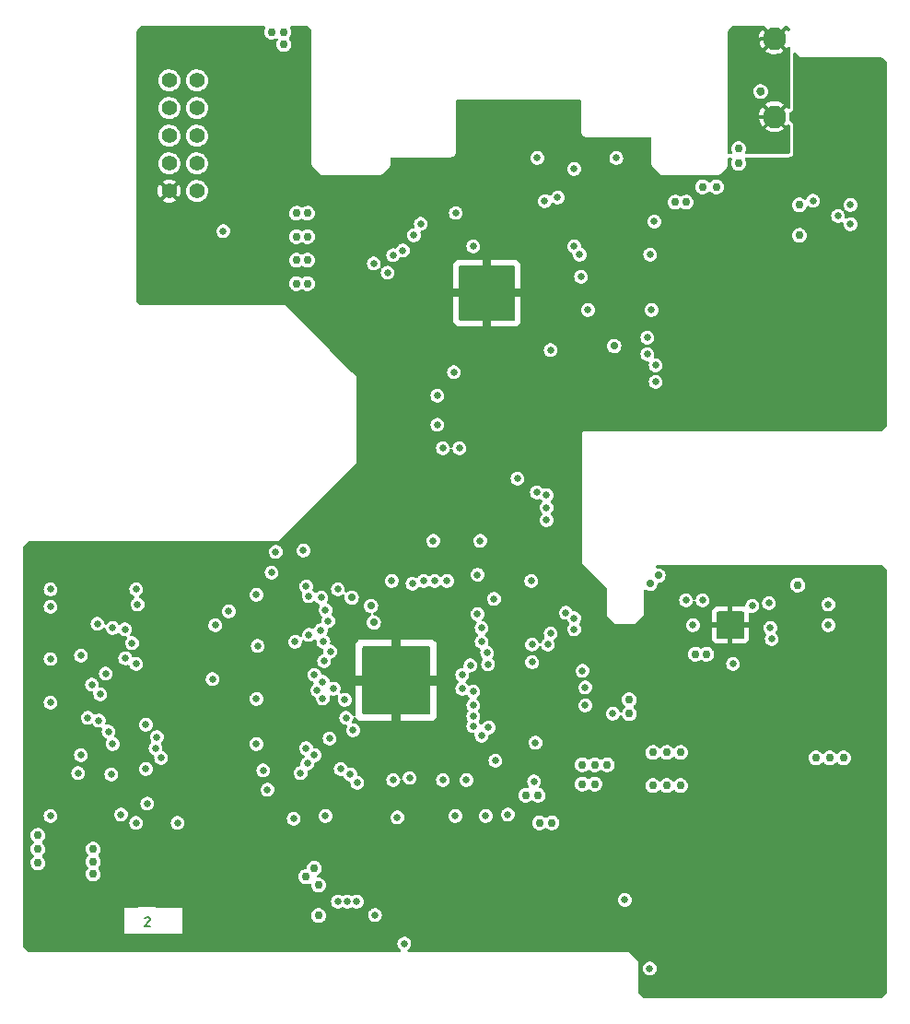
<source format=gbr>
%TF.GenerationSoftware,KiCad,Pcbnew,(6.0.7)*%
%TF.CreationDate,2022-10-09T14:10:25+02:00*%
%TF.ProjectId,n64adv2,6e363461-6476-4322-9e6b-696361645f70,20220729(b)*%
%TF.SameCoordinates,Original*%
%TF.FileFunction,Copper,L2,Inr*%
%TF.FilePolarity,Positive*%
%FSLAX46Y46*%
G04 Gerber Fmt 4.6, Leading zero omitted, Abs format (unit mm)*
G04 Created by KiCad (PCBNEW (6.0.7)) date 2022-10-09 14:10:25*
%MOMM*%
%LPD*%
G01*
G04 APERTURE LIST*
%ADD10C,0.203200*%
%TA.AperFunction,NonConductor*%
%ADD11C,0.203200*%
%TD*%
%TA.AperFunction,ComponentPad*%
%ADD12C,1.422400*%
%TD*%
%TA.AperFunction,ComponentPad*%
%ADD13C,2.100000*%
%TD*%
%TA.AperFunction,ViaPad*%
%ADD14C,0.755600*%
%TD*%
%TA.AperFunction,ViaPad*%
%ADD15C,0.655600*%
%TD*%
%TA.AperFunction,ViaPad*%
%ADD16C,2.355600*%
%TD*%
%TA.AperFunction,ViaPad*%
%ADD17C,0.855600*%
%TD*%
%TA.AperFunction,ViaPad*%
%ADD18C,0.955600*%
%TD*%
%TA.AperFunction,ViaPad*%
%ADD19C,1.955600*%
%TD*%
%TA.AperFunction,ViaPad*%
%ADD20C,1.155600*%
%TD*%
%TA.AperFunction,ViaPad*%
%ADD21C,1.355600*%
%TD*%
%TA.AperFunction,ViaPad*%
%ADD22C,1.855600*%
%TD*%
%TA.AperFunction,ViaPad*%
%ADD23C,0.705600*%
%TD*%
%TA.AperFunction,Conductor*%
%ADD24C,0.304800*%
%TD*%
G04 APERTURE END LIST*
D10*
D11*
X119958999Y-142329504D02*
X119997703Y-142290800D01*
X120075113Y-142252095D01*
X120268637Y-142252095D01*
X120346046Y-142290800D01*
X120384751Y-142329504D01*
X120423456Y-142406914D01*
X120423456Y-142484323D01*
X120384751Y-142600438D01*
X119920294Y-143064895D01*
X120423456Y-143064895D01*
D12*
%TO.N,/n64adv2_logic/TCK*%
%TO.C,X2*%
X124752100Y-75539600D03*
%TO.N,GND*%
X122212100Y-75539600D03*
%TO.N,/n64adv2_logic/TDO*%
X124752100Y-72999600D03*
%TO.N,VCCIO_3V3*%
X122212100Y-72999600D03*
%TO.N,/n64adv2_logic/TMS*%
X124752100Y-70459600D03*
%TO.N,unconnected-(X2-Pad6)*%
X122212100Y-70459600D03*
%TO.N,unconnected-(X2-Pad7)*%
X124752100Y-67919600D03*
%TO.N,unconnected-(X2-Pad8)*%
X122212100Y-67919600D03*
%TO.N,/n64adv2_logic/TDI*%
X124752100Y-65379600D03*
%TO.N,Net-(R6-Pad1)*%
X122212100Y-65379600D03*
%TD*%
D13*
%TO.N,Net-(C4-Pad2)*%
%TO.C,X5*%
X177838100Y-61550600D03*
X177838100Y-68700600D03*
%TD*%
D14*
%TO.N,VCCA*%
X157391100Y-133578600D03*
D15*
X134536100Y-108559600D03*
X130848100Y-128752600D03*
D14*
X156121100Y-131038600D03*
X156248100Y-133578600D03*
X154978100Y-131038600D03*
D15*
X152184100Y-127863600D03*
X151295100Y-132943600D03*
X152057100Y-113004600D03*
%TO.N,GND*%
X120561100Y-133832600D03*
X152311100Y-135991600D03*
X156883100Y-126593600D03*
X112687100Y-134086600D03*
X162344100Y-79095600D03*
X119799100Y-84175600D03*
X145834100Y-129641600D03*
X164900000Y-79050000D03*
D14*
X174282100Y-76809600D03*
D15*
X186982100Y-125450600D03*
D16*
X143040100Y-120497600D03*
D15*
X146710400Y-144424400D03*
X168313100Y-131419600D03*
X154470100Y-135991600D03*
D17*
X113957100Y-139928600D03*
D15*
X139484100Y-115925600D03*
D18*
X140754100Y-120497600D03*
D15*
X139103100Y-80619600D03*
X182410100Y-145643600D03*
X150660100Y-129641600D03*
X177076100Y-124561600D03*
X125641100Y-133578600D03*
X111290100Y-131038600D03*
X159169100Y-130022600D03*
X142200000Y-128850000D03*
X154720100Y-67506600D03*
D17*
X176568100Y-132562600D03*
D15*
X138595100Y-90525600D03*
X143548100Y-111607600D03*
D19*
X151422100Y-84937600D03*
D15*
X165252400Y-145440400D03*
X183553100Y-69443600D03*
X138341100Y-137642600D03*
X163450000Y-71400000D03*
X137960100Y-117957600D03*
X126657100Y-117322600D03*
X125768100Y-117322600D03*
X129578100Y-138785600D03*
X169329100Y-138404600D03*
X163626800Y-144424400D03*
X129959100Y-84937600D03*
X125450600Y-122529600D03*
X118656100Y-125831600D03*
X122847100Y-128752600D03*
D20*
X149644100Y-86715600D03*
D15*
X146850100Y-95351600D03*
D17*
X151422100Y-86829900D03*
D15*
X111290100Y-115671600D03*
D21*
X145072100Y-118465600D03*
D15*
X117132100Y-140563600D03*
D21*
X145072100Y-122529600D03*
D15*
X143167100Y-137007600D03*
X179997100Y-114401600D03*
X118529100Y-138277600D03*
X121450100Y-131673600D03*
X164503100Y-139166600D03*
X166027100Y-131419600D03*
D14*
X170853100Y-83794600D03*
D15*
X179679600Y-145199100D03*
D17*
X165900100Y-148310600D03*
D15*
X172631100Y-131165600D03*
X122110500Y-83286600D03*
D17*
X182156100Y-129260600D03*
D15*
X156900000Y-79100000D03*
D17*
X184442100Y-132054600D03*
D15*
X154978100Y-119735600D03*
X138341100Y-111353600D03*
X125641100Y-112623600D03*
D17*
X151422100Y-83019900D03*
D15*
X137706100Y-115925600D03*
D14*
X174282100Y-80238600D03*
D15*
X111290100Y-124434600D03*
D22*
X173774100Y-115417600D03*
D15*
X140119100Y-137896600D03*
X152184100Y-126212600D03*
X159804100Y-113449100D03*
X138976100Y-113893600D03*
X145580100Y-126085600D03*
X148501100Y-139547600D03*
D20*
X149644100Y-83159600D03*
D15*
X144945100Y-104241600D03*
X180124100Y-110591600D03*
X178981100Y-128117600D03*
X173139100Y-128625600D03*
X165011100Y-135356600D03*
X158407100Y-85826600D03*
X138214100Y-120243600D03*
X125006100Y-140563600D03*
X146596100Y-103987600D03*
X152692100Y-80492600D03*
X139357100Y-78587600D03*
X159169100Y-128117600D03*
X136944100Y-86461600D03*
X187109100Y-69443600D03*
X111290100Y-120370600D03*
X147800000Y-73400000D03*
X137071100Y-107924600D03*
X154089100Y-103098600D03*
X145834100Y-115925600D03*
X146596100Y-78587600D03*
X153708100Y-104241600D03*
X130086100Y-67665600D03*
X180505100Y-117449600D03*
X144310100Y-127150000D03*
X184315100Y-140309600D03*
X165392100Y-128498600D03*
X187655200Y-117475000D03*
X130213990Y-73798810D03*
X182283100Y-125831600D03*
X111290100Y-116687600D03*
D20*
X153200100Y-83159600D03*
D15*
X155486100Y-82651600D03*
X168186100Y-113131600D03*
X161772600Y-93129100D03*
X157264100Y-94208600D03*
X171742100Y-125831600D03*
D17*
X149504400Y-84937600D03*
D15*
X161836100Y-123545600D03*
X148374100Y-129641600D03*
X166281100Y-117830600D03*
X138595100Y-87731600D03*
X136140000Y-136800000D03*
D20*
X153200100Y-86715600D03*
D15*
X140500100Y-129387600D03*
X182918100Y-117957600D03*
X111671100Y-109321600D03*
X160058100Y-89382600D03*
D17*
X153416000Y-84937600D03*
D15*
X127419100Y-131673600D03*
X170230800Y-145186400D03*
X120180100Y-112623600D03*
X136182100Y-104749600D03*
D21*
X141008100Y-122529600D03*
D17*
X110401100Y-144754600D03*
D15*
X155994100Y-74587100D03*
X163614100Y-83413600D03*
X114592100Y-114147600D03*
X126530100Y-112623600D03*
D14*
X178092100Y-73507600D03*
D15*
X164503100Y-142976600D03*
X135928100Y-111861600D03*
X141643100Y-78460600D03*
X126530100Y-128752600D03*
X129197100Y-62712600D03*
X125768100Y-114655600D03*
X118148100Y-131419600D03*
X155613100Y-86715600D03*
X161836100Y-87477600D03*
X141020800Y-143154400D03*
X184696100Y-116433600D03*
D18*
X145326100Y-120497600D03*
D15*
X168821100Y-94208600D03*
D17*
X119164100Y-108432600D03*
D18*
X143040100Y-118211600D03*
D15*
X145961100Y-133197600D03*
D18*
X143040100Y-122783600D03*
D15*
X136753600Y-143052800D03*
X118021100Y-119354600D03*
X126657100Y-122402600D03*
X131991100Y-109702600D03*
X168567100Y-135356600D03*
X151168100Y-103987600D03*
D17*
X177838100Y-135356600D03*
D15*
X151720100Y-67506600D03*
X166100000Y-73450000D03*
X156883100Y-106908600D03*
D14*
X166662100Y-83794600D03*
D17*
X170472100Y-147040600D03*
D15*
X129832100Y-119481600D03*
X115989100Y-116306600D03*
X128308100Y-108559600D03*
X162610800Y-141122400D03*
X131229100Y-68808600D03*
X154978100Y-127990600D03*
X124879100Y-108521600D03*
D17*
X177838100Y-132562600D03*
D15*
X145199100Y-138658600D03*
X130848100Y-115163600D03*
X149136100Y-126085600D03*
D17*
X112179100Y-144754600D03*
D14*
X176568100Y-66395600D03*
D17*
X112179100Y-139928600D03*
D15*
X168440100Y-125831600D03*
X129324100Y-142595600D03*
X148755100Y-101193600D03*
X181267100Y-146786600D03*
X159700000Y-71250000D03*
X177330100Y-117957600D03*
X137706100Y-132943600D03*
X161582100Y-131800600D03*
X119164100Y-127355600D03*
X139992100Y-126085600D03*
X126530100Y-126466600D03*
D17*
X113068100Y-108432600D03*
D15*
X150533100Y-111734600D03*
X141262100Y-127355600D03*
X185077100Y-141833600D03*
X147358100Y-112623600D03*
X136944100Y-88747600D03*
X139484100Y-82651600D03*
D17*
X113068100Y-109702600D03*
D15*
X186982100Y-111861600D03*
D17*
X119164100Y-109702600D03*
D15*
X155359100Y-113258600D03*
X117386100Y-124053600D03*
X142024100Y-132943600D03*
X148755100Y-136753600D03*
X111290100Y-128498600D03*
X157720100Y-67506600D03*
X159296100Y-119100600D03*
X153220100Y-67506600D03*
X143548100Y-108559600D03*
X160324800Y-139547600D03*
X143040100Y-126085600D03*
X150406100Y-99161600D03*
X147612100Y-124307600D03*
X158788100Y-124688600D03*
D21*
X141008100Y-118465600D03*
D17*
X176568100Y-135356600D03*
D15*
X185331100Y-145643600D03*
X177965100Y-123545600D03*
D17*
X113957100Y-144754600D03*
D15*
X167424100Y-122148600D03*
X111290100Y-121386600D03*
X148247100Y-95605600D03*
X130467100Y-135864600D03*
X148628100Y-80492600D03*
X147612100Y-127200000D03*
D17*
X110401100Y-139928600D03*
D15*
X147104100Y-82651600D03*
X154216100Y-76587100D03*
X150220100Y-67506600D03*
X163614100Y-85445600D03*
X151168100Y-76587100D03*
X126784100Y-110337600D03*
%TO.N,+5V*%
X127165100Y-79222600D03*
X166789100Y-78350000D03*
%TO.N,DVDD*%
X160693100Y-86461600D03*
X148374100Y-92176600D03*
X157264100Y-90144600D03*
D14*
X133896100Y-79730600D03*
D15*
X145326100Y-78548600D03*
D14*
X134912100Y-79730600D03*
D15*
%TO.N,AVDD*%
X144691100Y-79603600D03*
D14*
X133896100Y-81889600D03*
X134912100Y-81889600D03*
D15*
X159931100Y-81381600D03*
%TO.N,PVDD*%
X160058100Y-83413600D03*
D14*
X134912100Y-84048600D03*
X133896100Y-84048600D03*
%TO.N,DVDD_3V3*%
X133896100Y-77571600D03*
D15*
X148550000Y-77550000D03*
D14*
X134912100Y-77571600D03*
%TO.N,5V_IN*%
X184188100Y-127609600D03*
X171234100Y-75158600D03*
X132753100Y-62077600D03*
X132753100Y-60931400D03*
X131610100Y-60937800D03*
X172504100Y-75158600D03*
X181648100Y-127609600D03*
X182918100Y-127609600D03*
D15*
%TO.N,VDD_U3*%
X126188100Y-120370600D03*
D14*
X110147100Y-137261600D03*
X110147100Y-134721600D03*
D15*
X111290100Y-113729600D03*
X111290100Y-118529600D03*
X126442100Y-115417600D03*
D14*
X110147100Y-135991600D03*
D15*
X111290100Y-132929600D03*
X111290100Y-122529600D03*
X111290100Y-112129600D03*
D14*
%TO.N,+3V3*%
X167932100Y-127101600D03*
X166662100Y-130149600D03*
D15*
X136563100Y-132943600D03*
X145580100Y-111353600D03*
D14*
X169202100Y-127101600D03*
D15*
X153327100Y-132816600D03*
D14*
X167932100Y-130149600D03*
X115227100Y-135991600D03*
D15*
X155486100Y-111353600D03*
D14*
X115227100Y-138277600D03*
D15*
X131229100Y-130530600D03*
X133642100Y-133197600D03*
X131991100Y-108686600D03*
X130213100Y-112623600D03*
D14*
X166662100Y-127101600D03*
D15*
X155740100Y-129768600D03*
D14*
X115227100Y-137134600D03*
X169202100Y-130149600D03*
D15*
X150533100Y-110782100D03*
D14*
%TO.N,VCCIO_2V5*%
X164503100Y-123545600D03*
D15*
X150787100Y-107670600D03*
X146469100Y-107670600D03*
D14*
X164503100Y-122275600D03*
D15*
X131610100Y-110591600D03*
D14*
X179997100Y-111734600D03*
D23*
X167170100Y-110845600D03*
D15*
X158661100Y-114274600D03*
D23*
X166408100Y-111607600D03*
D14*
%TO.N,VCCIO_3V3*%
X161328100Y-130022600D03*
D15*
X130340100Y-117322600D03*
X155560000Y-118820000D03*
D14*
X161328100Y-128244600D03*
X160185100Y-128244600D03*
X135928100Y-142087600D03*
X135928100Y-139293600D03*
D15*
X166154100Y-90525600D03*
D14*
X160185100Y-130022600D03*
D15*
X162979100Y-123545600D03*
X143167100Y-133070600D03*
X166154100Y-89001600D03*
D14*
X162471100Y-128244600D03*
D15*
X148501100Y-132943600D03*
X181394100Y-76428600D03*
X184823100Y-78587600D03*
D14*
X169710100Y-76555600D03*
X168694100Y-76555600D03*
%TO.N,VDD_U4*%
X171615100Y-118084600D03*
X170599100Y-118084600D03*
D15*
X177330100Y-113385600D03*
X177584100Y-116687600D03*
%TO.N,VCCIO_BANK6*%
X130213100Y-126339600D03*
D14*
X135530000Y-137750000D03*
X134760000Y-138520000D03*
D15*
X130213100Y-122193000D03*
%TO.N,Net-(D23-Pad1)*%
X156040000Y-72500000D03*
X163300000Y-72500000D03*
%TO.N,Net-(D23-Pad3)*%
X159423100Y-73507600D03*
X159423100Y-80619600D03*
%TO.N,Net-(D23-Pad4)*%
X142786100Y-81433600D03*
X157911800Y-76123800D03*
%TO.N,Net-(D23-Pad6)*%
X156730000Y-76460000D03*
X143675100Y-81000600D03*
%TO.N,Net-(R14-Pad1)*%
X174028100Y-118973600D03*
X160185100Y-119608600D03*
%TO.N,Net-(R15-Pad2)*%
X150914100Y-125577600D03*
X183680100Y-77825600D03*
%TO.N,Net-(R17-Pad2)*%
X184823100Y-76809600D03*
X151549100Y-124815600D03*
%TO.N,Net-(RN13-Pad2)*%
X164084000Y-140665200D03*
X143814800Y-144678400D03*
X141122400Y-142036800D03*
X149517100Y-129641600D03*
%TO.N,Net-(RN14-Pad4)*%
X166370000Y-146964400D03*
X155867100Y-126212600D03*
%TO.N,Net-(RN15-Pad2)*%
X147358100Y-129641600D03*
X139450700Y-140817600D03*
%TO.N,Net-(RN15-Pad3)*%
X144300000Y-129450000D03*
X138595100Y-140817600D03*
%TO.N,Net-(RN15-Pad4)*%
X137706100Y-140817600D03*
X142786100Y-129641600D03*
%TO.N,Net-(RN16-Pad1)*%
X150152100Y-122783600D03*
X142278100Y-83032600D03*
X159423100Y-114782600D03*
X169710100Y-113131600D03*
%TO.N,Net-(RN16-Pad2)*%
X150152100Y-123799600D03*
X141008100Y-82187600D03*
X175806100Y-113639600D03*
X160439100Y-121132600D03*
%TO.N,Net-(RN16-Pad3)*%
X150152100Y-80619600D03*
X150152100Y-124688600D03*
%TO.N,Net-(RN16-Pad4)*%
X177457100Y-115671600D03*
X160439100Y-122783600D03*
D14*
%TO.N,Net-(SJ5-Pad1)*%
X174550000Y-71650000D03*
X180124100Y-76809600D03*
X180124100Y-79603600D03*
X174550000Y-73000000D03*
D15*
%TO.N,Net-(TP_SPDIF0-PadTP)*%
X150914100Y-115671600D03*
X155994100Y-103225600D03*
%TO.N,Net-(U1-Pad21)*%
X151520000Y-119010000D03*
X156883100Y-105765600D03*
%TO.N,Net-(U1-Pad22)*%
X151422100Y-117957600D03*
X156883100Y-104622600D03*
%TO.N,Net-(U1-Pad24)*%
X150914100Y-116941600D03*
X156883100Y-103479600D03*
%TO.N,Net-(U1-Pad26)*%
X155549600Y-117195600D03*
X182791100Y-115417600D03*
%TO.N,Net-(U1-Pad27)*%
X182791100Y-113512600D03*
X157010100Y-117195600D03*
%TO.N,Net-(U1-Pad28)*%
X170345100Y-115417600D03*
X157264100Y-116179600D03*
%TO.N,Net-(U1-Pad29)*%
X159423100Y-115798600D03*
X171234100Y-113131600D03*
%TO.N,Net-(U1-Pad30)*%
X154216100Y-101955600D03*
X150533100Y-114401600D03*
%TO.N,Net-(U1-Pad47)*%
X147739100Y-111353600D03*
X148882100Y-99161600D03*
%TO.N,Net-(U1-Pad48)*%
X146596100Y-111353600D03*
X147358100Y-99161600D03*
%TO.N,Net-(U1-Pad52)*%
X144564100Y-111607600D03*
X146850100Y-97002600D03*
%TO.N,Net-(U1-Pad54)*%
X142659100Y-111353600D03*
X146850100Y-94335600D03*
%TO.N,Net-(U1-Pad74)*%
X119164100Y-112115600D03*
X134785100Y-111861600D03*
%TO.N,Net-(U1-Pad75)*%
X119291100Y-113512600D03*
X135039100Y-112750600D03*
%TO.N,Net-(U1-Pad76)*%
X115608100Y-115290600D03*
X136182100Y-112877600D03*
%TO.N,Net-(U1-Pad77)*%
X127673100Y-114147600D03*
X117005100Y-115671600D03*
%TO.N,Net-(U1-Pad78)*%
X118148100Y-115798600D03*
X136563100Y-114020600D03*
%TO.N,Net-(U1-Pad79)*%
X118783100Y-117068600D03*
X136817100Y-115036600D03*
%TO.N,Net-(U1-Pad80)*%
X136144000Y-115874800D03*
X118160800Y-118465600D03*
%TO.N,Net-(U1-Pad81)*%
X119164100Y-118973600D03*
X135039100Y-116306600D03*
%TO.N,Net-(U1-Pad84)*%
X114084100Y-118211600D03*
X133769100Y-116941600D03*
%TO.N,Net-(U1-Pad85)*%
X136372600Y-116941600D03*
X116370100Y-119862600D03*
%TO.N,Net-(U1-Pad86)*%
X115100100Y-120878600D03*
X137007600Y-117830600D03*
%TO.N,Net-(U1-Pad87)*%
X115862100Y-121767600D03*
X136436100Y-118719600D03*
%TO.N,Net-(U1-Pad88)*%
X137325100Y-121259600D03*
X120053100Y-124561600D03*
%TO.N,Net-(U1-Pad89)*%
X114719100Y-123926600D03*
X135547100Y-119989600D03*
%TO.N,Net-(U1-Pad90)*%
X136309100Y-120624600D03*
X115735100Y-124180600D03*
%TO.N,Net-(U1-Pad91)*%
X116624100Y-125196600D03*
X135801100Y-121386600D03*
%TO.N,Net-(U1-Pad92)*%
X136309100Y-122148600D03*
X117005100Y-126339600D03*
%TO.N,Net-(U1-Pad93)*%
X121069100Y-125704600D03*
X138341100Y-122275600D03*
%TO.N,Net-(U1-Pad96)*%
X138468100Y-123926600D03*
X120942100Y-126720600D03*
%TO.N,Net-(U1-Pad97)*%
X121450100Y-127609600D03*
X139103100Y-125069600D03*
%TO.N,Net-(U1-Pad98)*%
X136944100Y-125831600D03*
X120053100Y-128625600D03*
%TO.N,Net-(U1-Pad101)*%
X114084100Y-127355600D03*
X134785100Y-126720600D03*
%TO.N,Net-(U1-Pad102)*%
X135547100Y-127355600D03*
X116878100Y-129133600D03*
%TO.N,Net-(U1-Pad105)*%
X134912100Y-128117600D03*
X113830100Y-129006600D03*
%TO.N,Net-(U1-Pad106)*%
X117767100Y-132816600D03*
X134277100Y-129006600D03*
%TO.N,Net-(U1-Pad113)*%
X120180100Y-131800600D03*
X137960100Y-128625600D03*
%TO.N,Net-(U1-Pad114)*%
X138849100Y-129133600D03*
X119164100Y-133578600D03*
%TO.N,Net-(U1-Pad118)*%
X139484100Y-129895600D03*
X122974100Y-133578600D03*
%TO.N,/n64adv2_logic/TCK*%
X166408100Y-81381600D03*
X149136100Y-121259600D03*
X137706100Y-112115600D03*
%TO.N,/n64adv2_logic/TMS*%
X150152100Y-121513600D03*
X166916100Y-93065600D03*
D23*
X141008100Y-115163600D03*
%TO.N,/n64adv2_logic/TDI*%
X140754100Y-113639600D03*
D15*
X149136100Y-119989600D03*
X166535100Y-86461600D03*
%TO.N,/n64adv2_logic/TDO*%
X166916100Y-91541600D03*
X149898100Y-119100600D03*
D23*
X138976100Y-112877600D03*
%TO.N,Net-(R6-Pad1)*%
X163106100Y-89763600D03*
%TD*%
D24*
%TO.N,Net-(C4-Pad2)*%
X176314100Y-68700600D02*
X175552100Y-67938600D01*
X176568100Y-61550600D02*
X177838100Y-61550600D01*
X175552100Y-67938600D02*
X175552100Y-62566600D01*
X177838100Y-68700600D02*
X176314100Y-68700600D01*
X176568100Y-61550600D02*
X175552100Y-62566600D01*
%TD*%
%TA.AperFunction,Conductor*%
%TO.N,Net-(C4-Pad2)*%
G36*
X176926054Y-60366102D02*
G01*
X176968478Y-60411636D01*
X176990765Y-60452383D01*
X177825289Y-61286908D01*
X177839232Y-61294521D01*
X177841066Y-61294390D01*
X177847680Y-61290139D01*
X178685340Y-60452478D01*
X178707598Y-60411715D01*
X178757800Y-60361513D01*
X178818186Y-60346100D01*
X178931439Y-60346100D01*
X178999560Y-60366102D01*
X179020534Y-60383005D01*
X179223595Y-60586066D01*
X179257621Y-60648378D01*
X179260500Y-60675161D01*
X179260500Y-60736143D01*
X179240498Y-60804264D01*
X179186842Y-60850757D01*
X179116568Y-60860861D01*
X179051988Y-60831367D01*
X179028708Y-60804584D01*
X178959837Y-60698126D01*
X178950752Y-60692595D01*
X178950498Y-60692601D01*
X178941484Y-60698098D01*
X178101792Y-61537789D01*
X178094179Y-61551732D01*
X178094310Y-61553566D01*
X178098561Y-61560180D01*
X178936815Y-62398434D01*
X178948825Y-62404993D01*
X178960564Y-62396025D01*
X179032177Y-62296365D01*
X179088172Y-62252717D01*
X179158875Y-62246271D01*
X179221840Y-62279074D01*
X179257074Y-62340710D01*
X179260500Y-62369891D01*
X179260500Y-67886143D01*
X179240498Y-67954264D01*
X179186842Y-68000757D01*
X179116568Y-68010861D01*
X179051988Y-67981367D01*
X179028708Y-67954584D01*
X178959837Y-67848126D01*
X178950752Y-67842595D01*
X178950498Y-67842601D01*
X178941484Y-67848098D01*
X178101792Y-68687789D01*
X178094179Y-68701732D01*
X178094310Y-68703566D01*
X178098561Y-68710180D01*
X178936815Y-69548434D01*
X178948825Y-69554993D01*
X178960564Y-69546025D01*
X179032177Y-69446365D01*
X179088172Y-69402717D01*
X179158875Y-69396271D01*
X179221840Y-69429074D01*
X179257074Y-69490710D01*
X179260500Y-69519891D01*
X179260500Y-72010000D01*
X179240498Y-72078121D01*
X179186842Y-72124614D01*
X179134500Y-72136000D01*
X175272172Y-72136000D01*
X175204051Y-72115998D01*
X175157558Y-72062342D01*
X175147454Y-71992068D01*
X175155265Y-71963004D01*
X175156204Y-71960670D01*
X175210000Y-71826846D01*
X175233132Y-71664310D01*
X175233282Y-71650000D01*
X175213559Y-71487014D01*
X175155527Y-71333438D01*
X175062537Y-71198138D01*
X175008669Y-71150143D01*
X174945631Y-71093978D01*
X174945629Y-71093976D01*
X174939958Y-71088924D01*
X174933249Y-71085372D01*
X174933245Y-71085369D01*
X174801581Y-71015656D01*
X174801578Y-71015655D01*
X174794866Y-71012101D01*
X174777743Y-71007800D01*
X174643009Y-70973957D01*
X174643005Y-70973957D01*
X174635638Y-70972106D01*
X174628039Y-70972066D01*
X174628037Y-70972066D01*
X174560337Y-70971712D01*
X174471466Y-70971246D01*
X174464086Y-70973018D01*
X174464084Y-70973018D01*
X174319207Y-71007800D01*
X174319205Y-71007801D01*
X174311827Y-71009572D01*
X174165939Y-71084871D01*
X174042223Y-71192795D01*
X173947821Y-71327115D01*
X173888185Y-71480075D01*
X173866755Y-71642845D01*
X173884771Y-71806028D01*
X173887380Y-71813159D01*
X173887381Y-71813161D01*
X173941191Y-71960204D01*
X173939918Y-71960670D01*
X173951547Y-72022564D01*
X173924852Y-72088351D01*
X173866828Y-72129262D01*
X173826175Y-72136000D01*
X173692600Y-72136000D01*
X173624479Y-72115998D01*
X173577986Y-72062342D01*
X173566600Y-72010000D01*
X173566600Y-69812546D01*
X176983068Y-69812546D01*
X176990212Y-69822606D01*
X177025604Y-69851989D01*
X177034035Y-69857894D01*
X177224567Y-69969232D01*
X177233850Y-69973679D01*
X177439999Y-70052399D01*
X177449901Y-70055276D01*
X177666120Y-70099266D01*
X177676373Y-70100489D01*
X177896880Y-70108575D01*
X177907166Y-70108108D01*
X178126047Y-70080069D01*
X178136125Y-70077927D01*
X178347483Y-70014516D01*
X178357081Y-70010755D01*
X178555245Y-69913675D01*
X178564090Y-69908402D01*
X178684130Y-69822778D01*
X178692531Y-69812078D01*
X178685544Y-69798926D01*
X177850911Y-68964292D01*
X177836968Y-68956679D01*
X177835134Y-68956810D01*
X177828520Y-68961061D01*
X176990324Y-69799258D01*
X176983068Y-69812546D01*
X173566600Y-69812546D01*
X173566600Y-68671316D01*
X176429203Y-68671316D01*
X176441905Y-68891612D01*
X176443341Y-68901832D01*
X176491853Y-69117089D01*
X176494932Y-69126918D01*
X176577954Y-69331377D01*
X176582597Y-69340568D01*
X176697898Y-69528723D01*
X176703983Y-69537036D01*
X176713843Y-69548419D01*
X176726930Y-69556833D01*
X176736900Y-69550918D01*
X177574408Y-68713411D01*
X177582021Y-68699468D01*
X177581890Y-68697634D01*
X177577639Y-68691020D01*
X176738195Y-67851577D01*
X176726663Y-67845280D01*
X176714381Y-67854903D01*
X176615359Y-68000063D01*
X176610270Y-68009021D01*
X176517363Y-68209171D01*
X176513804Y-68218846D01*
X176454835Y-68431481D01*
X176452904Y-68441601D01*
X176429455Y-68661027D01*
X176429203Y-68671316D01*
X173566600Y-68671316D01*
X173566600Y-67590054D01*
X176984021Y-67590054D01*
X176990765Y-67602383D01*
X177825289Y-68436908D01*
X177839232Y-68444521D01*
X177841066Y-68444390D01*
X177847680Y-68440139D01*
X178685342Y-67602476D01*
X178692359Y-67589625D01*
X178684585Y-67578955D01*
X178622226Y-67529706D01*
X178613642Y-67524003D01*
X178420468Y-67417365D01*
X178411056Y-67413135D01*
X178203055Y-67339477D01*
X178193084Y-67336843D01*
X177975845Y-67298147D01*
X177965593Y-67297178D01*
X177744940Y-67294482D01*
X177734656Y-67295202D01*
X177516538Y-67328579D01*
X177506510Y-67330968D01*
X177296770Y-67399521D01*
X177287260Y-67403518D01*
X177091539Y-67505404D01*
X177082814Y-67510898D01*
X176992475Y-67578727D01*
X176984021Y-67590054D01*
X173566600Y-67590054D01*
X173566600Y-66388445D01*
X175884855Y-66388445D01*
X175902871Y-66551628D01*
X175959291Y-66705804D01*
X175963528Y-66712110D01*
X175963530Y-66712113D01*
X175972038Y-66724774D01*
X176050859Y-66842071D01*
X176172288Y-66952562D01*
X176178958Y-66956183D01*
X176178960Y-66956185D01*
X176309897Y-67027279D01*
X176309901Y-67027280D01*
X176316567Y-67030900D01*
X176351952Y-67040183D01*
X176468018Y-67070632D01*
X176468020Y-67070632D01*
X176475368Y-67072560D01*
X176561894Y-67073919D01*
X176631924Y-67075020D01*
X176631927Y-67075020D01*
X176639522Y-67075139D01*
X176646926Y-67073443D01*
X176646928Y-67073443D01*
X176719538Y-67056813D01*
X176799554Y-67038487D01*
X176946222Y-66964720D01*
X177071062Y-66858097D01*
X177087110Y-66835765D01*
X177107047Y-66808019D01*
X177166865Y-66724774D01*
X177228100Y-66572446D01*
X177251232Y-66409910D01*
X177251382Y-66395600D01*
X177231659Y-66232614D01*
X177173627Y-66079038D01*
X177080637Y-65943738D01*
X177026769Y-65895743D01*
X176963731Y-65839578D01*
X176963729Y-65839576D01*
X176958058Y-65834524D01*
X176951349Y-65830972D01*
X176951345Y-65830969D01*
X176819681Y-65761256D01*
X176819678Y-65761255D01*
X176812966Y-65757701D01*
X176795843Y-65753400D01*
X176661109Y-65719557D01*
X176661105Y-65719557D01*
X176653738Y-65717706D01*
X176646139Y-65717666D01*
X176646137Y-65717666D01*
X176578437Y-65717312D01*
X176489566Y-65716846D01*
X176482186Y-65718618D01*
X176482184Y-65718618D01*
X176337307Y-65753400D01*
X176337305Y-65753401D01*
X176329927Y-65755172D01*
X176184039Y-65830471D01*
X176060323Y-65938395D01*
X175965921Y-66072715D01*
X175906285Y-66225675D01*
X175884855Y-66388445D01*
X173566600Y-66388445D01*
X173566600Y-62662546D01*
X176983068Y-62662546D01*
X176990212Y-62672606D01*
X177025604Y-62701989D01*
X177034035Y-62707894D01*
X177224567Y-62819232D01*
X177233850Y-62823679D01*
X177439999Y-62902399D01*
X177449901Y-62905276D01*
X177666120Y-62949266D01*
X177676373Y-62950489D01*
X177896880Y-62958575D01*
X177907166Y-62958108D01*
X178126047Y-62930069D01*
X178136125Y-62927927D01*
X178347483Y-62864516D01*
X178357081Y-62860755D01*
X178555245Y-62763675D01*
X178564090Y-62758402D01*
X178684130Y-62672778D01*
X178692531Y-62662078D01*
X178685544Y-62648926D01*
X177850911Y-61814292D01*
X177836968Y-61806679D01*
X177835134Y-61806810D01*
X177828520Y-61811061D01*
X176990324Y-62649258D01*
X176983068Y-62662546D01*
X173566600Y-62662546D01*
X173566600Y-61521316D01*
X176429203Y-61521316D01*
X176441905Y-61741612D01*
X176443341Y-61751832D01*
X176491853Y-61967089D01*
X176494932Y-61976918D01*
X176577954Y-62181377D01*
X176582597Y-62190568D01*
X176697898Y-62378723D01*
X176703983Y-62387036D01*
X176713843Y-62398419D01*
X176726930Y-62406833D01*
X176736900Y-62400918D01*
X177574408Y-61563411D01*
X177582021Y-61549468D01*
X177581890Y-61547634D01*
X177577639Y-61541020D01*
X176738195Y-60701577D01*
X176726663Y-60695280D01*
X176714381Y-60704903D01*
X176615359Y-60850063D01*
X176610270Y-60859021D01*
X176517363Y-61059171D01*
X176513804Y-61068846D01*
X176454835Y-61281481D01*
X176452904Y-61291601D01*
X176429455Y-61511027D01*
X176429203Y-61521316D01*
X173566600Y-61521316D01*
X173566600Y-60857261D01*
X173586602Y-60789140D01*
X173603505Y-60768166D01*
X173988666Y-60383005D01*
X174050978Y-60348979D01*
X174077761Y-60346100D01*
X176857933Y-60346100D01*
X176926054Y-60366102D01*
G37*
%TD.AperFunction*%
%TD*%
%TA.AperFunction,Conductor*%
%TO.N,GND*%
G36*
X130984510Y-60366062D02*
G01*
X131039048Y-60420600D01*
X131059010Y-60495100D01*
X131039048Y-60569600D01*
X131031915Y-60580775D01*
X131023538Y-60592695D01*
X131007921Y-60614915D01*
X131004658Y-60623283D01*
X131004658Y-60623284D01*
X130996086Y-60645271D01*
X130948285Y-60767875D01*
X130926855Y-60930645D01*
X130944871Y-61093828D01*
X130947958Y-61102263D01*
X130947958Y-61102264D01*
X130966579Y-61153147D01*
X131001291Y-61248004D01*
X131006302Y-61255461D01*
X131046440Y-61315192D01*
X131092859Y-61384271D01*
X131099502Y-61390315D01*
X131099504Y-61390318D01*
X131146125Y-61432739D01*
X131214288Y-61494762D01*
X131358567Y-61573100D01*
X131367255Y-61575379D01*
X131367257Y-61575380D01*
X131487856Y-61607018D01*
X131517368Y-61614760D01*
X131612432Y-61616254D01*
X131672545Y-61617198D01*
X131681522Y-61617339D01*
X131690276Y-61615334D01*
X131690277Y-61615334D01*
X131832792Y-61582694D01*
X131832794Y-61582693D01*
X131841554Y-61580687D01*
X131962250Y-61519983D01*
X131979301Y-61511407D01*
X132054827Y-61495766D01*
X132128054Y-61519983D01*
X132179362Y-61577570D01*
X132195003Y-61653096D01*
X132168154Y-61730195D01*
X132150921Y-61754715D01*
X132091285Y-61907675D01*
X132069855Y-62070445D01*
X132070841Y-62079376D01*
X132072758Y-62096735D01*
X132087871Y-62233628D01*
X132144291Y-62387804D01*
X132235859Y-62524071D01*
X132242502Y-62530115D01*
X132242504Y-62530118D01*
X132289125Y-62572539D01*
X132357288Y-62634562D01*
X132501567Y-62712900D01*
X132510255Y-62715179D01*
X132510257Y-62715180D01*
X132571533Y-62731255D01*
X132660368Y-62754560D01*
X132755432Y-62756054D01*
X132815545Y-62756998D01*
X132824522Y-62757139D01*
X132833276Y-62755134D01*
X132833277Y-62755134D01*
X132975792Y-62722494D01*
X132975794Y-62722493D01*
X132984554Y-62720487D01*
X133131222Y-62646720D01*
X133138048Y-62640890D01*
X133138051Y-62640888D01*
X133209961Y-62579471D01*
X133256062Y-62540097D01*
X133351865Y-62406774D01*
X133356494Y-62395261D01*
X133376630Y-62345168D01*
X133413100Y-62254446D01*
X133436232Y-62091910D01*
X133436382Y-62077600D01*
X133416659Y-61914614D01*
X133374784Y-61803796D01*
X133361802Y-61769440D01*
X133361802Y-61769439D01*
X133358627Y-61761038D01*
X133265637Y-61625738D01*
X133255397Y-61616614D01*
X133253185Y-61613248D01*
X133252989Y-61613025D01*
X133253021Y-61612997D01*
X133213052Y-61552153D01*
X133208610Y-61475153D01*
X133244836Y-61404511D01*
X133249232Y-61399730D01*
X133256062Y-61393897D01*
X133351865Y-61260574D01*
X133413100Y-61108246D01*
X133436232Y-60945710D01*
X133436382Y-60931400D01*
X133416659Y-60768414D01*
X133358627Y-60614838D01*
X133334335Y-60579493D01*
X133308589Y-60506792D01*
X133322644Y-60430955D01*
X133372734Y-60372306D01*
X133445438Y-60346559D01*
X133457130Y-60346100D01*
X134789411Y-60346100D01*
X134863911Y-60366062D01*
X134894770Y-60389741D01*
X135266459Y-60761430D01*
X135305023Y-60828225D01*
X135310100Y-60866789D01*
X135310100Y-73075205D01*
X135309994Y-73076642D01*
X135308175Y-73081942D01*
X135308759Y-73097505D01*
X135309995Y-73130429D01*
X135310100Y-73136018D01*
X135310100Y-73154548D01*
X135311030Y-73159543D01*
X135311166Y-73161647D01*
X135312374Y-73193808D01*
X135317805Y-73206450D01*
X135319727Y-73214977D01*
X135322872Y-73223127D01*
X135325391Y-73236653D01*
X135337444Y-73256207D01*
X135347496Y-73275558D01*
X135356564Y-73296663D01*
X135360578Y-73301549D01*
X135363150Y-73304121D01*
X135365599Y-73306822D01*
X135365130Y-73307247D01*
X135367481Y-73310221D01*
X135367673Y-73310047D01*
X135376914Y-73320239D01*
X135384132Y-73331948D01*
X135395080Y-73340273D01*
X135395081Y-73340274D01*
X135404667Y-73347563D01*
X135419838Y-73360809D01*
X135996773Y-73937744D01*
X135997714Y-73938834D01*
X136000175Y-73943869D01*
X136009630Y-73952640D01*
X136009631Y-73952641D01*
X136035745Y-73976865D01*
X136039772Y-73980743D01*
X136052877Y-73993848D01*
X136057066Y-73996722D01*
X136058652Y-73998115D01*
X136082246Y-74020001D01*
X136095023Y-74025099D01*
X136102417Y-74029773D01*
X136110404Y-74033312D01*
X136121746Y-74041093D01*
X136135128Y-74044269D01*
X136135131Y-74044270D01*
X136144094Y-74046397D01*
X136164898Y-74052976D01*
X136176456Y-74057587D01*
X136186222Y-74061483D01*
X136192515Y-74062100D01*
X136196150Y-74062100D01*
X136199793Y-74062278D01*
X136199762Y-74062911D01*
X136203528Y-74063352D01*
X136203541Y-74063092D01*
X136217282Y-74063764D01*
X136230666Y-74066940D01*
X136244296Y-74065085D01*
X136252085Y-74064025D01*
X136256230Y-74063461D01*
X136276322Y-74062100D01*
X141528205Y-74062100D01*
X141529642Y-74062206D01*
X141534942Y-74064025D01*
X141583428Y-74062205D01*
X141589018Y-74062100D01*
X141607548Y-74062100D01*
X141612543Y-74061170D01*
X141614647Y-74061034D01*
X141646808Y-74059826D01*
X141659450Y-74054395D01*
X141667977Y-74052473D01*
X141676127Y-74049328D01*
X141689653Y-74046809D01*
X141709207Y-74034756D01*
X141728558Y-74024704D01*
X141749663Y-74015636D01*
X141754549Y-74011622D01*
X141757121Y-74009050D01*
X141759822Y-74006601D01*
X141760247Y-74007070D01*
X141763221Y-74004719D01*
X141763047Y-74004527D01*
X141773239Y-73995286D01*
X141784948Y-73988068D01*
X141800564Y-73967532D01*
X141813809Y-73952362D01*
X142265199Y-73500972D01*
X158790220Y-73500972D01*
X158806907Y-73652127D01*
X158859169Y-73794937D01*
X158864180Y-73802395D01*
X158864181Y-73802396D01*
X158901505Y-73857940D01*
X158943986Y-73921160D01*
X158962212Y-73937744D01*
X159047814Y-74015636D01*
X159056464Y-74023507D01*
X159064359Y-74027794D01*
X159064361Y-74027795D01*
X159182217Y-74091785D01*
X159182220Y-74091786D01*
X159190108Y-74096069D01*
X159337204Y-74134659D01*
X159413231Y-74135854D01*
X159480281Y-74136907D01*
X159489258Y-74137048D01*
X159498012Y-74135043D01*
X159498013Y-74135043D01*
X159628730Y-74105105D01*
X159628732Y-74105104D01*
X159637492Y-74103098D01*
X159646939Y-74098347D01*
X159720082Y-74061559D01*
X159773350Y-74034768D01*
X159780176Y-74028938D01*
X159780179Y-74028936D01*
X159838910Y-73978775D01*
X159888987Y-73936005D01*
X159942722Y-73861225D01*
X159972485Y-73819806D01*
X159972486Y-73819803D01*
X159977728Y-73812509D01*
X159981794Y-73802396D01*
X160022925Y-73700077D01*
X160034449Y-73671410D01*
X160055876Y-73520855D01*
X160056015Y-73507600D01*
X160037745Y-73356629D01*
X159983992Y-73214373D01*
X159978910Y-73206978D01*
X159978908Y-73206975D01*
X159902943Y-73096445D01*
X159902939Y-73096441D01*
X159897857Y-73089046D01*
X159883591Y-73076335D01*
X159833962Y-73032118D01*
X159784313Y-72987882D01*
X159649916Y-72916723D01*
X159641208Y-72914536D01*
X159641206Y-72914535D01*
X159511137Y-72881864D01*
X159511135Y-72881864D01*
X159502425Y-72879676D01*
X159436395Y-72879330D01*
X159359342Y-72878926D01*
X159359341Y-72878926D01*
X159350355Y-72878879D01*
X159341617Y-72880977D01*
X159341616Y-72880977D01*
X159276419Y-72896630D01*
X159202484Y-72914380D01*
X159067349Y-72984128D01*
X159060583Y-72990030D01*
X159060579Y-72990033D01*
X158962945Y-73075205D01*
X158952752Y-73084097D01*
X158865310Y-73208516D01*
X158862049Y-73216881D01*
X158862048Y-73216882D01*
X158849774Y-73248364D01*
X158810069Y-73350200D01*
X158790220Y-73500972D01*
X142265199Y-73500972D01*
X142390744Y-73375427D01*
X142391834Y-73374486D01*
X142396869Y-73372025D01*
X142407274Y-73360809D01*
X142429865Y-73336455D01*
X142433743Y-73332428D01*
X142446848Y-73319323D01*
X142449722Y-73315134D01*
X142451120Y-73313542D01*
X142454217Y-73310204D01*
X142473001Y-73289954D01*
X142478099Y-73277177D01*
X142482773Y-73269783D01*
X142486312Y-73261796D01*
X142494093Y-73250454D01*
X142497269Y-73237072D01*
X142497270Y-73237069D01*
X142499397Y-73228106D01*
X142505976Y-73207302D01*
X142510587Y-73195744D01*
X142510587Y-73195743D01*
X142514483Y-73185978D01*
X142515100Y-73179685D01*
X142515100Y-73176050D01*
X142515278Y-73172407D01*
X142515911Y-73172438D01*
X142516352Y-73168672D01*
X142516092Y-73168659D01*
X142516764Y-73154918D01*
X142519940Y-73141534D01*
X142516461Y-73115970D01*
X142515100Y-73095878D01*
X142515100Y-72582500D01*
X142535062Y-72508000D01*
X142549690Y-72493372D01*
X155407120Y-72493372D01*
X155423807Y-72644527D01*
X155476069Y-72787337D01*
X155481080Y-72794795D01*
X155481081Y-72794796D01*
X155539588Y-72881864D01*
X155560886Y-72913560D01*
X155583610Y-72934237D01*
X155660006Y-73003752D01*
X155673364Y-73015907D01*
X155681259Y-73020194D01*
X155681261Y-73020195D01*
X155799117Y-73084185D01*
X155799120Y-73084186D01*
X155807008Y-73088469D01*
X155954104Y-73127059D01*
X156030131Y-73128254D01*
X156097181Y-73129307D01*
X156106158Y-73129448D01*
X156114912Y-73127443D01*
X156114913Y-73127443D01*
X156245630Y-73097505D01*
X156245632Y-73097504D01*
X156254392Y-73095498D01*
X156262449Y-73091446D01*
X156382225Y-73031204D01*
X156390250Y-73027168D01*
X156397076Y-73021338D01*
X156397079Y-73021336D01*
X156448069Y-72977786D01*
X156505887Y-72928405D01*
X156539968Y-72880977D01*
X156589385Y-72812206D01*
X156589386Y-72812203D01*
X156594628Y-72804909D01*
X156598694Y-72794796D01*
X156642636Y-72685484D01*
X156651349Y-72663810D01*
X156672776Y-72513255D01*
X156672915Y-72500000D01*
X156672113Y-72493372D01*
X162667120Y-72493372D01*
X162683807Y-72644527D01*
X162736069Y-72787337D01*
X162741080Y-72794795D01*
X162741081Y-72794796D01*
X162799588Y-72881864D01*
X162820886Y-72913560D01*
X162843610Y-72934237D01*
X162920006Y-73003752D01*
X162933364Y-73015907D01*
X162941259Y-73020194D01*
X162941261Y-73020195D01*
X163059117Y-73084185D01*
X163059120Y-73084186D01*
X163067008Y-73088469D01*
X163214104Y-73127059D01*
X163290131Y-73128254D01*
X163357181Y-73129307D01*
X163366158Y-73129448D01*
X163374912Y-73127443D01*
X163374913Y-73127443D01*
X163505630Y-73097505D01*
X163505632Y-73097504D01*
X163514392Y-73095498D01*
X163522449Y-73091446D01*
X163642225Y-73031204D01*
X163650250Y-73027168D01*
X163657076Y-73021338D01*
X163657079Y-73021336D01*
X163708069Y-72977786D01*
X163765887Y-72928405D01*
X163799968Y-72880977D01*
X163849385Y-72812206D01*
X163849386Y-72812203D01*
X163854628Y-72804909D01*
X163858694Y-72794796D01*
X163902636Y-72685484D01*
X163911349Y-72663810D01*
X163932776Y-72513255D01*
X163932915Y-72500000D01*
X163914645Y-72349029D01*
X163860892Y-72206773D01*
X163855810Y-72199378D01*
X163855808Y-72199375D01*
X163779843Y-72088845D01*
X163779839Y-72088841D01*
X163774757Y-72081446D01*
X163661213Y-71980282D01*
X163526816Y-71909123D01*
X163518108Y-71906936D01*
X163518106Y-71906935D01*
X163388037Y-71874264D01*
X163388035Y-71874264D01*
X163379325Y-71872076D01*
X163313295Y-71871730D01*
X163236242Y-71871326D01*
X163236241Y-71871326D01*
X163227255Y-71871279D01*
X163218517Y-71873377D01*
X163218516Y-71873377D01*
X163153319Y-71889030D01*
X163079384Y-71906780D01*
X162944249Y-71976528D01*
X162937483Y-71982430D01*
X162937479Y-71982433D01*
X162845767Y-72062439D01*
X162829652Y-72076497D01*
X162742210Y-72200916D01*
X162738949Y-72209281D01*
X162738948Y-72209282D01*
X162731058Y-72229519D01*
X162686969Y-72342600D01*
X162667120Y-72493372D01*
X156672113Y-72493372D01*
X156654645Y-72349029D01*
X156600892Y-72206773D01*
X156595810Y-72199378D01*
X156595808Y-72199375D01*
X156519843Y-72088845D01*
X156519839Y-72088841D01*
X156514757Y-72081446D01*
X156401213Y-71980282D01*
X156266816Y-71909123D01*
X156258108Y-71906936D01*
X156258106Y-71906935D01*
X156128037Y-71874264D01*
X156128035Y-71874264D01*
X156119325Y-71872076D01*
X156053295Y-71871730D01*
X155976242Y-71871326D01*
X155976241Y-71871326D01*
X155967255Y-71871279D01*
X155958517Y-71873377D01*
X155958516Y-71873377D01*
X155893319Y-71889030D01*
X155819384Y-71906780D01*
X155684249Y-71976528D01*
X155677483Y-71982430D01*
X155677479Y-71982433D01*
X155585767Y-72062439D01*
X155569652Y-72076497D01*
X155482210Y-72200916D01*
X155478949Y-72209281D01*
X155478948Y-72209282D01*
X155471058Y-72229519D01*
X155426969Y-72342600D01*
X155407120Y-72493372D01*
X142549690Y-72493372D01*
X142589600Y-72453462D01*
X142664100Y-72433500D01*
X148085500Y-72433500D01*
X148118892Y-72429104D01*
X148159725Y-72423729D01*
X148159732Y-72423728D01*
X148164568Y-72423091D01*
X148169278Y-72421829D01*
X148169283Y-72421828D01*
X148203344Y-72412701D01*
X148239068Y-72403129D01*
X148241775Y-72402175D01*
X148241785Y-72402172D01*
X148256901Y-72396845D01*
X148283398Y-72387508D01*
X148325052Y-72358974D01*
X148370343Y-72327949D01*
X148370346Y-72327947D01*
X148376021Y-72324059D01*
X148430559Y-72269521D01*
X148461139Y-72233828D01*
X148509629Y-72132568D01*
X148520820Y-72090803D01*
X148528328Y-72062783D01*
X148528329Y-72062778D01*
X148529591Y-72058068D01*
X148540000Y-71979000D01*
X148540000Y-69773280D01*
X148540002Y-69772490D01*
X148553098Y-67303710D01*
X148573455Y-67229317D01*
X148628282Y-67175069D01*
X148702096Y-67155500D01*
X159945500Y-67155500D01*
X160020000Y-67175462D01*
X160074538Y-67230000D01*
X160094500Y-67304500D01*
X160094500Y-70123000D01*
X160104909Y-70202068D01*
X160124871Y-70276568D01*
X160140492Y-70320898D01*
X160203941Y-70413521D01*
X160258479Y-70468059D01*
X160294172Y-70498639D01*
X160395432Y-70547129D01*
X160402085Y-70548912D01*
X160402086Y-70548912D01*
X160465217Y-70565828D01*
X160465222Y-70565829D01*
X160469932Y-70567091D01*
X160474768Y-70567728D01*
X160474775Y-70567729D01*
X160515608Y-70573104D01*
X160549000Y-70577500D01*
X166403100Y-70577500D01*
X166477600Y-70597462D01*
X166532138Y-70652000D01*
X166552100Y-70726500D01*
X166552100Y-73075205D01*
X166551994Y-73076642D01*
X166550175Y-73081942D01*
X166550759Y-73097505D01*
X166551995Y-73130429D01*
X166552100Y-73136018D01*
X166552100Y-73154548D01*
X166553030Y-73159543D01*
X166553166Y-73161647D01*
X166554374Y-73193808D01*
X166559805Y-73206450D01*
X166561727Y-73214977D01*
X166564872Y-73223127D01*
X166567391Y-73236653D01*
X166579444Y-73256207D01*
X166589496Y-73275558D01*
X166598564Y-73296663D01*
X166602578Y-73301549D01*
X166605150Y-73304121D01*
X166607599Y-73306822D01*
X166607130Y-73307247D01*
X166609481Y-73310221D01*
X166609673Y-73310047D01*
X166618914Y-73320239D01*
X166626132Y-73331948D01*
X166637080Y-73340273D01*
X166637081Y-73340274D01*
X166646667Y-73347563D01*
X166661838Y-73360809D01*
X167238773Y-73937744D01*
X167239714Y-73938834D01*
X167242175Y-73943869D01*
X167251630Y-73952640D01*
X167251631Y-73952641D01*
X167277745Y-73976865D01*
X167281772Y-73980743D01*
X167294877Y-73993848D01*
X167299066Y-73996722D01*
X167300652Y-73998115D01*
X167324246Y-74020001D01*
X167337023Y-74025099D01*
X167344417Y-74029773D01*
X167352404Y-74033312D01*
X167363746Y-74041093D01*
X167377128Y-74044269D01*
X167377131Y-74044270D01*
X167386094Y-74046397D01*
X167406898Y-74052976D01*
X167418456Y-74057587D01*
X167428222Y-74061483D01*
X167434515Y-74062100D01*
X167438150Y-74062100D01*
X167441793Y-74062278D01*
X167441762Y-74062911D01*
X167445528Y-74063352D01*
X167445541Y-74063092D01*
X167459282Y-74063764D01*
X167472666Y-74066940D01*
X167486296Y-74065085D01*
X167494085Y-74064025D01*
X167498230Y-74063461D01*
X167518322Y-74062100D01*
X172579705Y-74062100D01*
X172581142Y-74062206D01*
X172586442Y-74064025D01*
X172634928Y-74062205D01*
X172640518Y-74062100D01*
X172659048Y-74062100D01*
X172664043Y-74061170D01*
X172666147Y-74061034D01*
X172698308Y-74059826D01*
X172710950Y-74054395D01*
X172719477Y-74052473D01*
X172727627Y-74049328D01*
X172741153Y-74046809D01*
X172760707Y-74034756D01*
X172780058Y-74024704D01*
X172801163Y-74015636D01*
X172806049Y-74011622D01*
X172808621Y-74009050D01*
X172811322Y-74006601D01*
X172811747Y-74007070D01*
X172814721Y-74004719D01*
X172814547Y-74004527D01*
X172824739Y-73995286D01*
X172836448Y-73988068D01*
X172852064Y-73967532D01*
X172865309Y-73952362D01*
X173442244Y-73375427D01*
X173443334Y-73374486D01*
X173448369Y-73372025D01*
X173458774Y-73360809D01*
X173481365Y-73336455D01*
X173485243Y-73332428D01*
X173498348Y-73319323D01*
X173501222Y-73315134D01*
X173502620Y-73313542D01*
X173505717Y-73310204D01*
X173524501Y-73289954D01*
X173529599Y-73277177D01*
X173534273Y-73269783D01*
X173537812Y-73261796D01*
X173545593Y-73250454D01*
X173548769Y-73237072D01*
X173548770Y-73237069D01*
X173550897Y-73228106D01*
X173557476Y-73207302D01*
X173562087Y-73195744D01*
X173562087Y-73195743D01*
X173565983Y-73185978D01*
X173566600Y-73179685D01*
X173566600Y-73176050D01*
X173566778Y-73172407D01*
X173567411Y-73172438D01*
X173567852Y-73168672D01*
X173567592Y-73168659D01*
X173568264Y-73154918D01*
X173571440Y-73141534D01*
X173567961Y-73115970D01*
X173566600Y-73095878D01*
X173566600Y-72590500D01*
X173586562Y-72516000D01*
X173641100Y-72461462D01*
X173715600Y-72441500D01*
X173826175Y-72441500D01*
X173826175Y-72442887D01*
X173895732Y-72458497D01*
X173952462Y-72510752D01*
X173975464Y-72584370D01*
X173958575Y-72659626D01*
X173957222Y-72661844D01*
X173957231Y-72661849D01*
X173952986Y-72669766D01*
X173947821Y-72677115D01*
X173888185Y-72830075D01*
X173866755Y-72992845D01*
X173867741Y-73001776D01*
X173882254Y-73133226D01*
X173884771Y-73156028D01*
X173887858Y-73164463D01*
X173887858Y-73164464D01*
X173933781Y-73289954D01*
X173941191Y-73310204D01*
X173950578Y-73324173D01*
X174014579Y-73419416D01*
X174032759Y-73446471D01*
X174039402Y-73452515D01*
X174039404Y-73452518D01*
X174082863Y-73492062D01*
X174154188Y-73556962D01*
X174298467Y-73635300D01*
X174307155Y-73637579D01*
X174307157Y-73637580D01*
X174394773Y-73660565D01*
X174457268Y-73676960D01*
X174552332Y-73678454D01*
X174612445Y-73679398D01*
X174621422Y-73679539D01*
X174630176Y-73677534D01*
X174630177Y-73677534D01*
X174772692Y-73644894D01*
X174772694Y-73644893D01*
X174781454Y-73642887D01*
X174928122Y-73569120D01*
X174934948Y-73563290D01*
X174934951Y-73563288D01*
X175007913Y-73500972D01*
X175052962Y-73462497D01*
X175093432Y-73406178D01*
X175143522Y-73336471D01*
X175143524Y-73336468D01*
X175148765Y-73329174D01*
X175152595Y-73319648D01*
X175174356Y-73265514D01*
X175210000Y-73176846D01*
X175233132Y-73014310D01*
X175233282Y-73000000D01*
X175213559Y-72837014D01*
X175155527Y-72683438D01*
X175149652Y-72674890D01*
X175149257Y-72673774D01*
X175146278Y-72668076D01*
X175147089Y-72667652D01*
X175123909Y-72602185D01*
X175137967Y-72526349D01*
X175188060Y-72467702D01*
X175260765Y-72441959D01*
X175272450Y-72441500D01*
X179134500Y-72441500D01*
X179199437Y-72434519D01*
X179251779Y-72423133D01*
X179254119Y-72422462D01*
X179281028Y-72414745D01*
X179281030Y-72414744D01*
X179289988Y-72412175D01*
X179386901Y-72355496D01*
X179422914Y-72324291D01*
X179437724Y-72311458D01*
X179437726Y-72311456D01*
X179440557Y-72309003D01*
X179443121Y-72306283D01*
X179443129Y-72306276D01*
X179475428Y-72272020D01*
X179475429Y-72272019D01*
X179482738Y-72264267D01*
X179515733Y-72199375D01*
X179530502Y-72170329D01*
X179530504Y-72170325D01*
X179533623Y-72164190D01*
X179553625Y-72096069D01*
X179566000Y-72010000D01*
X179566000Y-69519891D01*
X179565713Y-69514974D01*
X179564042Y-69486425D01*
X179563916Y-69484268D01*
X179561762Y-69465924D01*
X179561365Y-69462538D01*
X179561365Y-69462536D01*
X179560490Y-69455087D01*
X179522297Y-69339096D01*
X179487063Y-69277460D01*
X179451333Y-69227422D01*
X179362991Y-69158137D01*
X179300026Y-69125334D01*
X179296547Y-69123947D01*
X179296535Y-69123941D01*
X179262360Y-69110312D01*
X179200555Y-69064172D01*
X179170100Y-68993311D01*
X179170819Y-68946039D01*
X179171481Y-68942286D01*
X179173163Y-68936008D01*
X179174670Y-68918791D01*
X179193192Y-68707081D01*
X179193759Y-68700600D01*
X179173163Y-68465192D01*
X179171822Y-68460187D01*
X179178507Y-68383795D01*
X179222747Y-68320616D01*
X179270372Y-68296374D01*
X179269774Y-68294904D01*
X179279642Y-68290889D01*
X179289988Y-68288318D01*
X179386901Y-68231639D01*
X179440557Y-68185146D01*
X179443121Y-68182426D01*
X179443129Y-68182419D01*
X179475428Y-68148163D01*
X179475429Y-68148162D01*
X179482738Y-68140410D01*
X179533623Y-68040333D01*
X179553625Y-67972212D01*
X179566000Y-67886143D01*
X179566000Y-62939189D01*
X179585962Y-62864689D01*
X179640500Y-62810151D01*
X179715000Y-62790189D01*
X179789500Y-62810151D01*
X179820359Y-62833830D01*
X180129273Y-63142744D01*
X180130214Y-63143834D01*
X180132675Y-63148869D01*
X180142130Y-63157640D01*
X180142131Y-63157641D01*
X180168245Y-63181865D01*
X180172272Y-63185743D01*
X180185377Y-63198848D01*
X180189566Y-63201722D01*
X180191152Y-63203115D01*
X180214746Y-63225001D01*
X180227523Y-63230099D01*
X180234917Y-63234773D01*
X180242904Y-63238312D01*
X180254246Y-63246093D01*
X180267628Y-63249269D01*
X180267631Y-63249270D01*
X180276594Y-63251397D01*
X180297398Y-63257976D01*
X180308956Y-63262587D01*
X180318722Y-63266483D01*
X180325015Y-63267100D01*
X180328650Y-63267100D01*
X180332293Y-63267278D01*
X180332262Y-63267911D01*
X180336028Y-63268352D01*
X180336041Y-63268092D01*
X180349782Y-63268764D01*
X180363166Y-63271940D01*
X180376796Y-63270085D01*
X180388729Y-63268461D01*
X180408822Y-63267100D01*
X187684911Y-63267100D01*
X187759411Y-63287062D01*
X187790270Y-63310741D01*
X188161959Y-63682430D01*
X188200523Y-63749225D01*
X188205600Y-63787789D01*
X188205600Y-97070410D01*
X188185638Y-97144910D01*
X188161959Y-97175769D01*
X187790270Y-97547459D01*
X187723475Y-97586023D01*
X187684911Y-97591100D01*
X160488612Y-97591100D01*
X160480498Y-97590703D01*
X160468932Y-97587354D01*
X160455226Y-97588541D01*
X160455225Y-97588541D01*
X160432099Y-97590544D01*
X160419243Y-97591100D01*
X160411152Y-97591100D01*
X160404402Y-97592357D01*
X160402931Y-97592493D01*
X160391259Y-97594081D01*
X160371109Y-97595826D01*
X160371108Y-97595826D01*
X160357404Y-97597013D01*
X160345453Y-97602855D01*
X160343738Y-97603251D01*
X160342126Y-97603955D01*
X160329047Y-97606391D01*
X160300112Y-97624227D01*
X160287361Y-97631251D01*
X160285731Y-97632048D01*
X160256831Y-97646175D01*
X160247783Y-97655929D01*
X160246324Y-97656917D01*
X160245075Y-97658152D01*
X160233752Y-97665132D01*
X160225426Y-97676081D01*
X160225425Y-97676082D01*
X160213182Y-97692182D01*
X160203817Y-97703323D01*
X160190056Y-97718158D01*
X160190054Y-97718161D01*
X160180699Y-97728246D01*
X160175769Y-97740603D01*
X160174767Y-97742046D01*
X160174045Y-97743651D01*
X160165992Y-97754241D01*
X160162165Y-97767458D01*
X160156541Y-97786880D01*
X160151814Y-97800648D01*
X160139217Y-97832222D01*
X160138600Y-97838515D01*
X160138600Y-97842150D01*
X160138422Y-97845793D01*
X160138419Y-97845793D01*
X160138203Y-97850202D01*
X160134854Y-97861768D01*
X160136041Y-97875474D01*
X160136041Y-97875475D01*
X160138044Y-97898601D01*
X160138600Y-97911457D01*
X160138600Y-109524205D01*
X160138494Y-109525642D01*
X160136675Y-109530942D01*
X160137159Y-109543833D01*
X160138495Y-109579429D01*
X160138600Y-109585018D01*
X160138600Y-109603548D01*
X160139530Y-109608543D01*
X160139666Y-109610647D01*
X160140874Y-109642808D01*
X160146305Y-109655450D01*
X160148227Y-109663977D01*
X160151372Y-109672127D01*
X160153891Y-109685653D01*
X160165944Y-109705207D01*
X160175996Y-109724558D01*
X160185064Y-109745663D01*
X160189078Y-109750549D01*
X160191650Y-109753121D01*
X160194099Y-109755822D01*
X160193630Y-109756247D01*
X160195981Y-109759221D01*
X160196173Y-109759047D01*
X160205414Y-109769239D01*
X160212632Y-109780948D01*
X160223580Y-109789273D01*
X160223581Y-109789274D01*
X160233167Y-109796563D01*
X160248338Y-109809809D01*
X162380959Y-111942431D01*
X162419523Y-112009226D01*
X162424600Y-112047790D01*
X162424600Y-114350205D01*
X162424494Y-114351642D01*
X162422675Y-114356942D01*
X162424170Y-114396759D01*
X162424495Y-114405429D01*
X162424600Y-114411018D01*
X162424600Y-114429548D01*
X162425530Y-114434543D01*
X162425666Y-114436647D01*
X162426874Y-114468808D01*
X162432305Y-114481450D01*
X162434227Y-114489977D01*
X162437372Y-114498127D01*
X162439891Y-114511653D01*
X162451944Y-114531207D01*
X162461996Y-114550558D01*
X162471064Y-114571663D01*
X162475078Y-114576549D01*
X162477650Y-114579121D01*
X162480099Y-114581822D01*
X162479630Y-114582247D01*
X162481981Y-114585221D01*
X162482173Y-114585047D01*
X162491414Y-114595239D01*
X162498632Y-114606948D01*
X162509580Y-114615273D01*
X162509581Y-114615274D01*
X162519167Y-114622563D01*
X162534338Y-114635809D01*
X163111273Y-115212744D01*
X163112214Y-115213834D01*
X163114675Y-115218869D01*
X163124130Y-115227640D01*
X163124131Y-115227641D01*
X163150245Y-115251865D01*
X163154272Y-115255743D01*
X163167377Y-115268848D01*
X163171566Y-115271722D01*
X163173152Y-115273115D01*
X163196746Y-115295001D01*
X163209523Y-115300099D01*
X163216917Y-115304773D01*
X163224904Y-115308312D01*
X163236246Y-115316093D01*
X163249628Y-115319269D01*
X163249631Y-115319270D01*
X163258594Y-115321397D01*
X163279398Y-115327976D01*
X163290956Y-115332587D01*
X163300722Y-115336483D01*
X163307015Y-115337100D01*
X163310650Y-115337100D01*
X163314293Y-115337278D01*
X163314262Y-115337911D01*
X163318028Y-115338352D01*
X163318041Y-115338092D01*
X163331782Y-115338764D01*
X163345166Y-115341940D01*
X163358796Y-115340085D01*
X163366585Y-115339025D01*
X163370730Y-115338461D01*
X163390822Y-115337100D01*
X164832705Y-115337100D01*
X164834142Y-115337206D01*
X164839442Y-115339025D01*
X164887928Y-115337205D01*
X164893518Y-115337100D01*
X164912048Y-115337100D01*
X164917043Y-115336170D01*
X164919147Y-115336034D01*
X164951308Y-115334826D01*
X164963950Y-115329395D01*
X164972477Y-115327473D01*
X164980627Y-115324328D01*
X164994153Y-115321809D01*
X165013707Y-115309756D01*
X165033058Y-115299704D01*
X165054163Y-115290636D01*
X165059049Y-115286622D01*
X165061621Y-115284050D01*
X165064322Y-115281601D01*
X165064747Y-115282070D01*
X165067721Y-115279719D01*
X165067547Y-115279527D01*
X165077739Y-115270286D01*
X165089448Y-115263068D01*
X165097991Y-115251834D01*
X165105063Y-115242533D01*
X165118309Y-115227362D01*
X165695244Y-114650427D01*
X165696334Y-114649486D01*
X165701369Y-114647025D01*
X165711774Y-114635809D01*
X165734365Y-114611455D01*
X165738243Y-114607428D01*
X165751348Y-114594323D01*
X165754222Y-114590134D01*
X165755620Y-114588542D01*
X165768146Y-114575039D01*
X165777501Y-114564954D01*
X165782599Y-114552177D01*
X165787273Y-114544783D01*
X165790812Y-114536796D01*
X165798593Y-114525454D01*
X165801769Y-114512072D01*
X165801770Y-114512069D01*
X165803897Y-114503106D01*
X165810476Y-114482302D01*
X165815087Y-114470744D01*
X165815087Y-114470743D01*
X165818983Y-114460978D01*
X165819600Y-114454685D01*
X165819600Y-114451050D01*
X165819778Y-114447407D01*
X165820411Y-114447438D01*
X165820852Y-114443672D01*
X165820592Y-114443659D01*
X165821264Y-114429918D01*
X165824440Y-114416534D01*
X165820961Y-114390970D01*
X165819600Y-114370878D01*
X165819600Y-113124972D01*
X169077220Y-113124972D01*
X169078206Y-113133903D01*
X169078206Y-113133904D01*
X169078738Y-113138723D01*
X169093907Y-113276127D01*
X169146169Y-113418937D01*
X169151180Y-113426395D01*
X169151181Y-113426396D01*
X169217302Y-113524795D01*
X169230986Y-113545160D01*
X169253710Y-113565837D01*
X169328673Y-113634048D01*
X169343464Y-113647507D01*
X169351359Y-113651794D01*
X169351361Y-113651795D01*
X169469217Y-113715785D01*
X169469220Y-113715786D01*
X169477108Y-113720069D01*
X169624204Y-113758659D01*
X169700231Y-113759854D01*
X169767281Y-113760907D01*
X169776258Y-113761048D01*
X169785012Y-113759043D01*
X169785013Y-113759043D01*
X169915730Y-113729105D01*
X169915732Y-113729104D01*
X169924492Y-113727098D01*
X169933939Y-113722347D01*
X170032178Y-113672937D01*
X170060350Y-113658768D01*
X170067176Y-113652938D01*
X170067179Y-113652936D01*
X170161708Y-113572200D01*
X170175987Y-113560005D01*
X170197485Y-113530088D01*
X170259485Y-113443806D01*
X170259486Y-113443803D01*
X170264728Y-113436509D01*
X170268794Y-113426396D01*
X170288385Y-113377659D01*
X170321449Y-113295410D01*
X170323887Y-113278280D01*
X170354147Y-113207335D01*
X170415825Y-113161026D01*
X170492394Y-113151759D01*
X170563339Y-113182019D01*
X170609648Y-113243697D01*
X170616465Y-113265251D01*
X170616921Y-113267194D01*
X170617907Y-113276127D01*
X170620993Y-113284560D01*
X170620994Y-113284564D01*
X170640941Y-113339069D01*
X170670169Y-113418937D01*
X170675180Y-113426395D01*
X170675181Y-113426396D01*
X170741302Y-113524795D01*
X170754986Y-113545160D01*
X170777710Y-113565837D01*
X170852673Y-113634048D01*
X170867464Y-113647507D01*
X170875359Y-113651794D01*
X170875361Y-113651795D01*
X170993217Y-113715785D01*
X170993220Y-113715786D01*
X171001108Y-113720069D01*
X171148204Y-113758659D01*
X171224231Y-113759854D01*
X171291281Y-113760907D01*
X171300258Y-113761048D01*
X171309012Y-113759043D01*
X171309013Y-113759043D01*
X171439730Y-113729105D01*
X171439732Y-113729104D01*
X171448492Y-113727098D01*
X171457939Y-113722347D01*
X171556178Y-113672937D01*
X171584350Y-113658768D01*
X171591176Y-113652938D01*
X171591179Y-113652936D01*
X171685708Y-113572200D01*
X171699987Y-113560005D01*
X171721485Y-113530088D01*
X171783485Y-113443806D01*
X171783486Y-113443803D01*
X171788728Y-113436509D01*
X171792794Y-113426396D01*
X171812385Y-113377659D01*
X171845449Y-113295410D01*
X171866876Y-113144855D01*
X171867015Y-113131600D01*
X171848745Y-112980629D01*
X171794992Y-112838373D01*
X171789910Y-112830978D01*
X171789908Y-112830975D01*
X171713943Y-112720445D01*
X171713939Y-112720441D01*
X171708857Y-112713046D01*
X171702139Y-112707060D01*
X171639146Y-112650936D01*
X171595313Y-112611882D01*
X171460916Y-112540723D01*
X171452208Y-112538536D01*
X171452206Y-112538535D01*
X171322137Y-112505864D01*
X171322135Y-112505864D01*
X171313425Y-112503676D01*
X171247395Y-112503330D01*
X171170342Y-112502926D01*
X171170341Y-112502926D01*
X171161355Y-112502879D01*
X171152617Y-112504977D01*
X171152616Y-112504977D01*
X171122843Y-112512125D01*
X171013484Y-112538380D01*
X171005495Y-112542503D01*
X171005496Y-112542503D01*
X170907272Y-112593200D01*
X170878349Y-112608128D01*
X170871583Y-112614030D01*
X170871579Y-112614033D01*
X170773285Y-112699781D01*
X170763752Y-112708097D01*
X170758587Y-112715445D01*
X170758587Y-112715446D01*
X170751804Y-112725098D01*
X170676310Y-112832516D01*
X170673049Y-112840881D01*
X170673048Y-112840882D01*
X170655264Y-112886496D01*
X170621069Y-112974200D01*
X170619897Y-112983105D01*
X170617663Y-112991805D01*
X170615935Y-112991361D01*
X170590637Y-113052443D01*
X170529449Y-113099398D01*
X170452981Y-113109468D01*
X170381723Y-113079955D01*
X170334768Y-113018767D01*
X170327725Y-112997283D01*
X170325824Y-112989541D01*
X170324745Y-112980629D01*
X170320520Y-112969446D01*
X170274165Y-112846770D01*
X170274165Y-112846769D01*
X170270992Y-112838373D01*
X170265910Y-112830978D01*
X170265908Y-112830975D01*
X170189943Y-112720445D01*
X170189939Y-112720441D01*
X170184857Y-112713046D01*
X170178139Y-112707060D01*
X170115146Y-112650936D01*
X170071313Y-112611882D01*
X169936916Y-112540723D01*
X169928208Y-112538536D01*
X169928206Y-112538535D01*
X169798137Y-112505864D01*
X169798135Y-112505864D01*
X169789425Y-112503676D01*
X169723395Y-112503330D01*
X169646342Y-112502926D01*
X169646341Y-112502926D01*
X169637355Y-112502879D01*
X169628617Y-112504977D01*
X169628616Y-112504977D01*
X169598843Y-112512125D01*
X169489484Y-112538380D01*
X169481495Y-112542503D01*
X169481496Y-112542503D01*
X169383272Y-112593200D01*
X169354349Y-112608128D01*
X169347583Y-112614030D01*
X169347579Y-112614033D01*
X169249285Y-112699781D01*
X169239752Y-112708097D01*
X169234587Y-112715445D01*
X169234587Y-112715446D01*
X169227804Y-112725098D01*
X169152310Y-112832516D01*
X169149049Y-112840881D01*
X169149048Y-112840882D01*
X169131264Y-112886496D01*
X169097069Y-112974200D01*
X169077220Y-113124972D01*
X165819600Y-113124972D01*
X165819600Y-112281939D01*
X165839562Y-112207439D01*
X165894100Y-112152901D01*
X165968600Y-112132939D01*
X166039696Y-112150995D01*
X166068270Y-112166509D01*
X166157945Y-112215199D01*
X166157949Y-112215200D01*
X166165838Y-112219484D01*
X166318786Y-112259609D01*
X166393128Y-112260777D01*
X166467913Y-112261952D01*
X166476890Y-112262093D01*
X166485644Y-112260088D01*
X166485645Y-112260088D01*
X166622261Y-112228799D01*
X166622263Y-112228798D01*
X166631023Y-112226792D01*
X166639048Y-112222756D01*
X166639053Y-112222754D01*
X166764259Y-112159781D01*
X166772286Y-112155744D01*
X166892524Y-112053051D01*
X166920801Y-112013700D01*
X166979553Y-111931938D01*
X166979554Y-111931935D01*
X166984796Y-111924641D01*
X166990101Y-111911446D01*
X167040424Y-111786262D01*
X167040424Y-111786260D01*
X167043774Y-111777928D01*
X167050959Y-111727445D01*
X179313855Y-111727445D01*
X179314841Y-111736376D01*
X179330139Y-111874936D01*
X179331871Y-111890628D01*
X179334958Y-111899063D01*
X179334958Y-111899064D01*
X179383013Y-112030380D01*
X179388291Y-112044804D01*
X179397753Y-112058885D01*
X179470074Y-112166509D01*
X179479859Y-112181071D01*
X179486502Y-112187115D01*
X179486504Y-112187118D01*
X179506207Y-112205046D01*
X179601288Y-112291562D01*
X179745567Y-112369900D01*
X179754255Y-112372179D01*
X179754257Y-112372180D01*
X179829839Y-112392008D01*
X179904368Y-112411560D01*
X179999432Y-112413054D01*
X180059545Y-112413998D01*
X180068522Y-112414139D01*
X180077276Y-112412134D01*
X180077277Y-112412134D01*
X180219792Y-112379494D01*
X180219794Y-112379493D01*
X180228554Y-112377487D01*
X180243087Y-112370178D01*
X180317240Y-112332882D01*
X180375222Y-112303720D01*
X180382048Y-112297890D01*
X180382051Y-112297888D01*
X180459336Y-112231880D01*
X180500062Y-112197097D01*
X180522042Y-112166509D01*
X180590622Y-112071071D01*
X180590624Y-112071068D01*
X180595865Y-112063774D01*
X180600494Y-112052261D01*
X180623259Y-111995629D01*
X180657100Y-111911446D01*
X180680232Y-111748910D01*
X180680382Y-111734600D01*
X180660659Y-111571614D01*
X180602627Y-111418038D01*
X180581919Y-111387908D01*
X180514730Y-111290148D01*
X180514729Y-111290147D01*
X180509637Y-111282738D01*
X180387058Y-111173524D01*
X180241966Y-111096701D01*
X180233254Y-111094513D01*
X180233252Y-111094512D01*
X180091450Y-111058894D01*
X180091448Y-111058894D01*
X180082738Y-111056706D01*
X179991290Y-111056227D01*
X179927545Y-111055893D01*
X179918566Y-111055846D01*
X179909837Y-111057942D01*
X179909834Y-111057942D01*
X179830887Y-111076896D01*
X179758927Y-111094172D01*
X179613039Y-111169471D01*
X179489323Y-111277395D01*
X179394921Y-111411715D01*
X179335285Y-111564675D01*
X179313855Y-111727445D01*
X167050959Y-111727445D01*
X167065154Y-111627705D01*
X167095414Y-111556761D01*
X167157092Y-111510452D01*
X167215006Y-111499718D01*
X167229912Y-111499952D01*
X167238890Y-111500093D01*
X167247644Y-111498088D01*
X167247645Y-111498088D01*
X167384261Y-111466799D01*
X167384263Y-111466798D01*
X167393023Y-111464792D01*
X167401048Y-111460756D01*
X167401053Y-111460754D01*
X167508168Y-111406880D01*
X167534286Y-111393744D01*
X167654524Y-111291051D01*
X167696325Y-111232879D01*
X167741553Y-111169938D01*
X167741554Y-111169935D01*
X167746796Y-111162641D01*
X167762811Y-111122804D01*
X167802424Y-111024262D01*
X167802424Y-111024260D01*
X167805774Y-111015928D01*
X167819755Y-110917694D01*
X167827365Y-110864225D01*
X167827365Y-110864221D01*
X167828054Y-110859382D01*
X167828198Y-110845600D01*
X167809202Y-110688622D01*
X167753309Y-110540706D01*
X167663747Y-110410392D01*
X167648480Y-110396789D01*
X167552397Y-110311183D01*
X167552396Y-110311182D01*
X167545685Y-110305203D01*
X167405941Y-110231213D01*
X167397228Y-110229024D01*
X167397227Y-110229024D01*
X167330360Y-110212228D01*
X167252582Y-110192691D01*
X167195489Y-110192392D01*
X167103446Y-110191910D01*
X167097535Y-110191879D01*
X167097534Y-110191879D01*
X167094460Y-110191863D01*
X167094462Y-110191426D01*
X167023948Y-110181013D01*
X166963503Y-110133105D01*
X166935110Y-110061393D01*
X166946377Y-109985092D01*
X166977764Y-109938908D01*
X166996931Y-109919741D01*
X167063726Y-109881177D01*
X167102290Y-109876100D01*
X187684911Y-109876100D01*
X187759411Y-109896062D01*
X187790270Y-109919741D01*
X188161959Y-110291430D01*
X188200523Y-110358225D01*
X188205600Y-110396789D01*
X188205600Y-149140410D01*
X188185638Y-149214910D01*
X188161959Y-149245769D01*
X187790270Y-149617459D01*
X187723475Y-149656023D01*
X187684911Y-149661100D01*
X165832290Y-149661100D01*
X165757790Y-149641138D01*
X165726931Y-149617459D01*
X165355241Y-149245770D01*
X165316677Y-149178975D01*
X165311600Y-149140411D01*
X165311600Y-146957772D01*
X165737120Y-146957772D01*
X165753807Y-147108927D01*
X165806069Y-147251737D01*
X165890886Y-147377960D01*
X166003364Y-147480307D01*
X166011259Y-147484594D01*
X166011261Y-147484595D01*
X166129117Y-147548585D01*
X166129120Y-147548586D01*
X166137008Y-147552869D01*
X166284104Y-147591459D01*
X166360131Y-147592654D01*
X166427181Y-147593707D01*
X166436158Y-147593848D01*
X166444912Y-147591843D01*
X166444913Y-147591843D01*
X166575630Y-147561905D01*
X166575632Y-147561904D01*
X166584392Y-147559898D01*
X166593839Y-147555147D01*
X166712225Y-147495604D01*
X166720250Y-147491568D01*
X166727076Y-147485738D01*
X166727079Y-147485736D01*
X166778068Y-147442187D01*
X166835887Y-147392805D01*
X166924628Y-147269309D01*
X166928694Y-147259196D01*
X166947624Y-147212104D01*
X166981349Y-147128210D01*
X167002776Y-146977655D01*
X167002915Y-146964400D01*
X166984645Y-146813429D01*
X166930892Y-146671173D01*
X166925810Y-146663778D01*
X166925808Y-146663775D01*
X166849843Y-146553245D01*
X166849839Y-146553241D01*
X166844757Y-146545846D01*
X166731213Y-146444682D01*
X166596816Y-146373523D01*
X166588108Y-146371336D01*
X166588106Y-146371335D01*
X166458037Y-146338664D01*
X166458035Y-146338664D01*
X166449325Y-146336476D01*
X166383295Y-146336130D01*
X166306242Y-146335726D01*
X166306241Y-146335726D01*
X166297255Y-146335679D01*
X166288517Y-146337777D01*
X166288516Y-146337777D01*
X166228682Y-146352142D01*
X166149384Y-146371180D01*
X166014249Y-146440928D01*
X166007483Y-146446830D01*
X166007479Y-146446833D01*
X165912062Y-146530071D01*
X165899652Y-146540897D01*
X165812210Y-146665316D01*
X165808949Y-146673681D01*
X165808948Y-146673682D01*
X165784589Y-146736158D01*
X165756969Y-146807000D01*
X165737120Y-146957772D01*
X165311600Y-146957772D01*
X165311600Y-146457001D01*
X165311706Y-146455560D01*
X165313526Y-146450258D01*
X165311705Y-146401755D01*
X165311600Y-146396166D01*
X165311600Y-146377652D01*
X165310671Y-146372662D01*
X165310534Y-146370557D01*
X165309842Y-146352142D01*
X165309326Y-146338392D01*
X165303895Y-146325750D01*
X165301972Y-146317218D01*
X165298827Y-146309068D01*
X165296309Y-146295547D01*
X165289093Y-146283840D01*
X165289091Y-146283835D01*
X165284258Y-146275995D01*
X165274201Y-146256636D01*
X165269284Y-146245193D01*
X165265136Y-146235538D01*
X165261123Y-146230651D01*
X165258542Y-146228070D01*
X165256093Y-146225369D01*
X165256563Y-146224943D01*
X165254221Y-146221979D01*
X165254028Y-146222154D01*
X165244786Y-146211962D01*
X165237568Y-146200252D01*
X165217036Y-146184639D01*
X165201866Y-146171394D01*
X164624927Y-145594456D01*
X164623986Y-145593366D01*
X164621525Y-145588331D01*
X164585955Y-145555335D01*
X164581928Y-145551457D01*
X164568823Y-145538352D01*
X164564634Y-145535478D01*
X164563042Y-145534080D01*
X164549541Y-145521556D01*
X164539454Y-145512199D01*
X164526673Y-145507100D01*
X164519283Y-145502428D01*
X164511297Y-145498889D01*
X164499954Y-145491108D01*
X164477609Y-145485806D01*
X164456808Y-145479227D01*
X164435478Y-145470717D01*
X164429185Y-145470100D01*
X164425548Y-145470100D01*
X164421907Y-145469922D01*
X164421938Y-145469289D01*
X164418173Y-145468848D01*
X164418160Y-145469108D01*
X164404417Y-145468436D01*
X164391034Y-145465260D01*
X164377404Y-145467115D01*
X164365471Y-145468739D01*
X164345378Y-145470100D01*
X144258460Y-145470100D01*
X144183960Y-145450138D01*
X144129422Y-145395600D01*
X144109460Y-145321100D01*
X144129422Y-145246600D01*
X144166433Y-145207188D01*
X144165050Y-145205568D01*
X144185315Y-145188260D01*
X144280687Y-145106805D01*
X144318078Y-145054770D01*
X144364185Y-144990606D01*
X144364186Y-144990603D01*
X144369428Y-144983309D01*
X144373494Y-144973196D01*
X144392424Y-144926104D01*
X144426149Y-144842210D01*
X144447576Y-144691655D01*
X144447715Y-144678400D01*
X144429445Y-144527429D01*
X144375692Y-144385173D01*
X144370610Y-144377778D01*
X144370608Y-144377775D01*
X144294643Y-144267245D01*
X144294639Y-144267241D01*
X144289557Y-144259846D01*
X144176013Y-144158682D01*
X144041616Y-144087523D01*
X144032908Y-144085336D01*
X144032906Y-144085335D01*
X143902837Y-144052664D01*
X143902835Y-144052664D01*
X143894125Y-144050476D01*
X143828095Y-144050130D01*
X143751042Y-144049726D01*
X143751041Y-144049726D01*
X143742055Y-144049679D01*
X143733317Y-144051777D01*
X143733316Y-144051777D01*
X143668120Y-144067429D01*
X143594184Y-144085180D01*
X143459049Y-144154928D01*
X143452283Y-144160830D01*
X143452279Y-144160833D01*
X143351221Y-144248992D01*
X143344452Y-144254897D01*
X143257010Y-144379316D01*
X143253749Y-144387681D01*
X143253748Y-144387682D01*
X143229390Y-144450158D01*
X143201769Y-144521000D01*
X143181920Y-144671772D01*
X143198607Y-144822927D01*
X143250869Y-144965737D01*
X143335686Y-145091960D01*
X143448164Y-145194307D01*
X143456061Y-145198595D01*
X143457539Y-145199645D01*
X143506703Y-145259073D01*
X143519566Y-145335121D01*
X143492682Y-145407412D01*
X143433254Y-145456576D01*
X143371227Y-145470100D01*
X109317290Y-145470100D01*
X109242790Y-145450138D01*
X109211931Y-145426459D01*
X108840241Y-145054770D01*
X108801677Y-144987975D01*
X108796600Y-144949411D01*
X108796600Y-143764000D01*
X118110000Y-143764000D01*
X123444000Y-143764000D01*
X123444000Y-142080445D01*
X135244855Y-142080445D01*
X135245841Y-142089376D01*
X135259042Y-142208942D01*
X135262871Y-142243628D01*
X135265958Y-142252063D01*
X135265958Y-142252064D01*
X135301434Y-142349006D01*
X135319291Y-142397804D01*
X135410859Y-142534071D01*
X135417502Y-142540115D01*
X135417504Y-142540118D01*
X135448151Y-142568004D01*
X135532288Y-142644562D01*
X135676567Y-142722900D01*
X135685255Y-142725179D01*
X135685257Y-142725180D01*
X135805856Y-142756818D01*
X135835368Y-142764560D01*
X135930432Y-142766054D01*
X135990545Y-142766998D01*
X135999522Y-142767139D01*
X136008276Y-142765134D01*
X136008277Y-142765134D01*
X136150792Y-142732494D01*
X136150794Y-142732493D01*
X136159554Y-142730487D01*
X136306222Y-142656720D01*
X136313048Y-142650890D01*
X136313051Y-142650888D01*
X136368642Y-142603409D01*
X136431062Y-142550097D01*
X136502731Y-142450360D01*
X136521622Y-142424071D01*
X136521624Y-142424068D01*
X136526865Y-142416774D01*
X136531494Y-142405261D01*
X136561106Y-142331596D01*
X136588100Y-142264446D01*
X136611232Y-142101910D01*
X136611382Y-142087600D01*
X136604433Y-142030172D01*
X140489520Y-142030172D01*
X140506207Y-142181327D01*
X140558469Y-142324137D01*
X140563480Y-142331595D01*
X140563481Y-142331596D01*
X140620718Y-142416774D01*
X140643286Y-142450360D01*
X140666010Y-142471037D01*
X140744879Y-142542802D01*
X140755764Y-142552707D01*
X140763659Y-142556994D01*
X140763661Y-142556995D01*
X140881517Y-142620985D01*
X140881520Y-142620986D01*
X140889408Y-142625269D01*
X141036504Y-142663859D01*
X141112531Y-142665054D01*
X141179581Y-142666107D01*
X141188558Y-142666248D01*
X141197312Y-142664243D01*
X141197313Y-142664243D01*
X141328030Y-142634305D01*
X141328032Y-142634304D01*
X141336792Y-142632298D01*
X141346239Y-142627547D01*
X141464625Y-142568004D01*
X141472650Y-142563968D01*
X141479476Y-142558138D01*
X141479479Y-142558136D01*
X141530469Y-142514586D01*
X141588287Y-142465205D01*
X141677028Y-142341709D01*
X141681094Y-142331596D01*
X141720045Y-142234700D01*
X141733749Y-142200610D01*
X141755176Y-142050055D01*
X141755315Y-142036800D01*
X141737045Y-141885829D01*
X141683292Y-141743573D01*
X141678210Y-141736178D01*
X141678208Y-141736175D01*
X141602243Y-141625645D01*
X141602239Y-141625641D01*
X141597157Y-141618246D01*
X141483613Y-141517082D01*
X141349216Y-141445923D01*
X141340508Y-141443736D01*
X141340506Y-141443735D01*
X141210437Y-141411064D01*
X141210435Y-141411064D01*
X141201725Y-141408876D01*
X141135695Y-141408530D01*
X141058642Y-141408126D01*
X141058641Y-141408126D01*
X141049655Y-141408079D01*
X141040917Y-141410177D01*
X141040916Y-141410177D01*
X141020390Y-141415105D01*
X140901784Y-141443580D01*
X140766649Y-141513328D01*
X140759883Y-141519230D01*
X140759879Y-141519233D01*
X140658821Y-141607392D01*
X140652052Y-141613297D01*
X140646887Y-141620645D01*
X140646887Y-141620646D01*
X140643374Y-141625645D01*
X140564610Y-141737716D01*
X140561349Y-141746081D01*
X140561348Y-141746082D01*
X140556949Y-141757366D01*
X140509369Y-141879400D01*
X140489520Y-142030172D01*
X136604433Y-142030172D01*
X136591659Y-141924614D01*
X136533627Y-141771038D01*
X136440637Y-141635738D01*
X136318058Y-141526524D01*
X136172966Y-141449701D01*
X136164254Y-141447513D01*
X136164252Y-141447512D01*
X136022450Y-141411894D01*
X136022448Y-141411894D01*
X136013738Y-141409706D01*
X135922290Y-141409227D01*
X135858545Y-141408893D01*
X135849566Y-141408846D01*
X135840837Y-141410942D01*
X135840834Y-141410942D01*
X135797208Y-141421416D01*
X135689927Y-141447172D01*
X135544039Y-141522471D01*
X135537269Y-141528377D01*
X135431499Y-141620646D01*
X135420323Y-141630395D01*
X135325921Y-141764715D01*
X135266285Y-141917675D01*
X135244855Y-142080445D01*
X123444000Y-142080445D01*
X123444000Y-141401800D01*
X121064141Y-141401800D01*
X120989641Y-141381838D01*
X120958782Y-141358159D01*
X120949895Y-141349272D01*
X120949895Y-141342092D01*
X119371600Y-141342092D01*
X119371600Y-141349272D01*
X119362713Y-141358159D01*
X119295918Y-141396723D01*
X119257354Y-141401800D01*
X118110000Y-141401800D01*
X118110000Y-143764000D01*
X108796600Y-143764000D01*
X108796600Y-140810972D01*
X137073220Y-140810972D01*
X137089907Y-140962127D01*
X137142169Y-141104937D01*
X137226986Y-141231160D01*
X137247015Y-141249385D01*
X137331468Y-141326231D01*
X137339464Y-141333507D01*
X137347359Y-141337794D01*
X137347361Y-141337795D01*
X137465217Y-141401785D01*
X137465220Y-141401786D01*
X137473108Y-141406069D01*
X137620204Y-141444659D01*
X137696231Y-141445854D01*
X137763281Y-141446907D01*
X137772258Y-141447048D01*
X137781012Y-141445043D01*
X137781013Y-141445043D01*
X137911730Y-141415105D01*
X137911732Y-141415104D01*
X137920492Y-141413098D01*
X137928887Y-141408876D01*
X138048325Y-141348804D01*
X138056350Y-141344768D01*
X138063182Y-141338933D01*
X138068215Y-141335589D01*
X138141315Y-141310987D01*
X138216921Y-141326231D01*
X138227282Y-141332432D01*
X138228464Y-141333507D01*
X138235097Y-141337108D01*
X138235098Y-141337109D01*
X138354217Y-141401785D01*
X138354220Y-141401786D01*
X138362108Y-141406069D01*
X138509204Y-141444659D01*
X138585231Y-141445854D01*
X138652281Y-141446907D01*
X138661258Y-141447048D01*
X138670012Y-141445043D01*
X138670013Y-141445043D01*
X138800730Y-141415105D01*
X138800732Y-141415104D01*
X138809492Y-141413098D01*
X138817853Y-141408893D01*
X138937322Y-141348806D01*
X138937325Y-141348804D01*
X138945279Y-141344804D01*
X138945350Y-141344768D01*
X138945368Y-141344804D01*
X139014368Y-141321584D01*
X139094818Y-141339346D01*
X139108260Y-141346644D01*
X139209817Y-141401785D01*
X139209820Y-141401786D01*
X139217708Y-141406069D01*
X139364804Y-141444659D01*
X139440831Y-141445854D01*
X139507881Y-141446907D01*
X139516858Y-141447048D01*
X139525612Y-141445043D01*
X139525613Y-141445043D01*
X139656330Y-141415105D01*
X139656332Y-141415104D01*
X139665092Y-141413098D01*
X139673487Y-141408876D01*
X139792925Y-141348804D01*
X139800950Y-141344768D01*
X139807776Y-141338938D01*
X139807779Y-141338936D01*
X139865099Y-141289980D01*
X139916587Y-141246005D01*
X140005328Y-141122509D01*
X140009394Y-141112396D01*
X140028324Y-141065304D01*
X140062049Y-140981410D01*
X140083476Y-140830855D01*
X140083615Y-140817600D01*
X140065345Y-140666629D01*
X140062301Y-140658572D01*
X163451120Y-140658572D01*
X163467807Y-140809727D01*
X163520069Y-140952537D01*
X163525080Y-140959995D01*
X163525081Y-140959996D01*
X163539471Y-140981410D01*
X163604886Y-141078760D01*
X163717364Y-141181107D01*
X163725259Y-141185394D01*
X163725261Y-141185395D01*
X163843117Y-141249385D01*
X163843120Y-141249386D01*
X163851008Y-141253669D01*
X163998104Y-141292259D01*
X164074131Y-141293453D01*
X164141181Y-141294507D01*
X164150158Y-141294648D01*
X164158912Y-141292643D01*
X164158913Y-141292643D01*
X164289630Y-141262705D01*
X164289632Y-141262704D01*
X164298392Y-141260698D01*
X164307839Y-141255947D01*
X164426225Y-141196404D01*
X164434250Y-141192368D01*
X164441076Y-141186538D01*
X164441079Y-141186536D01*
X164507501Y-141129806D01*
X164549887Y-141093605D01*
X164565915Y-141071300D01*
X164633385Y-140977406D01*
X164633386Y-140977403D01*
X164638628Y-140970109D01*
X164642694Y-140959996D01*
X164661624Y-140912904D01*
X164695349Y-140829010D01*
X164716776Y-140678455D01*
X164716915Y-140665200D01*
X164698645Y-140514229D01*
X164644892Y-140371973D01*
X164639810Y-140364578D01*
X164639808Y-140364575D01*
X164563843Y-140254045D01*
X164563839Y-140254041D01*
X164558757Y-140246646D01*
X164445213Y-140145482D01*
X164310816Y-140074323D01*
X164302108Y-140072136D01*
X164302106Y-140072135D01*
X164172037Y-140039464D01*
X164172035Y-140039464D01*
X164163325Y-140037276D01*
X164097295Y-140036930D01*
X164020242Y-140036526D01*
X164020241Y-140036526D01*
X164011255Y-140036479D01*
X164002517Y-140038577D01*
X164002516Y-140038577D01*
X163937319Y-140054230D01*
X163863384Y-140071980D01*
X163728249Y-140141728D01*
X163721483Y-140147630D01*
X163721479Y-140147633D01*
X163625999Y-140230926D01*
X163613652Y-140241697D01*
X163526210Y-140366116D01*
X163522949Y-140374481D01*
X163522948Y-140374482D01*
X163513371Y-140399046D01*
X163470969Y-140507800D01*
X163451120Y-140658572D01*
X140062301Y-140658572D01*
X140011592Y-140524373D01*
X140006510Y-140516978D01*
X140006508Y-140516975D01*
X139930543Y-140406445D01*
X139930539Y-140406441D01*
X139925457Y-140399046D01*
X139811913Y-140297882D01*
X139677516Y-140226723D01*
X139668808Y-140224536D01*
X139668806Y-140224535D01*
X139538737Y-140191864D01*
X139538735Y-140191864D01*
X139530025Y-140189676D01*
X139463995Y-140189330D01*
X139386942Y-140188926D01*
X139386941Y-140188926D01*
X139377955Y-140188879D01*
X139369217Y-140190977D01*
X139369216Y-140190977D01*
X139304020Y-140206629D01*
X139230084Y-140224380D01*
X139094949Y-140294128D01*
X139093860Y-140292018D01*
X139033555Y-140313013D01*
X138952934Y-140296093D01*
X138945238Y-140292018D01*
X138821916Y-140226723D01*
X138813208Y-140224536D01*
X138813206Y-140224535D01*
X138683137Y-140191864D01*
X138683135Y-140191864D01*
X138674425Y-140189676D01*
X138608395Y-140189330D01*
X138531342Y-140188926D01*
X138531341Y-140188926D01*
X138522355Y-140188879D01*
X138513617Y-140190977D01*
X138513616Y-140190977D01*
X138448420Y-140206629D01*
X138374484Y-140224380D01*
X138239349Y-140294128D01*
X138233682Y-140299072D01*
X138161486Y-140324212D01*
X138085724Y-140309759D01*
X138070960Y-140301131D01*
X138067313Y-140297882D01*
X138059377Y-140293680D01*
X138059374Y-140293678D01*
X137940854Y-140230926D01*
X137940855Y-140230926D01*
X137932916Y-140226723D01*
X137924208Y-140224536D01*
X137924206Y-140224535D01*
X137794137Y-140191864D01*
X137794135Y-140191864D01*
X137785425Y-140189676D01*
X137719395Y-140189330D01*
X137642342Y-140188926D01*
X137642341Y-140188926D01*
X137633355Y-140188879D01*
X137624617Y-140190977D01*
X137624616Y-140190977D01*
X137559420Y-140206629D01*
X137485484Y-140224380D01*
X137350349Y-140294128D01*
X137343583Y-140300030D01*
X137343579Y-140300033D01*
X137242521Y-140388192D01*
X137235752Y-140394097D01*
X137148310Y-140518516D01*
X137145049Y-140526881D01*
X137145048Y-140526882D01*
X137120690Y-140589358D01*
X137093069Y-140660200D01*
X137073220Y-140810972D01*
X108796600Y-140810972D01*
X108796600Y-138270445D01*
X114543855Y-138270445D01*
X114544841Y-138279376D01*
X114546758Y-138296735D01*
X114561871Y-138433628D01*
X114618291Y-138587804D01*
X114631038Y-138606774D01*
X114662217Y-138653172D01*
X114709859Y-138724071D01*
X114716502Y-138730115D01*
X114716504Y-138730118D01*
X114763125Y-138772539D01*
X114831288Y-138834562D01*
X114975567Y-138912900D01*
X114984255Y-138915179D01*
X114984257Y-138915180D01*
X115104856Y-138946818D01*
X115134368Y-138954560D01*
X115229432Y-138956054D01*
X115289545Y-138956998D01*
X115298522Y-138957139D01*
X115307276Y-138955134D01*
X115307277Y-138955134D01*
X115449792Y-138922494D01*
X115449794Y-138922493D01*
X115458554Y-138920487D01*
X115605222Y-138846720D01*
X115612048Y-138840890D01*
X115612051Y-138840888D01*
X115667642Y-138793409D01*
X115730062Y-138740097D01*
X115792280Y-138653512D01*
X115820622Y-138614071D01*
X115820624Y-138614068D01*
X115825865Y-138606774D01*
X115830494Y-138595261D01*
X115860034Y-138521776D01*
X115863624Y-138512845D01*
X134076755Y-138512845D01*
X134077741Y-138521776D01*
X134092248Y-138653172D01*
X134094771Y-138676028D01*
X134151191Y-138830204D01*
X134156202Y-138837661D01*
X134235141Y-138955134D01*
X134242759Y-138966471D01*
X134249402Y-138972515D01*
X134249404Y-138972518D01*
X134296025Y-139014939D01*
X134364188Y-139076962D01*
X134508467Y-139155300D01*
X134517155Y-139157579D01*
X134517157Y-139157580D01*
X134637756Y-139189218D01*
X134667268Y-139196960D01*
X134762332Y-139198454D01*
X134822445Y-139199398D01*
X134831422Y-139199539D01*
X134840176Y-139197534D01*
X134840177Y-139197534D01*
X134982692Y-139164894D01*
X134982694Y-139164893D01*
X134991454Y-139162887D01*
X135030082Y-139143459D01*
X135105608Y-139127819D01*
X135178835Y-139152037D01*
X135230143Y-139209624D01*
X135245976Y-139277934D01*
X135244855Y-139286445D01*
X135245841Y-139295376D01*
X135245841Y-139295377D01*
X135247758Y-139312735D01*
X135262871Y-139449628D01*
X135319291Y-139603804D01*
X135410859Y-139740071D01*
X135417502Y-139746115D01*
X135417504Y-139746118D01*
X135464125Y-139788539D01*
X135532288Y-139850562D01*
X135676567Y-139928900D01*
X135685255Y-139931179D01*
X135685257Y-139931180D01*
X135805856Y-139962818D01*
X135835368Y-139970560D01*
X135930432Y-139972054D01*
X135990545Y-139972998D01*
X135999522Y-139973139D01*
X136008276Y-139971134D01*
X136008277Y-139971134D01*
X136150792Y-139938494D01*
X136150794Y-139938493D01*
X136159554Y-139936487D01*
X136306222Y-139862720D01*
X136313048Y-139856890D01*
X136313051Y-139856888D01*
X136368642Y-139809409D01*
X136431062Y-139756097D01*
X136526865Y-139622774D01*
X136531494Y-139611261D01*
X136551630Y-139561168D01*
X136588100Y-139470446D01*
X136611232Y-139307910D01*
X136611382Y-139293600D01*
X136591659Y-139130614D01*
X136533627Y-138977038D01*
X136440637Y-138841738D01*
X136318058Y-138732524D01*
X136172966Y-138655701D01*
X136164254Y-138653513D01*
X136164252Y-138653512D01*
X136022450Y-138617894D01*
X136022448Y-138617894D01*
X136013738Y-138615706D01*
X135995277Y-138615609D01*
X135946211Y-138615352D01*
X135871817Y-138594999D01*
X135817565Y-138540177D01*
X135797994Y-138465573D01*
X135818347Y-138391179D01*
X135873169Y-138336927D01*
X135880017Y-138333255D01*
X135908122Y-138319120D01*
X135914948Y-138313290D01*
X135914951Y-138313288D01*
X135975544Y-138261536D01*
X136032962Y-138212497D01*
X136049296Y-138189766D01*
X136123522Y-138086471D01*
X136123524Y-138086468D01*
X136128765Y-138079174D01*
X136135350Y-138062795D01*
X136172877Y-137969440D01*
X136190000Y-137926846D01*
X136213132Y-137764310D01*
X136213282Y-137750000D01*
X136193559Y-137587014D01*
X136135527Y-137433438D01*
X136057410Y-137319778D01*
X136047630Y-137305548D01*
X136047629Y-137305547D01*
X136042537Y-137298138D01*
X135919958Y-137188924D01*
X135808214Y-137129758D01*
X135782806Y-137116305D01*
X135774866Y-137112101D01*
X135766154Y-137109913D01*
X135766152Y-137109912D01*
X135624350Y-137074294D01*
X135624348Y-137074294D01*
X135615638Y-137072106D01*
X135524190Y-137071627D01*
X135460445Y-137071293D01*
X135451466Y-137071246D01*
X135442737Y-137073342D01*
X135442734Y-137073342D01*
X135372475Y-137090210D01*
X135291827Y-137109572D01*
X135145939Y-137184871D01*
X135022223Y-137292795D01*
X134927821Y-137427115D01*
X134868185Y-137580075D01*
X134867012Y-137588981D01*
X134867012Y-137588983D01*
X134850841Y-137711807D01*
X134821325Y-137783064D01*
X134760135Y-137830016D01*
X134702338Y-137841355D01*
X134690446Y-137841293D01*
X134681466Y-137841246D01*
X134672737Y-137843342D01*
X134672734Y-137843342D01*
X134593146Y-137862450D01*
X134521827Y-137879572D01*
X134447460Y-137917956D01*
X134390480Y-137947366D01*
X134375939Y-137954871D01*
X134252223Y-138062795D01*
X134157821Y-138197115D01*
X134098185Y-138350075D01*
X134076755Y-138512845D01*
X115863624Y-138512845D01*
X115887100Y-138454446D01*
X115910232Y-138291910D01*
X115910382Y-138277600D01*
X115890659Y-138114614D01*
X115832627Y-137961038D01*
X115785599Y-137892612D01*
X115744730Y-137833148D01*
X115744729Y-137833147D01*
X115739637Y-137825738D01*
X115731011Y-137818053D01*
X115729812Y-137816227D01*
X115726989Y-137813025D01*
X115727445Y-137812623D01*
X115688668Y-137753589D01*
X115684229Y-137676589D01*
X115720453Y-137605954D01*
X115723239Y-137602925D01*
X115730062Y-137597097D01*
X115735298Y-137589810D01*
X115735301Y-137589807D01*
X115820622Y-137471071D01*
X115820624Y-137471068D01*
X115825865Y-137463774D01*
X115830494Y-137452261D01*
X115850630Y-137402168D01*
X115887100Y-137311446D01*
X115910232Y-137148910D01*
X115910382Y-137134600D01*
X115890659Y-136971614D01*
X115832627Y-136818038D01*
X115739637Y-136682738D01*
X115731011Y-136675053D01*
X115729812Y-136673227D01*
X115726989Y-136670025D01*
X115727445Y-136669623D01*
X115688668Y-136610589D01*
X115684229Y-136533589D01*
X115720453Y-136462954D01*
X115723239Y-136459925D01*
X115730062Y-136454097D01*
X115735298Y-136446810D01*
X115735301Y-136446807D01*
X115820622Y-136328071D01*
X115820624Y-136328068D01*
X115825865Y-136320774D01*
X115830494Y-136309261D01*
X115850630Y-136259168D01*
X115887100Y-136168446D01*
X115910232Y-136005910D01*
X115910382Y-135991600D01*
X115890659Y-135828614D01*
X115832627Y-135675038D01*
X115739637Y-135539738D01*
X115617058Y-135430524D01*
X115471966Y-135353701D01*
X115463254Y-135351513D01*
X115463252Y-135351512D01*
X115321450Y-135315894D01*
X115321448Y-135315894D01*
X115312738Y-135313706D01*
X115221290Y-135313227D01*
X115157545Y-135312893D01*
X115148566Y-135312846D01*
X115139837Y-135314942D01*
X115139834Y-135314942D01*
X115093184Y-135326142D01*
X114988927Y-135351172D01*
X114843039Y-135426471D01*
X114719323Y-135534395D01*
X114624921Y-135668715D01*
X114565285Y-135821675D01*
X114543855Y-135984445D01*
X114544841Y-135993376D01*
X114546758Y-136010735D01*
X114561871Y-136147628D01*
X114618291Y-136301804D01*
X114709859Y-136438071D01*
X114725081Y-136451921D01*
X114766747Y-136516823D01*
X114770381Y-136593866D01*
X114735007Y-136662403D01*
X114728815Y-136668466D01*
X114726093Y-136671489D01*
X114719323Y-136677395D01*
X114624921Y-136811715D01*
X114565285Y-136964675D01*
X114543855Y-137127445D01*
X114544841Y-137136376D01*
X114560779Y-137280735D01*
X114561871Y-137290628D01*
X114564958Y-137299063D01*
X114564958Y-137299064D01*
X114611423Y-137426035D01*
X114618291Y-137444804D01*
X114631038Y-137463774D01*
X114703632Y-137571804D01*
X114709859Y-137581071D01*
X114725081Y-137594921D01*
X114766747Y-137659823D01*
X114770381Y-137736866D01*
X114735007Y-137805403D01*
X114728815Y-137811466D01*
X114726093Y-137814489D01*
X114719323Y-137820395D01*
X114624921Y-137954715D01*
X114565285Y-138107675D01*
X114543855Y-138270445D01*
X108796600Y-138270445D01*
X108796600Y-137254445D01*
X109463855Y-137254445D01*
X109464841Y-137263376D01*
X109468019Y-137292157D01*
X109481871Y-137417628D01*
X109484958Y-137426063D01*
X109484958Y-137426064D01*
X109487657Y-137433438D01*
X109538291Y-137571804D01*
X109548512Y-137587014D01*
X109597438Y-137659823D01*
X109629859Y-137708071D01*
X109636502Y-137714115D01*
X109636504Y-137714118D01*
X109668075Y-137742845D01*
X109751288Y-137818562D01*
X109895567Y-137896900D01*
X109904255Y-137899179D01*
X109904257Y-137899180D01*
X109975829Y-137917956D01*
X110054368Y-137938560D01*
X110149432Y-137940054D01*
X110209545Y-137940998D01*
X110218522Y-137941139D01*
X110227276Y-137939134D01*
X110227277Y-137939134D01*
X110369792Y-137906494D01*
X110369794Y-137906493D01*
X110378554Y-137904487D01*
X110525222Y-137830720D01*
X110532048Y-137824890D01*
X110532051Y-137824888D01*
X110619733Y-137750000D01*
X110650062Y-137724097D01*
X110745865Y-137590774D01*
X110750494Y-137579261D01*
X110796918Y-137463774D01*
X110807100Y-137438446D01*
X110830232Y-137275910D01*
X110830382Y-137261600D01*
X110810659Y-137098614D01*
X110752627Y-136945038D01*
X110666748Y-136820084D01*
X110664730Y-136817148D01*
X110664729Y-136817147D01*
X110659637Y-136809738D01*
X110578678Y-136737606D01*
X110536333Y-136673142D01*
X110531893Y-136596142D01*
X110566548Y-136527238D01*
X110581030Y-136513056D01*
X110643230Y-136459933D01*
X110643234Y-136459929D01*
X110650062Y-136454097D01*
X110745865Y-136320774D01*
X110750494Y-136309261D01*
X110770630Y-136259168D01*
X110807100Y-136168446D01*
X110830232Y-136005910D01*
X110830382Y-135991600D01*
X110810659Y-135828614D01*
X110752627Y-135675038D01*
X110659637Y-135539738D01*
X110578678Y-135467606D01*
X110536333Y-135403142D01*
X110531893Y-135326142D01*
X110566548Y-135257238D01*
X110581030Y-135243056D01*
X110643230Y-135189933D01*
X110643234Y-135189929D01*
X110650062Y-135184097D01*
X110745865Y-135050774D01*
X110750494Y-135039261D01*
X110770630Y-134989168D01*
X110807100Y-134898446D01*
X110830232Y-134735910D01*
X110830382Y-134721600D01*
X110810659Y-134558614D01*
X110752627Y-134405038D01*
X110659637Y-134269738D01*
X110537058Y-134160524D01*
X110391966Y-134083701D01*
X110383254Y-134081513D01*
X110383252Y-134081512D01*
X110241450Y-134045894D01*
X110241448Y-134045894D01*
X110232738Y-134043706D01*
X110141290Y-134043227D01*
X110077545Y-134042893D01*
X110068566Y-134042846D01*
X110059837Y-134044942D01*
X110059834Y-134044942D01*
X109980246Y-134064050D01*
X109908927Y-134081172D01*
X109815269Y-134129513D01*
X109779994Y-134147720D01*
X109763039Y-134156471D01*
X109639323Y-134264395D01*
X109544921Y-134398715D01*
X109485285Y-134551675D01*
X109463855Y-134714445D01*
X109464841Y-134723376D01*
X109466758Y-134740735D01*
X109481871Y-134877628D01*
X109538291Y-135031804D01*
X109629859Y-135168071D01*
X109716338Y-135246760D01*
X109758004Y-135311661D01*
X109761638Y-135388704D01*
X109726264Y-135457241D01*
X109714007Y-135469244D01*
X109639323Y-135534395D01*
X109544921Y-135668715D01*
X109485285Y-135821675D01*
X109463855Y-135984445D01*
X109464841Y-135993376D01*
X109466758Y-136010735D01*
X109481871Y-136147628D01*
X109538291Y-136301804D01*
X109629859Y-136438071D01*
X109716338Y-136516760D01*
X109758004Y-136581661D01*
X109761638Y-136658704D01*
X109726264Y-136727241D01*
X109714007Y-136739244D01*
X109639323Y-136804395D01*
X109544921Y-136938715D01*
X109485285Y-137091675D01*
X109484112Y-137100584D01*
X109480576Y-137127445D01*
X109463855Y-137254445D01*
X108796600Y-137254445D01*
X108796600Y-133571972D01*
X118531220Y-133571972D01*
X118547907Y-133723127D01*
X118600169Y-133865937D01*
X118605180Y-133873395D01*
X118605181Y-133873396D01*
X118653327Y-133945045D01*
X118684986Y-133992160D01*
X118707710Y-134012837D01*
X118783183Y-134081512D01*
X118797464Y-134094507D01*
X118805359Y-134098794D01*
X118805361Y-134098795D01*
X118923217Y-134162785D01*
X118923220Y-134162786D01*
X118931108Y-134167069D01*
X119078204Y-134205659D01*
X119154231Y-134206854D01*
X119221281Y-134207907D01*
X119230258Y-134208048D01*
X119239012Y-134206043D01*
X119239013Y-134206043D01*
X119369730Y-134176105D01*
X119369732Y-134176104D01*
X119378492Y-134174098D01*
X119387939Y-134169347D01*
X119506325Y-134109804D01*
X119514350Y-134105768D01*
X119521176Y-134099938D01*
X119521179Y-134099936D01*
X119585568Y-134044942D01*
X119629987Y-134007005D01*
X119674510Y-133945045D01*
X119713485Y-133890806D01*
X119713486Y-133890803D01*
X119718728Y-133883509D01*
X119722794Y-133873396D01*
X119742385Y-133824659D01*
X119775449Y-133742410D01*
X119796876Y-133591855D01*
X119797015Y-133578600D01*
X119796213Y-133571972D01*
X122341220Y-133571972D01*
X122357907Y-133723127D01*
X122410169Y-133865937D01*
X122415180Y-133873395D01*
X122415181Y-133873396D01*
X122463327Y-133945045D01*
X122494986Y-133992160D01*
X122517710Y-134012837D01*
X122593183Y-134081512D01*
X122607464Y-134094507D01*
X122615359Y-134098794D01*
X122615361Y-134098795D01*
X122733217Y-134162785D01*
X122733220Y-134162786D01*
X122741108Y-134167069D01*
X122888204Y-134205659D01*
X122964231Y-134206854D01*
X123031281Y-134207907D01*
X123040258Y-134208048D01*
X123049012Y-134206043D01*
X123049013Y-134206043D01*
X123179730Y-134176105D01*
X123179732Y-134176104D01*
X123188492Y-134174098D01*
X123197939Y-134169347D01*
X123316325Y-134109804D01*
X123324350Y-134105768D01*
X123331176Y-134099938D01*
X123331179Y-134099936D01*
X123395568Y-134044942D01*
X123439987Y-134007005D01*
X123484510Y-133945045D01*
X123523485Y-133890806D01*
X123523486Y-133890803D01*
X123528728Y-133883509D01*
X123532794Y-133873396D01*
X123552385Y-133824659D01*
X123585449Y-133742410D01*
X123606876Y-133591855D01*
X123607015Y-133578600D01*
X123588745Y-133427629D01*
X123534992Y-133285373D01*
X123529910Y-133277978D01*
X123529908Y-133277975D01*
X123470113Y-133190972D01*
X133009220Y-133190972D01*
X133025907Y-133342127D01*
X133078169Y-133484937D01*
X133083180Y-133492395D01*
X133083181Y-133492396D01*
X133149302Y-133590795D01*
X133162986Y-133611160D01*
X133185710Y-133631837D01*
X133260673Y-133700048D01*
X133275464Y-133713507D01*
X133283359Y-133717794D01*
X133283361Y-133717795D01*
X133401217Y-133781785D01*
X133401220Y-133781786D01*
X133409108Y-133786069D01*
X133556204Y-133824659D01*
X133632231Y-133825853D01*
X133699281Y-133826907D01*
X133708258Y-133827048D01*
X133717012Y-133825043D01*
X133717013Y-133825043D01*
X133847730Y-133795105D01*
X133847732Y-133795104D01*
X133856492Y-133793098D01*
X133865939Y-133788347D01*
X133957273Y-133742410D01*
X133992350Y-133724768D01*
X133999176Y-133718938D01*
X133999179Y-133718936D01*
X134074290Y-133654785D01*
X134107987Y-133626005D01*
X134138547Y-133583476D01*
X134191485Y-133509806D01*
X134191486Y-133509803D01*
X134196728Y-133502509D01*
X134200794Y-133492396D01*
X134220385Y-133443659D01*
X134253449Y-133361410D01*
X134274876Y-133210855D01*
X134275015Y-133197600D01*
X134256745Y-133046629D01*
X134215310Y-132936972D01*
X135930220Y-132936972D01*
X135931206Y-132945903D01*
X135931206Y-132945904D01*
X135931877Y-132951980D01*
X135946907Y-133088127D01*
X135999169Y-133230937D01*
X136004180Y-133238395D01*
X136004181Y-133238396D01*
X136074579Y-133343160D01*
X136083986Y-133357160D01*
X136106710Y-133377837D01*
X136187045Y-133450936D01*
X136196464Y-133459507D01*
X136204359Y-133463794D01*
X136204361Y-133463795D01*
X136322217Y-133527785D01*
X136322220Y-133527786D01*
X136330108Y-133532069D01*
X136477204Y-133570659D01*
X136553231Y-133571854D01*
X136620281Y-133572907D01*
X136629258Y-133573048D01*
X136638012Y-133571043D01*
X136638013Y-133571043D01*
X136768730Y-133541105D01*
X136768732Y-133541104D01*
X136777492Y-133539098D01*
X136786939Y-133534347D01*
X136886723Y-133484160D01*
X136913350Y-133470768D01*
X136920176Y-133464938D01*
X136920179Y-133464936D01*
X136995853Y-133400304D01*
X137028987Y-133372005D01*
X137057369Y-133332507D01*
X137112485Y-133255806D01*
X137112486Y-133255803D01*
X137117728Y-133248509D01*
X137121794Y-133238396D01*
X137152325Y-133162446D01*
X137174449Y-133107410D01*
X137180631Y-133063972D01*
X142534220Y-133063972D01*
X142550907Y-133215127D01*
X142603169Y-133357937D01*
X142608180Y-133365395D01*
X142608181Y-133365396D01*
X142674302Y-133463795D01*
X142687986Y-133484160D01*
X142725252Y-133518069D01*
X142785673Y-133573048D01*
X142800464Y-133586507D01*
X142808359Y-133590794D01*
X142808361Y-133590795D01*
X142926217Y-133654785D01*
X142926220Y-133654786D01*
X142934108Y-133659069D01*
X143081204Y-133697659D01*
X143157231Y-133698853D01*
X143224281Y-133699907D01*
X143233258Y-133700048D01*
X143242012Y-133698043D01*
X143242013Y-133698043D01*
X143372730Y-133668105D01*
X143372732Y-133668104D01*
X143381492Y-133666098D01*
X143390939Y-133661347D01*
X143490723Y-133611160D01*
X143517350Y-133597768D01*
X143524176Y-133591938D01*
X143524179Y-133591936D01*
X143602436Y-133525098D01*
X143632987Y-133499005D01*
X143661369Y-133459507D01*
X143716485Y-133382806D01*
X143716486Y-133382803D01*
X143721728Y-133375509D01*
X143725794Y-133365396D01*
X143744724Y-133318304D01*
X143778449Y-133234410D01*
X143799876Y-133083855D01*
X143800015Y-133070600D01*
X143783844Y-132936972D01*
X147868220Y-132936972D01*
X147869206Y-132945903D01*
X147869206Y-132945904D01*
X147869877Y-132951980D01*
X147884907Y-133088127D01*
X147937169Y-133230937D01*
X147942180Y-133238395D01*
X147942181Y-133238396D01*
X148012579Y-133343160D01*
X148021986Y-133357160D01*
X148044710Y-133377837D01*
X148125045Y-133450936D01*
X148134464Y-133459507D01*
X148142359Y-133463794D01*
X148142361Y-133463795D01*
X148260217Y-133527785D01*
X148260220Y-133527786D01*
X148268108Y-133532069D01*
X148415204Y-133570659D01*
X148491231Y-133571854D01*
X148558281Y-133572907D01*
X148567258Y-133573048D01*
X148576012Y-133571043D01*
X148576013Y-133571043D01*
X148706730Y-133541105D01*
X148706732Y-133541104D01*
X148715492Y-133539098D01*
X148724939Y-133534347D01*
X148824723Y-133484160D01*
X148851350Y-133470768D01*
X148858176Y-133464938D01*
X148858179Y-133464936D01*
X148933853Y-133400304D01*
X148966987Y-133372005D01*
X148995369Y-133332507D01*
X149050485Y-133255806D01*
X149050486Y-133255803D01*
X149055728Y-133248509D01*
X149059794Y-133238396D01*
X149090325Y-133162446D01*
X149112449Y-133107410D01*
X149133876Y-132956855D01*
X149134015Y-132943600D01*
X149133213Y-132936972D01*
X150662220Y-132936972D01*
X150663206Y-132945903D01*
X150663206Y-132945904D01*
X150663877Y-132951980D01*
X150678907Y-133088127D01*
X150731169Y-133230937D01*
X150736180Y-133238395D01*
X150736181Y-133238396D01*
X150806579Y-133343160D01*
X150815986Y-133357160D01*
X150838710Y-133377837D01*
X150919045Y-133450936D01*
X150928464Y-133459507D01*
X150936359Y-133463794D01*
X150936361Y-133463795D01*
X151054217Y-133527785D01*
X151054220Y-133527786D01*
X151062108Y-133532069D01*
X151209204Y-133570659D01*
X151285231Y-133571854D01*
X151352281Y-133572907D01*
X151361258Y-133573048D01*
X151368257Y-133571445D01*
X155564855Y-133571445D01*
X155565841Y-133580376D01*
X155581139Y-133718936D01*
X155582871Y-133734628D01*
X155585958Y-133743063D01*
X155585958Y-133743064D01*
X155633653Y-133873396D01*
X155639291Y-133888804D01*
X155652038Y-133907774D01*
X155708744Y-133992160D01*
X155730859Y-134025071D01*
X155737502Y-134031115D01*
X155737504Y-134031118D01*
X155774246Y-134064550D01*
X155852288Y-134135562D01*
X155996567Y-134213900D01*
X156005255Y-134216179D01*
X156005257Y-134216180D01*
X156125856Y-134247818D01*
X156155368Y-134255560D01*
X156250432Y-134257054D01*
X156310545Y-134257998D01*
X156319522Y-134258139D01*
X156328276Y-134256134D01*
X156328277Y-134256134D01*
X156470792Y-134223494D01*
X156470794Y-134223493D01*
X156479554Y-134221487D01*
X156506275Y-134208048D01*
X156600764Y-134160524D01*
X156626222Y-134147720D01*
X156633048Y-134141890D01*
X156633051Y-134141888D01*
X156723602Y-134064550D01*
X156793217Y-134031346D01*
X156870108Y-134037398D01*
X156920647Y-134067644D01*
X156995288Y-134135562D01*
X157139567Y-134213900D01*
X157148255Y-134216179D01*
X157148257Y-134216180D01*
X157268856Y-134247818D01*
X157298368Y-134255560D01*
X157393432Y-134257054D01*
X157453545Y-134257998D01*
X157462522Y-134258139D01*
X157471276Y-134256134D01*
X157471277Y-134256134D01*
X157613792Y-134223494D01*
X157613794Y-134223493D01*
X157622554Y-134221487D01*
X157649275Y-134208048D01*
X157743764Y-134160524D01*
X157769222Y-134147720D01*
X157776048Y-134141890D01*
X157776051Y-134141888D01*
X157866602Y-134064550D01*
X157894062Y-134041097D01*
X157989865Y-133907774D01*
X157994494Y-133896261D01*
X158037874Y-133788347D01*
X158051100Y-133755446D01*
X158074232Y-133592910D01*
X158074382Y-133578600D01*
X158054659Y-133415614D01*
X158005445Y-133285373D01*
X157999802Y-133270440D01*
X157999802Y-133270439D01*
X157996627Y-133262038D01*
X157970185Y-133223565D01*
X157908730Y-133134148D01*
X157908729Y-133134147D01*
X157903637Y-133126738D01*
X157781058Y-133017524D01*
X157657268Y-132951980D01*
X157643906Y-132944905D01*
X157635966Y-132940701D01*
X157627254Y-132938513D01*
X157627252Y-132938512D01*
X157485450Y-132902894D01*
X157485448Y-132902894D01*
X157476738Y-132900706D01*
X157385290Y-132900227D01*
X157321545Y-132899893D01*
X157312566Y-132899846D01*
X157303837Y-132901942D01*
X157303834Y-132901942D01*
X157253352Y-132914062D01*
X157152927Y-132938172D01*
X157007039Y-133013471D01*
X156935961Y-133075476D01*
X156917291Y-133091763D01*
X156848028Y-133125695D01*
X156771078Y-133120449D01*
X156720227Y-133090734D01*
X156638058Y-133017524D01*
X156514268Y-132951980D01*
X156500906Y-132944905D01*
X156492966Y-132940701D01*
X156484254Y-132938513D01*
X156484252Y-132938512D01*
X156342450Y-132902894D01*
X156342448Y-132902894D01*
X156333738Y-132900706D01*
X156242290Y-132900227D01*
X156178545Y-132899893D01*
X156169566Y-132899846D01*
X156160837Y-132901942D01*
X156160834Y-132901942D01*
X156110352Y-132914062D01*
X156009927Y-132938172D01*
X155864039Y-133013471D01*
X155740323Y-133121395D01*
X155645921Y-133255715D01*
X155642658Y-133264083D01*
X155642658Y-133264084D01*
X155637242Y-133277975D01*
X155586285Y-133408675D01*
X155585112Y-133417584D01*
X155581436Y-133445507D01*
X155564855Y-133571445D01*
X151368257Y-133571445D01*
X151370012Y-133571043D01*
X151370013Y-133571043D01*
X151500730Y-133541105D01*
X151500732Y-133541104D01*
X151509492Y-133539098D01*
X151518939Y-133534347D01*
X151618723Y-133484160D01*
X151645350Y-133470768D01*
X151652176Y-133464938D01*
X151652179Y-133464936D01*
X151727853Y-133400304D01*
X151760987Y-133372005D01*
X151789369Y-133332507D01*
X151844485Y-133255806D01*
X151844486Y-133255803D01*
X151849728Y-133248509D01*
X151853794Y-133238396D01*
X151884325Y-133162446D01*
X151906449Y-133107410D01*
X151927876Y-132956855D01*
X151928015Y-132943600D01*
X151911844Y-132809972D01*
X152694220Y-132809972D01*
X152710907Y-132961127D01*
X152763169Y-133103937D01*
X152768180Y-133111395D01*
X152768181Y-133111396D01*
X152839101Y-133216937D01*
X152847986Y-133230160D01*
X152900534Y-133277975D01*
X152917893Y-133293770D01*
X152960464Y-133332507D01*
X152968359Y-133336794D01*
X152968361Y-133336795D01*
X153086217Y-133400785D01*
X153086220Y-133400786D01*
X153094108Y-133405069D01*
X153241204Y-133443659D01*
X153317231Y-133444853D01*
X153384281Y-133445907D01*
X153393258Y-133446048D01*
X153402012Y-133444043D01*
X153402013Y-133444043D01*
X153532730Y-133414105D01*
X153532732Y-133414104D01*
X153541492Y-133412098D01*
X153550939Y-133407347D01*
X153635712Y-133364710D01*
X153677350Y-133343768D01*
X153684176Y-133337938D01*
X153684179Y-133337936D01*
X153745722Y-133285373D01*
X153792987Y-133245005D01*
X153803654Y-133230160D01*
X153876485Y-133128806D01*
X153876486Y-133128803D01*
X153881728Y-133121509D01*
X153885794Y-133111396D01*
X153923529Y-133017524D01*
X153938449Y-132980410D01*
X153959876Y-132829855D01*
X153960015Y-132816600D01*
X153941745Y-132665629D01*
X153887992Y-132523373D01*
X153882910Y-132515978D01*
X153882908Y-132515975D01*
X153806943Y-132405445D01*
X153806939Y-132405441D01*
X153801857Y-132398046D01*
X153795139Y-132392060D01*
X153752985Y-132354503D01*
X153688313Y-132296882D01*
X153553916Y-132225723D01*
X153545208Y-132223536D01*
X153545206Y-132223535D01*
X153415137Y-132190864D01*
X153415135Y-132190864D01*
X153406425Y-132188676D01*
X153340395Y-132188330D01*
X153263342Y-132187926D01*
X153263341Y-132187926D01*
X153254355Y-132187879D01*
X153245617Y-132189977D01*
X153245616Y-132189977D01*
X153180419Y-132205630D01*
X153106484Y-132223380D01*
X152971349Y-132293128D01*
X152964583Y-132299030D01*
X152964579Y-132299033D01*
X152866280Y-132384785D01*
X152856752Y-132393097D01*
X152851587Y-132400445D01*
X152851587Y-132400446D01*
X152835116Y-132423882D01*
X152769310Y-132517516D01*
X152766049Y-132525881D01*
X152766048Y-132525882D01*
X152756301Y-132550882D01*
X152714069Y-132659200D01*
X152694220Y-132809972D01*
X151911844Y-132809972D01*
X151909745Y-132792629D01*
X151855992Y-132650373D01*
X151850910Y-132642978D01*
X151850908Y-132642975D01*
X151774943Y-132532445D01*
X151774939Y-132532441D01*
X151769857Y-132525046D01*
X151756838Y-132513446D01*
X151720985Y-132481503D01*
X151656313Y-132423882D01*
X151521916Y-132352723D01*
X151513208Y-132350536D01*
X151513206Y-132350535D01*
X151383137Y-132317864D01*
X151383135Y-132317864D01*
X151374425Y-132315676D01*
X151308395Y-132315330D01*
X151231342Y-132314926D01*
X151231341Y-132314926D01*
X151222355Y-132314879D01*
X151213617Y-132316977D01*
X151213616Y-132316977D01*
X151197713Y-132320795D01*
X151074484Y-132350380D01*
X151066495Y-132354503D01*
X151066496Y-132354503D01*
X150966474Y-132406128D01*
X150939349Y-132420128D01*
X150932583Y-132426030D01*
X150932579Y-132426033D01*
X150835127Y-132511046D01*
X150824752Y-132520097D01*
X150819587Y-132527445D01*
X150819587Y-132527446D01*
X150803116Y-132550882D01*
X150737310Y-132644516D01*
X150734049Y-132652881D01*
X150734048Y-132652882D01*
X150724301Y-132677882D01*
X150682069Y-132786200D01*
X150662220Y-132936972D01*
X149133213Y-132936972D01*
X149115745Y-132792629D01*
X149061992Y-132650373D01*
X149056910Y-132642978D01*
X149056908Y-132642975D01*
X148980943Y-132532445D01*
X148980939Y-132532441D01*
X148975857Y-132525046D01*
X148962838Y-132513446D01*
X148926985Y-132481503D01*
X148862313Y-132423882D01*
X148727916Y-132352723D01*
X148719208Y-132350536D01*
X148719206Y-132350535D01*
X148589137Y-132317864D01*
X148589135Y-132317864D01*
X148580425Y-132315676D01*
X148514395Y-132315330D01*
X148437342Y-132314926D01*
X148437341Y-132314926D01*
X148428355Y-132314879D01*
X148419617Y-132316977D01*
X148419616Y-132316977D01*
X148403713Y-132320795D01*
X148280484Y-132350380D01*
X148272495Y-132354503D01*
X148272496Y-132354503D01*
X148172474Y-132406128D01*
X148145349Y-132420128D01*
X148138583Y-132426030D01*
X148138579Y-132426033D01*
X148041127Y-132511046D01*
X148030752Y-132520097D01*
X148025587Y-132527445D01*
X148025587Y-132527446D01*
X148009116Y-132550882D01*
X147943310Y-132644516D01*
X147940049Y-132652881D01*
X147940048Y-132652882D01*
X147930301Y-132677882D01*
X147888069Y-132786200D01*
X147868220Y-132936972D01*
X143783844Y-132936972D01*
X143781745Y-132919629D01*
X143727992Y-132777373D01*
X143722910Y-132769978D01*
X143722908Y-132769975D01*
X143646943Y-132659445D01*
X143646939Y-132659441D01*
X143641857Y-132652046D01*
X143528313Y-132550882D01*
X143393916Y-132479723D01*
X143385208Y-132477536D01*
X143385206Y-132477535D01*
X143255137Y-132444864D01*
X143255135Y-132444864D01*
X143246425Y-132442676D01*
X143180395Y-132442330D01*
X143103342Y-132441926D01*
X143103341Y-132441926D01*
X143094355Y-132441879D01*
X143085617Y-132443977D01*
X143085616Y-132443977D01*
X143020420Y-132459629D01*
X142946484Y-132477380D01*
X142938495Y-132481503D01*
X142938496Y-132481503D01*
X142852513Y-132525882D01*
X142811349Y-132547128D01*
X142804583Y-132553030D01*
X142804579Y-132553033D01*
X142706169Y-132638882D01*
X142696752Y-132647097D01*
X142691587Y-132654445D01*
X142691587Y-132654446D01*
X142677464Y-132674541D01*
X142609310Y-132771516D01*
X142606049Y-132779881D01*
X142606048Y-132779882D01*
X142594316Y-132809972D01*
X142554069Y-132913200D01*
X142534220Y-133063972D01*
X137180631Y-133063972D01*
X137195876Y-132956855D01*
X137196015Y-132943600D01*
X137177745Y-132792629D01*
X137123992Y-132650373D01*
X137118910Y-132642978D01*
X137118908Y-132642975D01*
X137042943Y-132532445D01*
X137042939Y-132532441D01*
X137037857Y-132525046D01*
X137024838Y-132513446D01*
X136988985Y-132481503D01*
X136924313Y-132423882D01*
X136789916Y-132352723D01*
X136781208Y-132350536D01*
X136781206Y-132350535D01*
X136651137Y-132317864D01*
X136651135Y-132317864D01*
X136642425Y-132315676D01*
X136576395Y-132315330D01*
X136499342Y-132314926D01*
X136499341Y-132314926D01*
X136490355Y-132314879D01*
X136481617Y-132316977D01*
X136481616Y-132316977D01*
X136465713Y-132320795D01*
X136342484Y-132350380D01*
X136334495Y-132354503D01*
X136334496Y-132354503D01*
X136234474Y-132406128D01*
X136207349Y-132420128D01*
X136200583Y-132426030D01*
X136200579Y-132426033D01*
X136103127Y-132511046D01*
X136092752Y-132520097D01*
X136087587Y-132527445D01*
X136087587Y-132527446D01*
X136071116Y-132550882D01*
X136005310Y-132644516D01*
X136002049Y-132652881D01*
X136002048Y-132652882D01*
X135992301Y-132677882D01*
X135950069Y-132786200D01*
X135930220Y-132936972D01*
X134215310Y-132936972D01*
X134202992Y-132904373D01*
X134197910Y-132896978D01*
X134197908Y-132896975D01*
X134121943Y-132786445D01*
X134121939Y-132786441D01*
X134116857Y-132779046D01*
X134099784Y-132763834D01*
X134090730Y-132755768D01*
X134003313Y-132677882D01*
X133868916Y-132606723D01*
X133860208Y-132604536D01*
X133860206Y-132604535D01*
X133730137Y-132571864D01*
X133730135Y-132571864D01*
X133721425Y-132569676D01*
X133655395Y-132569330D01*
X133578342Y-132568926D01*
X133578341Y-132568926D01*
X133569355Y-132568879D01*
X133560617Y-132570977D01*
X133560616Y-132570977D01*
X133495420Y-132586629D01*
X133421484Y-132604380D01*
X133413495Y-132608503D01*
X133413496Y-132608503D01*
X133302816Y-132665629D01*
X133286349Y-132674128D01*
X133279583Y-132680030D01*
X133279579Y-132680033D01*
X133178521Y-132768192D01*
X133171752Y-132774097D01*
X133166587Y-132781445D01*
X133166587Y-132781446D01*
X133152801Y-132801062D01*
X133084310Y-132898516D01*
X133081049Y-132906881D01*
X133081048Y-132906882D01*
X133063120Y-132952864D01*
X133029069Y-133040200D01*
X133009220Y-133190972D01*
X123470113Y-133190972D01*
X123453943Y-133167445D01*
X123453939Y-133167441D01*
X123448857Y-133160046D01*
X123335313Y-133058882D01*
X123200916Y-132987723D01*
X123192208Y-132985536D01*
X123192206Y-132985535D01*
X123062137Y-132952864D01*
X123062135Y-132952864D01*
X123053425Y-132950676D01*
X122987395Y-132950330D01*
X122910342Y-132949926D01*
X122910341Y-132949926D01*
X122901355Y-132949879D01*
X122892617Y-132951977D01*
X122892616Y-132951977D01*
X122872298Y-132956855D01*
X122753484Y-132985380D01*
X122745495Y-132989503D01*
X122745496Y-132989503D01*
X122634816Y-133046629D01*
X122618349Y-133055128D01*
X122611583Y-133061030D01*
X122611579Y-133061033D01*
X122533960Y-133128745D01*
X122503752Y-133155097D01*
X122416310Y-133279516D01*
X122413049Y-133287881D01*
X122413048Y-133287882D01*
X122394404Y-133335700D01*
X122361069Y-133421200D01*
X122341220Y-133571972D01*
X119796213Y-133571972D01*
X119778745Y-133427629D01*
X119724992Y-133285373D01*
X119719910Y-133277978D01*
X119719908Y-133277975D01*
X119643943Y-133167445D01*
X119643939Y-133167441D01*
X119638857Y-133160046D01*
X119525313Y-133058882D01*
X119390916Y-132987723D01*
X119382208Y-132985536D01*
X119382206Y-132985535D01*
X119252137Y-132952864D01*
X119252135Y-132952864D01*
X119243425Y-132950676D01*
X119177395Y-132950330D01*
X119100342Y-132949926D01*
X119100341Y-132949926D01*
X119091355Y-132949879D01*
X119082617Y-132951977D01*
X119082616Y-132951977D01*
X119062298Y-132956855D01*
X118943484Y-132985380D01*
X118935495Y-132989503D01*
X118935496Y-132989503D01*
X118824816Y-133046629D01*
X118808349Y-133055128D01*
X118801583Y-133061030D01*
X118801579Y-133061033D01*
X118723960Y-133128745D01*
X118693752Y-133155097D01*
X118606310Y-133279516D01*
X118603049Y-133287881D01*
X118603048Y-133287882D01*
X118584404Y-133335700D01*
X118551069Y-133421200D01*
X118531220Y-133571972D01*
X108796600Y-133571972D01*
X108796600Y-132922972D01*
X110657220Y-132922972D01*
X110658206Y-132931903D01*
X110658206Y-132931904D01*
X110658877Y-132937980D01*
X110673907Y-133074127D01*
X110726169Y-133216937D01*
X110731180Y-133224395D01*
X110731181Y-133224396D01*
X110803828Y-133332507D01*
X110810986Y-133343160D01*
X110867225Y-133394333D01*
X110900413Y-133424532D01*
X110923464Y-133445507D01*
X110931359Y-133449794D01*
X110931361Y-133449795D01*
X111049217Y-133513785D01*
X111049220Y-133513786D01*
X111057108Y-133518069D01*
X111204204Y-133556659D01*
X111280231Y-133557854D01*
X111347281Y-133558907D01*
X111356258Y-133559048D01*
X111365012Y-133557043D01*
X111365013Y-133557043D01*
X111495730Y-133527105D01*
X111495732Y-133527104D01*
X111504492Y-133525098D01*
X111513939Y-133520347D01*
X111584343Y-133484937D01*
X111640350Y-133456768D01*
X111647176Y-133450938D01*
X111647179Y-133450936D01*
X111706461Y-133400304D01*
X111755987Y-133358005D01*
X111774309Y-133332507D01*
X111839485Y-133241806D01*
X111839486Y-133241803D01*
X111844728Y-133234509D01*
X111848794Y-133224396D01*
X111876651Y-133155097D01*
X111901449Y-133093410D01*
X111922876Y-132942855D01*
X111923015Y-132929600D01*
X111908538Y-132809972D01*
X117134220Y-132809972D01*
X117150907Y-132961127D01*
X117203169Y-133103937D01*
X117208180Y-133111395D01*
X117208181Y-133111396D01*
X117279101Y-133216937D01*
X117287986Y-133230160D01*
X117340534Y-133277975D01*
X117357893Y-133293770D01*
X117400464Y-133332507D01*
X117408359Y-133336794D01*
X117408361Y-133336795D01*
X117526217Y-133400785D01*
X117526220Y-133400786D01*
X117534108Y-133405069D01*
X117681204Y-133443659D01*
X117757231Y-133444853D01*
X117824281Y-133445907D01*
X117833258Y-133446048D01*
X117842012Y-133444043D01*
X117842013Y-133444043D01*
X117972730Y-133414105D01*
X117972732Y-133414104D01*
X117981492Y-133412098D01*
X117990939Y-133407347D01*
X118075712Y-133364710D01*
X118117350Y-133343768D01*
X118124176Y-133337938D01*
X118124179Y-133337936D01*
X118185722Y-133285373D01*
X118232987Y-133245005D01*
X118243654Y-133230160D01*
X118316485Y-133128806D01*
X118316486Y-133128803D01*
X118321728Y-133121509D01*
X118325794Y-133111396D01*
X118363529Y-133017524D01*
X118378449Y-132980410D01*
X118399876Y-132829855D01*
X118400015Y-132816600D01*
X118381745Y-132665629D01*
X118327992Y-132523373D01*
X118322910Y-132515978D01*
X118322908Y-132515975D01*
X118246943Y-132405445D01*
X118246939Y-132405441D01*
X118241857Y-132398046D01*
X118235139Y-132392060D01*
X118192985Y-132354503D01*
X118128313Y-132296882D01*
X117993916Y-132225723D01*
X117985208Y-132223536D01*
X117985206Y-132223535D01*
X117855137Y-132190864D01*
X117855135Y-132190864D01*
X117846425Y-132188676D01*
X117780395Y-132188330D01*
X117703342Y-132187926D01*
X117703341Y-132187926D01*
X117694355Y-132187879D01*
X117685617Y-132189977D01*
X117685616Y-132189977D01*
X117620419Y-132205630D01*
X117546484Y-132223380D01*
X117411349Y-132293128D01*
X117404583Y-132299030D01*
X117404579Y-132299033D01*
X117306280Y-132384785D01*
X117296752Y-132393097D01*
X117291587Y-132400445D01*
X117291587Y-132400446D01*
X117275116Y-132423882D01*
X117209310Y-132517516D01*
X117206049Y-132525881D01*
X117206048Y-132525882D01*
X117196301Y-132550882D01*
X117154069Y-132659200D01*
X117134220Y-132809972D01*
X111908538Y-132809972D01*
X111904745Y-132778629D01*
X111855044Y-132647097D01*
X111854165Y-132644770D01*
X111854165Y-132644769D01*
X111850992Y-132636373D01*
X111845910Y-132628978D01*
X111845908Y-132628975D01*
X111769943Y-132518445D01*
X111769939Y-132518441D01*
X111764857Y-132511046D01*
X111651313Y-132409882D01*
X111516916Y-132338723D01*
X111508208Y-132336536D01*
X111508206Y-132336535D01*
X111378137Y-132303864D01*
X111378135Y-132303864D01*
X111369425Y-132301676D01*
X111303395Y-132301330D01*
X111226342Y-132300926D01*
X111226341Y-132300926D01*
X111217355Y-132300879D01*
X111208617Y-132302977D01*
X111208616Y-132302977D01*
X111155917Y-132315629D01*
X111069484Y-132336380D01*
X111061495Y-132340503D01*
X111061496Y-132340503D01*
X110945358Y-132400446D01*
X110934349Y-132406128D01*
X110927583Y-132412030D01*
X110927579Y-132412033D01*
X110845167Y-132483926D01*
X110819752Y-132506097D01*
X110732310Y-132630516D01*
X110729049Y-132638881D01*
X110729048Y-132638882D01*
X110713004Y-132680033D01*
X110677069Y-132772200D01*
X110657220Y-132922972D01*
X108796600Y-132922972D01*
X108796600Y-131793972D01*
X119547220Y-131793972D01*
X119563907Y-131945127D01*
X119616169Y-132087937D01*
X119700986Y-132214160D01*
X119718313Y-132229926D01*
X119799570Y-132303864D01*
X119813464Y-132316507D01*
X119821359Y-132320794D01*
X119821361Y-132320795D01*
X119939217Y-132384785D01*
X119939220Y-132384786D01*
X119947108Y-132389069D01*
X120094204Y-132427659D01*
X120170231Y-132428854D01*
X120237281Y-132429907D01*
X120246258Y-132430048D01*
X120255012Y-132428043D01*
X120255013Y-132428043D01*
X120385730Y-132398105D01*
X120385732Y-132398104D01*
X120394492Y-132396098D01*
X120403939Y-132391347D01*
X120505029Y-132340503D01*
X120530350Y-132327768D01*
X120537176Y-132321938D01*
X120537179Y-132321936D01*
X120588168Y-132278387D01*
X120645987Y-132229005D01*
X120674032Y-132189977D01*
X120729485Y-132112806D01*
X120729486Y-132112803D01*
X120734728Y-132105509D01*
X120738794Y-132095396D01*
X120757724Y-132048304D01*
X120791449Y-131964410D01*
X120812876Y-131813855D01*
X120813015Y-131800600D01*
X120794745Y-131649629D01*
X120740992Y-131507373D01*
X120735910Y-131499978D01*
X120735908Y-131499975D01*
X120659943Y-131389445D01*
X120659939Y-131389441D01*
X120654857Y-131382046D01*
X120647029Y-131375071D01*
X120608076Y-131340366D01*
X120541313Y-131280882D01*
X120406916Y-131209723D01*
X120398208Y-131207536D01*
X120398206Y-131207535D01*
X120268137Y-131174864D01*
X120268135Y-131174864D01*
X120259425Y-131172676D01*
X120193395Y-131172330D01*
X120116342Y-131171926D01*
X120116341Y-131171926D01*
X120107355Y-131171879D01*
X120098617Y-131173977D01*
X120098616Y-131173977D01*
X120049787Y-131185700D01*
X119959484Y-131207380D01*
X119824349Y-131277128D01*
X119817583Y-131283030D01*
X119817579Y-131283033D01*
X119742185Y-131348804D01*
X119709752Y-131377097D01*
X119622310Y-131501516D01*
X119619049Y-131509881D01*
X119619048Y-131509882D01*
X119594690Y-131572358D01*
X119567069Y-131643200D01*
X119547220Y-131793972D01*
X108796600Y-131793972D01*
X108796600Y-130523972D01*
X130596220Y-130523972D01*
X130612907Y-130675127D01*
X130665169Y-130817937D01*
X130670180Y-130825395D01*
X130670181Y-130825396D01*
X130698279Y-130867210D01*
X130749986Y-130944160D01*
X130862464Y-131046507D01*
X130870359Y-131050794D01*
X130870361Y-131050795D01*
X130988217Y-131114785D01*
X130988220Y-131114786D01*
X130996108Y-131119069D01*
X131143204Y-131157659D01*
X131219231Y-131158854D01*
X131286281Y-131159907D01*
X131295258Y-131160048D01*
X131304012Y-131158043D01*
X131304013Y-131158043D01*
X131434730Y-131128105D01*
X131434732Y-131128104D01*
X131443492Y-131126098D01*
X131452939Y-131121347D01*
X131571325Y-131061804D01*
X131579350Y-131057768D01*
X131586176Y-131051938D01*
X131586179Y-131051936D01*
X131610171Y-131031445D01*
X154294855Y-131031445D01*
X154295841Y-131040376D01*
X154310365Y-131171926D01*
X154312871Y-131194628D01*
X154315958Y-131203063D01*
X154315958Y-131203064D01*
X154346624Y-131286862D01*
X154369291Y-131348804D01*
X154382038Y-131367774D01*
X154407084Y-131405045D01*
X154460859Y-131485071D01*
X154467502Y-131491115D01*
X154467504Y-131491118D01*
X154488126Y-131509882D01*
X154582288Y-131595562D01*
X154726567Y-131673900D01*
X154735255Y-131676179D01*
X154735257Y-131676180D01*
X154855856Y-131707818D01*
X154885368Y-131715560D01*
X154980432Y-131717054D01*
X155040545Y-131717998D01*
X155049522Y-131718139D01*
X155058276Y-131716134D01*
X155058277Y-131716134D01*
X155200792Y-131683494D01*
X155200794Y-131683493D01*
X155209554Y-131681487D01*
X155356222Y-131607720D01*
X155363048Y-131601890D01*
X155363051Y-131601888D01*
X155453602Y-131524550D01*
X155523217Y-131491346D01*
X155600108Y-131497398D01*
X155650647Y-131527644D01*
X155725288Y-131595562D01*
X155869567Y-131673900D01*
X155878255Y-131676179D01*
X155878257Y-131676180D01*
X155998856Y-131707818D01*
X156028368Y-131715560D01*
X156123432Y-131717054D01*
X156183545Y-131717998D01*
X156192522Y-131718139D01*
X156201276Y-131716134D01*
X156201277Y-131716134D01*
X156343792Y-131683494D01*
X156343794Y-131683493D01*
X156352554Y-131681487D01*
X156499222Y-131607720D01*
X156506048Y-131601890D01*
X156506051Y-131601888D01*
X156613776Y-131509882D01*
X156624062Y-131501097D01*
X156707885Y-131384446D01*
X156714622Y-131375071D01*
X156714624Y-131375068D01*
X156719865Y-131367774D01*
X156724494Y-131356261D01*
X156757961Y-131273007D01*
X156781100Y-131215446D01*
X156804232Y-131052910D01*
X156804382Y-131038600D01*
X156784659Y-130875614D01*
X156726627Y-130722038D01*
X156646052Y-130604802D01*
X156638730Y-130594148D01*
X156638729Y-130594147D01*
X156633637Y-130586738D01*
X156511058Y-130477524D01*
X156365966Y-130400701D01*
X156319099Y-130388929D01*
X156251706Y-130351420D01*
X156212097Y-130285239D01*
X156210885Y-130208121D01*
X156234394Y-130157473D01*
X156294728Y-130073509D01*
X156298796Y-130063391D01*
X156318070Y-130015445D01*
X159501855Y-130015445D01*
X159502841Y-130024376D01*
X159518779Y-130168735D01*
X159519871Y-130178628D01*
X159522958Y-130187063D01*
X159522958Y-130187064D01*
X159567639Y-130309160D01*
X159576291Y-130332804D01*
X159589038Y-130351774D01*
X159661632Y-130459804D01*
X159667859Y-130469071D01*
X159674502Y-130475115D01*
X159674504Y-130475118D01*
X159694272Y-130493105D01*
X159789288Y-130579562D01*
X159933567Y-130657900D01*
X159942255Y-130660179D01*
X159942257Y-130660180D01*
X160038850Y-130685520D01*
X160092368Y-130699560D01*
X160187432Y-130701054D01*
X160247545Y-130701998D01*
X160256522Y-130702139D01*
X160265276Y-130700134D01*
X160265277Y-130700134D01*
X160407792Y-130667494D01*
X160407794Y-130667493D01*
X160416554Y-130665487D01*
X160563222Y-130591720D01*
X160570048Y-130585890D01*
X160570051Y-130585888D01*
X160660602Y-130508550D01*
X160730217Y-130475346D01*
X160807108Y-130481398D01*
X160857647Y-130511644D01*
X160932288Y-130579562D01*
X161076567Y-130657900D01*
X161085255Y-130660179D01*
X161085257Y-130660180D01*
X161181850Y-130685520D01*
X161235368Y-130699560D01*
X161330432Y-130701054D01*
X161390545Y-130701998D01*
X161399522Y-130702139D01*
X161408276Y-130700134D01*
X161408277Y-130700134D01*
X161550792Y-130667494D01*
X161550794Y-130667493D01*
X161559554Y-130665487D01*
X161706222Y-130591720D01*
X161713048Y-130585890D01*
X161713051Y-130585888D01*
X161770644Y-130536699D01*
X161831062Y-130485097D01*
X161883942Y-130411507D01*
X161921622Y-130359071D01*
X161921624Y-130359068D01*
X161926865Y-130351774D01*
X161931494Y-130340261D01*
X161972157Y-130239105D01*
X161988100Y-130199446D01*
X161996212Y-130142445D01*
X165978855Y-130142445D01*
X165979841Y-130151376D01*
X165993038Y-130270907D01*
X165996871Y-130305628D01*
X165999958Y-130314063D01*
X165999958Y-130314064D01*
X166031663Y-130400701D01*
X166053291Y-130459804D01*
X166062374Y-130473321D01*
X166136647Y-130583850D01*
X166144859Y-130596071D01*
X166151502Y-130602115D01*
X166151504Y-130602118D01*
X166198125Y-130644539D01*
X166266288Y-130706562D01*
X166410567Y-130784900D01*
X166419255Y-130787179D01*
X166419257Y-130787180D01*
X166504338Y-130809500D01*
X166569368Y-130826560D01*
X166664432Y-130828054D01*
X166724545Y-130828998D01*
X166733522Y-130829139D01*
X166742276Y-130827134D01*
X166742277Y-130827134D01*
X166884792Y-130794494D01*
X166884794Y-130794493D01*
X166893554Y-130792487D01*
X167040222Y-130718720D01*
X167047048Y-130712890D01*
X167047051Y-130712888D01*
X167116454Y-130653612D01*
X167165062Y-130612097D01*
X167175183Y-130598012D01*
X167234869Y-130549162D01*
X167310983Y-130536699D01*
X167383132Y-130563963D01*
X167408971Y-130587599D01*
X167409849Y-130588616D01*
X167414859Y-130596071D01*
X167421501Y-130602115D01*
X167421503Y-130602117D01*
X167424454Y-130604802D01*
X167536288Y-130706562D01*
X167680567Y-130784900D01*
X167689255Y-130787179D01*
X167689257Y-130787180D01*
X167774338Y-130809500D01*
X167839368Y-130826560D01*
X167934432Y-130828054D01*
X167994545Y-130828998D01*
X168003522Y-130829139D01*
X168012276Y-130827134D01*
X168012277Y-130827134D01*
X168154792Y-130794494D01*
X168154794Y-130794493D01*
X168163554Y-130792487D01*
X168310222Y-130718720D01*
X168317048Y-130712890D01*
X168317051Y-130712888D01*
X168386454Y-130653612D01*
X168435062Y-130612097D01*
X168445183Y-130598012D01*
X168504869Y-130549162D01*
X168580983Y-130536699D01*
X168653132Y-130563963D01*
X168678971Y-130587599D01*
X168679849Y-130588616D01*
X168684859Y-130596071D01*
X168691501Y-130602115D01*
X168691503Y-130602117D01*
X168694454Y-130604802D01*
X168806288Y-130706562D01*
X168950567Y-130784900D01*
X168959255Y-130787179D01*
X168959257Y-130787180D01*
X169044338Y-130809500D01*
X169109368Y-130826560D01*
X169204432Y-130828054D01*
X169264545Y-130828998D01*
X169273522Y-130829139D01*
X169282276Y-130827134D01*
X169282277Y-130827134D01*
X169424792Y-130794494D01*
X169424794Y-130794493D01*
X169433554Y-130792487D01*
X169580222Y-130718720D01*
X169587048Y-130712890D01*
X169587051Y-130712888D01*
X169656454Y-130653612D01*
X169705062Y-130612097D01*
X169754099Y-130543855D01*
X169795622Y-130486071D01*
X169795624Y-130486068D01*
X169800865Y-130478774D01*
X169804654Y-130469350D01*
X169830560Y-130404905D01*
X169862100Y-130326446D01*
X169885232Y-130163910D01*
X169885382Y-130149600D01*
X169865659Y-129986614D01*
X169817669Y-129859614D01*
X169810802Y-129841440D01*
X169810802Y-129841439D01*
X169807627Y-129833038D01*
X169763340Y-129768600D01*
X169719730Y-129705148D01*
X169719729Y-129705147D01*
X169714637Y-129697738D01*
X169592058Y-129588524D01*
X169513936Y-129547160D01*
X169454906Y-129515905D01*
X169446966Y-129511701D01*
X169438254Y-129509513D01*
X169438252Y-129509512D01*
X169296450Y-129473894D01*
X169296448Y-129473894D01*
X169287738Y-129471706D01*
X169196290Y-129471227D01*
X169132545Y-129470893D01*
X169123566Y-129470846D01*
X169114837Y-129472942D01*
X169114834Y-129472942D01*
X169066922Y-129484445D01*
X168963927Y-129509172D01*
X168865061Y-129560201D01*
X168840758Y-129572745D01*
X168818039Y-129584471D01*
X168694323Y-129692395D01*
X168689158Y-129699745D01*
X168683148Y-129706419D01*
X168682083Y-129705460D01*
X168630321Y-129748735D01*
X168554341Y-129761991D01*
X168481912Y-129735481D01*
X168457219Y-129710508D01*
X168455664Y-129711879D01*
X168449730Y-129705148D01*
X168444637Y-129697738D01*
X168322058Y-129588524D01*
X168243936Y-129547160D01*
X168184906Y-129515905D01*
X168176966Y-129511701D01*
X168168254Y-129509513D01*
X168168252Y-129509512D01*
X168026450Y-129473894D01*
X168026448Y-129473894D01*
X168017738Y-129471706D01*
X167926290Y-129471227D01*
X167862545Y-129470893D01*
X167853566Y-129470846D01*
X167844837Y-129472942D01*
X167844834Y-129472942D01*
X167796922Y-129484445D01*
X167693927Y-129509172D01*
X167595061Y-129560201D01*
X167570758Y-129572745D01*
X167548039Y-129584471D01*
X167424323Y-129692395D01*
X167419158Y-129699745D01*
X167413148Y-129706419D01*
X167412083Y-129705460D01*
X167360321Y-129748735D01*
X167284341Y-129761991D01*
X167211912Y-129735481D01*
X167187219Y-129710508D01*
X167185664Y-129711879D01*
X167179730Y-129705148D01*
X167174637Y-129697738D01*
X167052058Y-129588524D01*
X166973936Y-129547160D01*
X166914906Y-129515905D01*
X166906966Y-129511701D01*
X166898254Y-129509513D01*
X166898252Y-129509512D01*
X166756450Y-129473894D01*
X166756448Y-129473894D01*
X166747738Y-129471706D01*
X166656290Y-129471227D01*
X166592545Y-129470893D01*
X166583566Y-129470846D01*
X166574837Y-129472942D01*
X166574834Y-129472942D01*
X166526922Y-129484445D01*
X166423927Y-129509172D01*
X166325061Y-129560201D01*
X166300758Y-129572745D01*
X166278039Y-129584471D01*
X166154323Y-129692395D01*
X166059921Y-129826715D01*
X166000285Y-129979675D01*
X165999112Y-129988584D01*
X165992114Y-130041735D01*
X165978855Y-130142445D01*
X161996212Y-130142445D01*
X162011232Y-130036910D01*
X162011382Y-130022600D01*
X161991659Y-129859614D01*
X161940815Y-129725060D01*
X161936802Y-129714440D01*
X161936802Y-129714439D01*
X161933627Y-129706038D01*
X161905287Y-129664804D01*
X161845730Y-129578148D01*
X161845729Y-129578147D01*
X161840637Y-129570738D01*
X161718058Y-129461524D01*
X161572966Y-129384701D01*
X161564254Y-129382513D01*
X161564252Y-129382512D01*
X161422450Y-129346894D01*
X161422448Y-129346894D01*
X161413738Y-129344706D01*
X161322290Y-129344227D01*
X161258545Y-129343893D01*
X161249566Y-129343846D01*
X161240837Y-129345942D01*
X161240834Y-129345942D01*
X161195725Y-129356772D01*
X161089927Y-129382172D01*
X160944039Y-129457471D01*
X160869487Y-129522507D01*
X160854291Y-129535763D01*
X160785028Y-129569695D01*
X160708078Y-129564449D01*
X160657227Y-129534734D01*
X160575058Y-129461524D01*
X160429966Y-129384701D01*
X160421254Y-129382513D01*
X160421252Y-129382512D01*
X160279450Y-129346894D01*
X160279448Y-129346894D01*
X160270738Y-129344706D01*
X160179290Y-129344227D01*
X160115545Y-129343893D01*
X160106566Y-129343846D01*
X160097837Y-129345942D01*
X160097834Y-129345942D01*
X160052725Y-129356772D01*
X159946927Y-129382172D01*
X159801039Y-129457471D01*
X159677323Y-129565395D01*
X159582921Y-129699715D01*
X159579658Y-129708083D01*
X159579658Y-129708084D01*
X159577180Y-129714440D01*
X159523285Y-129852675D01*
X159501855Y-130015445D01*
X156318070Y-130015445D01*
X156331834Y-129981204D01*
X156351449Y-129932410D01*
X156372876Y-129781855D01*
X156373015Y-129768600D01*
X156354745Y-129617629D01*
X156300992Y-129475373D01*
X156295910Y-129467978D01*
X156295908Y-129467975D01*
X156219943Y-129357445D01*
X156219939Y-129357441D01*
X156214857Y-129350046D01*
X156208139Y-129344060D01*
X156165131Y-129305742D01*
X156101313Y-129248882D01*
X155966916Y-129177723D01*
X155958208Y-129175536D01*
X155958206Y-129175535D01*
X155828137Y-129142864D01*
X155828135Y-129142864D01*
X155819425Y-129140676D01*
X155753395Y-129140330D01*
X155676342Y-129139926D01*
X155676341Y-129139926D01*
X155667355Y-129139879D01*
X155658617Y-129141977D01*
X155658616Y-129141977D01*
X155651981Y-129143570D01*
X155519484Y-129175380D01*
X155511495Y-129179503D01*
X155511496Y-129179503D01*
X155430907Y-129221098D01*
X155384349Y-129245128D01*
X155377583Y-129251030D01*
X155377579Y-129251033D01*
X155279582Y-129336522D01*
X155269752Y-129345097D01*
X155182310Y-129469516D01*
X155179049Y-129477881D01*
X155179048Y-129477882D01*
X155165802Y-129511855D01*
X155127069Y-129611200D01*
X155107220Y-129761972D01*
X155123907Y-129913127D01*
X155176169Y-130055937D01*
X155228890Y-130134396D01*
X155253872Y-130207362D01*
X155239023Y-130283047D01*
X155188321Y-130341168D01*
X155115351Y-130366151D01*
X155081474Y-130363128D01*
X155081361Y-130364020D01*
X155072450Y-130362894D01*
X155063738Y-130360706D01*
X154972290Y-130360227D01*
X154908545Y-130359893D01*
X154899566Y-130359846D01*
X154890837Y-130361942D01*
X154890834Y-130361942D01*
X154817164Y-130379629D01*
X154739927Y-130398172D01*
X154636866Y-130451366D01*
X154606071Y-130467261D01*
X154594039Y-130473471D01*
X154470323Y-130581395D01*
X154375921Y-130715715D01*
X154316285Y-130868675D01*
X154294855Y-131031445D01*
X131610171Y-131031445D01*
X131637168Y-131008387D01*
X131694987Y-130959005D01*
X131711015Y-130936700D01*
X131778485Y-130842806D01*
X131778486Y-130842803D01*
X131783728Y-130835509D01*
X131787326Y-130826560D01*
X131829054Y-130722756D01*
X131840449Y-130694410D01*
X131861876Y-130543855D01*
X131862015Y-130530600D01*
X131843745Y-130379629D01*
X131789992Y-130237373D01*
X131784910Y-130229978D01*
X131784908Y-130229975D01*
X131708943Y-130119445D01*
X131708939Y-130119441D01*
X131703857Y-130112046D01*
X131590313Y-130010882D01*
X131455916Y-129939723D01*
X131447208Y-129937536D01*
X131447206Y-129937535D01*
X131317137Y-129904864D01*
X131317135Y-129904864D01*
X131308425Y-129902676D01*
X131242395Y-129902330D01*
X131165342Y-129901926D01*
X131165341Y-129901926D01*
X131156355Y-129901879D01*
X131147617Y-129903977D01*
X131147616Y-129903977D01*
X131127298Y-129908855D01*
X131008484Y-129937380D01*
X131000495Y-129941503D01*
X131000496Y-129941503D01*
X130909278Y-129988584D01*
X130873349Y-130007128D01*
X130866583Y-130013030D01*
X130866579Y-130013033D01*
X130788897Y-130080800D01*
X130758752Y-130107097D01*
X130671310Y-130231516D01*
X130668049Y-130239881D01*
X130668048Y-130239882D01*
X130657717Y-130266380D01*
X130616069Y-130373200D01*
X130596220Y-130523972D01*
X108796600Y-130523972D01*
X108796600Y-128999972D01*
X113197220Y-128999972D01*
X113198206Y-129008903D01*
X113198206Y-129008904D01*
X113198877Y-129014980D01*
X113213907Y-129151127D01*
X113266169Y-129293937D01*
X113271180Y-129301395D01*
X113271181Y-129301396D01*
X113325460Y-129382172D01*
X113350986Y-129420160D01*
X113398347Y-129463255D01*
X113451758Y-129511855D01*
X113463464Y-129522507D01*
X113471359Y-129526794D01*
X113471361Y-129526795D01*
X113589217Y-129590785D01*
X113589220Y-129590786D01*
X113597108Y-129595069D01*
X113744204Y-129633659D01*
X113820231Y-129634853D01*
X113887281Y-129635907D01*
X113896258Y-129636048D01*
X113905012Y-129634043D01*
X113905013Y-129634043D01*
X114035730Y-129604105D01*
X114035732Y-129604104D01*
X114044492Y-129602098D01*
X114053939Y-129597347D01*
X114141700Y-129553207D01*
X114180350Y-129533768D01*
X114187176Y-129527938D01*
X114187179Y-129527936D01*
X114251568Y-129472942D01*
X114295987Y-129435005D01*
X114329113Y-129388905D01*
X114379485Y-129318806D01*
X114379486Y-129318803D01*
X114384728Y-129311509D01*
X114388336Y-129302535D01*
X114409039Y-129251033D01*
X114441449Y-129170410D01*
X114447631Y-129126972D01*
X116245220Y-129126972D01*
X116246206Y-129135903D01*
X116246206Y-129135904D01*
X116246877Y-129141980D01*
X116261907Y-129278127D01*
X116314169Y-129420937D01*
X116319180Y-129428395D01*
X116319181Y-129428396D01*
X116391328Y-129535763D01*
X116398986Y-129547160D01*
X116446481Y-129590377D01*
X116496673Y-129636048D01*
X116511464Y-129649507D01*
X116519359Y-129653794D01*
X116519361Y-129653795D01*
X116637217Y-129717785D01*
X116637220Y-129717786D01*
X116645108Y-129722069D01*
X116792204Y-129760659D01*
X116868231Y-129761854D01*
X116935281Y-129762907D01*
X116944258Y-129763048D01*
X116953012Y-129761043D01*
X116953013Y-129761043D01*
X117083730Y-129731105D01*
X117083732Y-129731104D01*
X117092492Y-129729098D01*
X117101939Y-129724347D01*
X117220325Y-129664804D01*
X117228350Y-129660768D01*
X117235176Y-129654938D01*
X117235179Y-129654936D01*
X117305384Y-129594975D01*
X117343987Y-129562005D01*
X117372369Y-129522507D01*
X117427485Y-129445806D01*
X117427486Y-129445803D01*
X117432728Y-129438509D01*
X117436794Y-129428396D01*
X117456385Y-129379659D01*
X117489449Y-129297410D01*
X117510876Y-129146855D01*
X117511015Y-129133600D01*
X117492745Y-128982629D01*
X117447665Y-128863326D01*
X117442165Y-128848770D01*
X117442165Y-128848769D01*
X117438992Y-128840373D01*
X117433910Y-128832978D01*
X117433908Y-128832975D01*
X117357943Y-128722445D01*
X117357939Y-128722441D01*
X117352857Y-128715046D01*
X117346139Y-128709060D01*
X117317581Y-128683616D01*
X117245026Y-128618972D01*
X119420220Y-128618972D01*
X119436907Y-128770127D01*
X119489169Y-128912937D01*
X119494180Y-128920395D01*
X119494181Y-128920396D01*
X119564788Y-129025471D01*
X119573986Y-129039160D01*
X119686464Y-129141507D01*
X119694359Y-129145794D01*
X119694361Y-129145795D01*
X119812217Y-129209785D01*
X119812220Y-129209786D01*
X119820108Y-129214069D01*
X119967204Y-129252659D01*
X120043231Y-129253853D01*
X120110281Y-129254907D01*
X120119258Y-129255048D01*
X120128012Y-129253043D01*
X120128013Y-129253043D01*
X120258730Y-129223105D01*
X120258732Y-129223104D01*
X120267492Y-129221098D01*
X120276939Y-129216347D01*
X120376723Y-129166160D01*
X120403350Y-129152768D01*
X120410176Y-129146938D01*
X120410179Y-129146936D01*
X120461168Y-129103387D01*
X120518987Y-129054005D01*
X120547032Y-129014977D01*
X120602485Y-128937806D01*
X120602486Y-128937803D01*
X120607728Y-128930509D01*
X120611326Y-128921560D01*
X120640414Y-128849200D01*
X120664449Y-128789410D01*
X120670631Y-128745972D01*
X130215220Y-128745972D01*
X130231907Y-128897127D01*
X130284169Y-129039937D01*
X130289180Y-129047395D01*
X130289181Y-129047396D01*
X130358743Y-129150916D01*
X130368986Y-129166160D01*
X130386313Y-129181926D01*
X130466673Y-129255048D01*
X130481464Y-129268507D01*
X130489359Y-129272794D01*
X130489361Y-129272795D01*
X130607217Y-129336785D01*
X130607220Y-129336786D01*
X130615108Y-129341069D01*
X130762204Y-129379659D01*
X130838231Y-129380854D01*
X130905281Y-129381907D01*
X130914258Y-129382048D01*
X130923012Y-129380043D01*
X130923013Y-129380043D01*
X131053730Y-129350105D01*
X131053732Y-129350104D01*
X131062492Y-129348098D01*
X131071939Y-129343347D01*
X131170178Y-129293937D01*
X131198350Y-129279768D01*
X131205176Y-129273938D01*
X131205179Y-129273936D01*
X131275274Y-129214069D01*
X131313987Y-129181005D01*
X131331377Y-129156804D01*
X131397485Y-129064806D01*
X131397486Y-129064803D01*
X131402728Y-129057509D01*
X131406336Y-129048535D01*
X131425858Y-128999972D01*
X133644220Y-128999972D01*
X133645206Y-129008903D01*
X133645206Y-129008904D01*
X133645877Y-129014980D01*
X133660907Y-129151127D01*
X133713169Y-129293937D01*
X133718180Y-129301395D01*
X133718181Y-129301396D01*
X133772460Y-129382172D01*
X133797986Y-129420160D01*
X133845347Y-129463255D01*
X133898758Y-129511855D01*
X133910464Y-129522507D01*
X133918359Y-129526794D01*
X133918361Y-129526795D01*
X134036217Y-129590785D01*
X134036220Y-129590786D01*
X134044108Y-129595069D01*
X134191204Y-129633659D01*
X134267231Y-129634853D01*
X134334281Y-129635907D01*
X134343258Y-129636048D01*
X134352012Y-129634043D01*
X134352013Y-129634043D01*
X134482730Y-129604105D01*
X134482732Y-129604104D01*
X134491492Y-129602098D01*
X134500939Y-129597347D01*
X134588700Y-129553207D01*
X134627350Y-129533768D01*
X134634176Y-129527938D01*
X134634179Y-129527936D01*
X134698568Y-129472942D01*
X134742987Y-129435005D01*
X134776113Y-129388905D01*
X134826485Y-129318806D01*
X134826486Y-129318803D01*
X134831728Y-129311509D01*
X134835336Y-129302535D01*
X134856039Y-129251033D01*
X134888449Y-129170410D01*
X134909876Y-129019855D01*
X134910015Y-129006600D01*
X134897410Y-128902444D01*
X134908277Y-128826087D01*
X134955867Y-128765392D01*
X135012067Y-128739305D01*
X135117729Y-128715105D01*
X135126492Y-128713098D01*
X135137591Y-128707516D01*
X135254325Y-128648804D01*
X135262350Y-128644768D01*
X135269176Y-128638938D01*
X135269179Y-128638936D01*
X135292554Y-128618972D01*
X137327220Y-128618972D01*
X137343907Y-128770127D01*
X137396169Y-128912937D01*
X137401180Y-128920395D01*
X137401181Y-128920396D01*
X137471788Y-129025471D01*
X137480986Y-129039160D01*
X137593464Y-129141507D01*
X137601359Y-129145794D01*
X137601361Y-129145795D01*
X137719217Y-129209785D01*
X137719220Y-129209786D01*
X137727108Y-129214069D01*
X137874204Y-129252659D01*
X137950231Y-129253853D01*
X138017281Y-129254907D01*
X138026258Y-129255048D01*
X138081089Y-129242490D01*
X138158163Y-129245316D01*
X138223500Y-129286301D01*
X138254277Y-129336522D01*
X138285169Y-129420937D01*
X138290180Y-129428395D01*
X138290181Y-129428396D01*
X138362328Y-129535763D01*
X138369986Y-129547160D01*
X138417481Y-129590377D01*
X138467673Y-129636048D01*
X138482464Y-129649507D01*
X138490359Y-129653794D01*
X138490361Y-129653795D01*
X138608217Y-129717785D01*
X138608220Y-129717786D01*
X138616108Y-129722069D01*
X138717753Y-129748735D01*
X138740997Y-129754833D01*
X138807993Y-129793047D01*
X138846906Y-129859639D01*
X138850697Y-129889030D01*
X138851220Y-129888972D01*
X138867907Y-130040127D01*
X138920169Y-130182937D01*
X138925180Y-130190395D01*
X138925181Y-130190396D01*
X138977866Y-130268800D01*
X139004986Y-130309160D01*
X139042658Y-130343439D01*
X139103183Y-130398512D01*
X139117464Y-130411507D01*
X139125359Y-130415794D01*
X139125361Y-130415795D01*
X139243217Y-130479785D01*
X139243220Y-130479786D01*
X139251108Y-130484069D01*
X139398204Y-130522659D01*
X139474231Y-130523853D01*
X139541281Y-130524907D01*
X139550258Y-130525048D01*
X139559012Y-130523043D01*
X139559013Y-130523043D01*
X139689730Y-130493105D01*
X139689732Y-130493104D01*
X139698492Y-130491098D01*
X139707939Y-130486347D01*
X139826325Y-130426804D01*
X139834350Y-130422768D01*
X139841176Y-130416938D01*
X139841179Y-130416936D01*
X139905568Y-130361942D01*
X139949987Y-130324005D01*
X140010994Y-130239105D01*
X140033485Y-130207806D01*
X140033486Y-130207803D01*
X140038728Y-130200509D01*
X140042794Y-130190396D01*
X140073325Y-130114446D01*
X140095449Y-130059410D01*
X140116876Y-129908855D01*
X140117015Y-129895600D01*
X140098745Y-129744629D01*
X140057310Y-129634972D01*
X142153220Y-129634972D01*
X142169907Y-129786127D01*
X142222169Y-129928937D01*
X142227180Y-129936395D01*
X142227181Y-129936396D01*
X142300494Y-130045498D01*
X142306986Y-130055160D01*
X142328548Y-130074780D01*
X142372141Y-130114446D01*
X142419464Y-130157507D01*
X142427359Y-130161794D01*
X142427361Y-130161795D01*
X142545217Y-130225785D01*
X142545220Y-130225786D01*
X142553108Y-130230069D01*
X142700204Y-130268659D01*
X142776231Y-130269854D01*
X142843281Y-130270907D01*
X142852258Y-130271048D01*
X142861012Y-130269043D01*
X142861013Y-130269043D01*
X142991730Y-130239105D01*
X142991732Y-130239104D01*
X143000492Y-130237098D01*
X143009939Y-130232347D01*
X143109723Y-130182160D01*
X143136350Y-130168768D01*
X143143176Y-130162938D01*
X143143179Y-130162936D01*
X143209759Y-130106071D01*
X143251987Y-130070005D01*
X143286051Y-130022600D01*
X143335485Y-129953806D01*
X143335486Y-129953803D01*
X143340728Y-129946509D01*
X143344336Y-129937535D01*
X143377072Y-129856100D01*
X143397449Y-129805410D01*
X143398714Y-129796519D01*
X143398716Y-129796513D01*
X143415661Y-129677454D01*
X143445921Y-129606510D01*
X143507599Y-129560201D01*
X143584169Y-129550936D01*
X143655113Y-129581196D01*
X143703098Y-129647242D01*
X143736069Y-129737337D01*
X143741080Y-129744795D01*
X143741081Y-129744796D01*
X143796128Y-129826715D01*
X143820886Y-129863560D01*
X143875359Y-129913127D01*
X143902184Y-129937535D01*
X143933364Y-129965907D01*
X143941259Y-129970194D01*
X143941261Y-129970195D01*
X144059117Y-130034185D01*
X144059120Y-130034186D01*
X144067008Y-130038469D01*
X144214104Y-130077059D01*
X144290131Y-130078254D01*
X144357181Y-130079307D01*
X144366158Y-130079448D01*
X144374912Y-130077443D01*
X144374913Y-130077443D01*
X144505630Y-130047505D01*
X144505632Y-130047504D01*
X144514392Y-130045498D01*
X144523839Y-130040747D01*
X144598875Y-130003007D01*
X144650250Y-129977168D01*
X144657076Y-129971338D01*
X144657079Y-129971336D01*
X144724585Y-129913680D01*
X144765887Y-129878405D01*
X144812352Y-129813742D01*
X144849385Y-129762206D01*
X144849386Y-129762203D01*
X144854628Y-129754909D01*
X144858694Y-129744796D01*
X144885764Y-129677454D01*
X144902842Y-129634972D01*
X146725220Y-129634972D01*
X146741907Y-129786127D01*
X146794169Y-129928937D01*
X146799180Y-129936395D01*
X146799181Y-129936396D01*
X146872494Y-130045498D01*
X146878986Y-130055160D01*
X146900548Y-130074780D01*
X146944141Y-130114446D01*
X146991464Y-130157507D01*
X146999359Y-130161794D01*
X146999361Y-130161795D01*
X147117217Y-130225785D01*
X147117220Y-130225786D01*
X147125108Y-130230069D01*
X147272204Y-130268659D01*
X147348231Y-130269854D01*
X147415281Y-130270907D01*
X147424258Y-130271048D01*
X147433012Y-130269043D01*
X147433013Y-130269043D01*
X147563730Y-130239105D01*
X147563732Y-130239104D01*
X147572492Y-130237098D01*
X147581939Y-130232347D01*
X147681723Y-130182160D01*
X147708350Y-130168768D01*
X147715176Y-130162938D01*
X147715179Y-130162936D01*
X147781759Y-130106071D01*
X147823987Y-130070005D01*
X147858051Y-130022600D01*
X147907485Y-129953806D01*
X147907486Y-129953803D01*
X147912728Y-129946509D01*
X147916336Y-129937535D01*
X147949072Y-129856100D01*
X147969449Y-129805410D01*
X147990876Y-129654855D01*
X147991015Y-129641600D01*
X147990213Y-129634972D01*
X148884220Y-129634972D01*
X148900907Y-129786127D01*
X148953169Y-129928937D01*
X148958180Y-129936395D01*
X148958181Y-129936396D01*
X149031494Y-130045498D01*
X149037986Y-130055160D01*
X149059548Y-130074780D01*
X149103141Y-130114446D01*
X149150464Y-130157507D01*
X149158359Y-130161794D01*
X149158361Y-130161795D01*
X149276217Y-130225785D01*
X149276220Y-130225786D01*
X149284108Y-130230069D01*
X149431204Y-130268659D01*
X149507231Y-130269854D01*
X149574281Y-130270907D01*
X149583258Y-130271048D01*
X149592012Y-130269043D01*
X149592013Y-130269043D01*
X149722730Y-130239105D01*
X149722732Y-130239104D01*
X149731492Y-130237098D01*
X149740939Y-130232347D01*
X149840723Y-130182160D01*
X149867350Y-130168768D01*
X149874176Y-130162938D01*
X149874179Y-130162936D01*
X149940759Y-130106071D01*
X149982987Y-130070005D01*
X150017051Y-130022600D01*
X150066485Y-129953806D01*
X150066486Y-129953803D01*
X150071728Y-129946509D01*
X150075336Y-129937535D01*
X150108072Y-129856100D01*
X150128449Y-129805410D01*
X150149876Y-129654855D01*
X150150015Y-129641600D01*
X150131745Y-129490629D01*
X150077992Y-129348373D01*
X150072910Y-129340978D01*
X150072908Y-129340975D01*
X149996943Y-129230445D01*
X149996939Y-129230441D01*
X149991857Y-129223046D01*
X149985139Y-129217060D01*
X149942131Y-129178742D01*
X149878313Y-129121882D01*
X149743916Y-129050723D01*
X149735208Y-129048536D01*
X149735206Y-129048535D01*
X149605137Y-129015864D01*
X149605135Y-129015864D01*
X149596425Y-129013676D01*
X149530395Y-129013330D01*
X149453342Y-129012926D01*
X149453341Y-129012926D01*
X149444355Y-129012879D01*
X149435617Y-129014977D01*
X149435616Y-129014977D01*
X149415298Y-129019855D01*
X149296484Y-129048380D01*
X149161349Y-129118128D01*
X149154583Y-129124030D01*
X149154579Y-129124033D01*
X149082586Y-129186837D01*
X149046752Y-129218097D01*
X149041587Y-129225445D01*
X149041587Y-129225446D01*
X149027622Y-129245316D01*
X148959310Y-129342516D01*
X148956049Y-129350881D01*
X148956048Y-129350882D01*
X148942241Y-129386294D01*
X148904069Y-129484200D01*
X148884220Y-129634972D01*
X147990213Y-129634972D01*
X147972745Y-129490629D01*
X147918992Y-129348373D01*
X147913910Y-129340978D01*
X147913908Y-129340975D01*
X147837943Y-129230445D01*
X147837939Y-129230441D01*
X147832857Y-129223046D01*
X147826139Y-129217060D01*
X147783131Y-129178742D01*
X147719313Y-129121882D01*
X147584916Y-129050723D01*
X147576208Y-129048536D01*
X147576206Y-129048535D01*
X147446137Y-129015864D01*
X147446135Y-129015864D01*
X147437425Y-129013676D01*
X147371395Y-129013330D01*
X147294342Y-129012926D01*
X147294341Y-129012926D01*
X147285355Y-129012879D01*
X147276617Y-129014977D01*
X147276616Y-129014977D01*
X147256298Y-129019855D01*
X147137484Y-129048380D01*
X147002349Y-129118128D01*
X146995583Y-129124030D01*
X146995579Y-129124033D01*
X146923586Y-129186837D01*
X146887752Y-129218097D01*
X146882587Y-129225445D01*
X146882587Y-129225446D01*
X146868622Y-129245316D01*
X146800310Y-129342516D01*
X146797049Y-129350881D01*
X146797048Y-129350882D01*
X146783241Y-129386294D01*
X146745069Y-129484200D01*
X146725220Y-129634972D01*
X144902842Y-129634972D01*
X144911349Y-129613810D01*
X144932776Y-129463255D01*
X144932915Y-129450000D01*
X144914645Y-129299029D01*
X144866724Y-129172207D01*
X144864065Y-129165170D01*
X144864065Y-129165169D01*
X144860892Y-129156773D01*
X144855810Y-129149378D01*
X144855808Y-129149375D01*
X144779843Y-129038845D01*
X144779839Y-129038841D01*
X144774757Y-129031446D01*
X144661213Y-128930282D01*
X144526816Y-128859123D01*
X144518108Y-128856936D01*
X144518106Y-128856935D01*
X144388037Y-128824264D01*
X144388035Y-128824264D01*
X144379325Y-128822076D01*
X144313295Y-128821730D01*
X144236242Y-128821326D01*
X144236241Y-128821326D01*
X144227255Y-128821279D01*
X144218517Y-128823377D01*
X144218516Y-128823377D01*
X144207228Y-128826087D01*
X144079384Y-128856780D01*
X144034590Y-128879900D01*
X143952685Y-128922174D01*
X143944249Y-128926528D01*
X143937483Y-128932430D01*
X143937479Y-128932433D01*
X143852460Y-129006600D01*
X143829652Y-129026497D01*
X143824487Y-129033845D01*
X143824487Y-129033846D01*
X143812626Y-129050723D01*
X143742210Y-129150916D01*
X143738949Y-129159281D01*
X143738948Y-129159282D01*
X143728205Y-129186837D01*
X143686969Y-129292600D01*
X143680109Y-129344706D01*
X143671106Y-129413093D01*
X143641591Y-129484350D01*
X143580401Y-129531303D01*
X143503933Y-129541370D01*
X143432676Y-129511855D01*
X143383999Y-129446311D01*
X143350166Y-129356772D01*
X143350165Y-129356770D01*
X143346992Y-129348373D01*
X143341910Y-129340978D01*
X143341908Y-129340975D01*
X143265943Y-129230445D01*
X143265939Y-129230441D01*
X143260857Y-129223046D01*
X143254139Y-129217060D01*
X143211131Y-129178742D01*
X143147313Y-129121882D01*
X143012916Y-129050723D01*
X143004208Y-129048536D01*
X143004206Y-129048535D01*
X142874137Y-129015864D01*
X142874135Y-129015864D01*
X142865425Y-129013676D01*
X142799395Y-129013330D01*
X142722342Y-129012926D01*
X142722341Y-129012926D01*
X142713355Y-129012879D01*
X142704617Y-129014977D01*
X142704616Y-129014977D01*
X142684298Y-129019855D01*
X142565484Y-129048380D01*
X142430349Y-129118128D01*
X142423583Y-129124030D01*
X142423579Y-129124033D01*
X142351586Y-129186837D01*
X142315752Y-129218097D01*
X142310587Y-129225445D01*
X142310587Y-129225446D01*
X142296622Y-129245316D01*
X142228310Y-129342516D01*
X142225049Y-129350881D01*
X142225048Y-129350882D01*
X142211241Y-129386294D01*
X142173069Y-129484200D01*
X142153220Y-129634972D01*
X140057310Y-129634972D01*
X140044992Y-129602373D01*
X140039910Y-129594978D01*
X140039908Y-129594975D01*
X139963943Y-129484445D01*
X139963939Y-129484441D01*
X139958857Y-129477046D01*
X139948140Y-129467497D01*
X139903483Y-129427710D01*
X139845313Y-129375882D01*
X139710916Y-129304723D01*
X139702208Y-129302536D01*
X139702206Y-129302535D01*
X139619395Y-129281735D01*
X139594478Y-129275476D01*
X139527085Y-129237966D01*
X139487477Y-129171785D01*
X139482001Y-129139151D01*
X139481964Y-129138476D01*
X139482015Y-129133600D01*
X139463745Y-128982629D01*
X139418665Y-128863326D01*
X139413165Y-128848770D01*
X139413165Y-128848769D01*
X139409992Y-128840373D01*
X139404910Y-128832978D01*
X139404908Y-128832975D01*
X139328943Y-128722445D01*
X139328939Y-128722441D01*
X139323857Y-128715046D01*
X139317139Y-128709060D01*
X139288581Y-128683616D01*
X139210313Y-128613882D01*
X139075916Y-128542723D01*
X139067208Y-128540536D01*
X139067206Y-128540535D01*
X138937137Y-128507864D01*
X138937135Y-128507864D01*
X138928425Y-128505676D01*
X138862395Y-128505330D01*
X138785342Y-128504926D01*
X138785341Y-128504926D01*
X138776355Y-128504879D01*
X138729725Y-128516074D01*
X138652625Y-128514055D01*
X138586862Y-128473757D01*
X138555560Y-128423857D01*
X138550809Y-128411282D01*
X138536517Y-128373460D01*
X138524166Y-128340772D01*
X138524165Y-128340770D01*
X138520992Y-128332373D01*
X138515910Y-128324978D01*
X138515908Y-128324975D01*
X138439943Y-128214445D01*
X138439939Y-128214441D01*
X138434857Y-128207046D01*
X138428139Y-128201060D01*
X138385985Y-128163503D01*
X138321313Y-128105882D01*
X138186916Y-128034723D01*
X138178208Y-128032536D01*
X138178206Y-128032535D01*
X138048137Y-127999864D01*
X138048135Y-127999864D01*
X138039425Y-127997676D01*
X137973395Y-127997330D01*
X137896342Y-127996926D01*
X137896341Y-127996926D01*
X137887355Y-127996879D01*
X137878617Y-127998977D01*
X137878616Y-127998977D01*
X137840504Y-128008127D01*
X137739484Y-128032380D01*
X137717286Y-128043837D01*
X137640278Y-128083584D01*
X137604349Y-128102128D01*
X137597583Y-128108030D01*
X137597579Y-128108033D01*
X137511923Y-128182756D01*
X137489752Y-128202097D01*
X137484587Y-128209445D01*
X137484587Y-128209446D01*
X137468116Y-128232882D01*
X137402310Y-128326516D01*
X137399049Y-128334881D01*
X137399048Y-128334882D01*
X137396752Y-128340772D01*
X137347069Y-128468200D01*
X137327220Y-128618972D01*
X135292554Y-128618972D01*
X135336930Y-128581071D01*
X135377987Y-128546005D01*
X135399495Y-128516074D01*
X135461485Y-128429806D01*
X135461486Y-128429803D01*
X135466728Y-128422509D01*
X135470336Y-128413535D01*
X135499586Y-128340772D01*
X135523449Y-128281410D01*
X135544876Y-128130855D01*
X135545012Y-128117853D01*
X135565752Y-128043567D01*
X135620857Y-127989602D01*
X135660732Y-127974175D01*
X135761492Y-127951098D01*
X135770939Y-127946347D01*
X135889325Y-127886804D01*
X135897350Y-127882768D01*
X135904176Y-127876938D01*
X135904179Y-127876936D01*
X135927554Y-127856972D01*
X151551220Y-127856972D01*
X151567907Y-128008127D01*
X151620169Y-128150937D01*
X151625180Y-128158395D01*
X151625181Y-128158396D01*
X151684841Y-128247180D01*
X151704986Y-128277160D01*
X151755575Y-128323192D01*
X151774893Y-128340770D01*
X151817464Y-128379507D01*
X151825359Y-128383794D01*
X151825361Y-128383795D01*
X151943217Y-128447785D01*
X151943220Y-128447786D01*
X151951108Y-128452069D01*
X152098204Y-128490659D01*
X152174231Y-128491854D01*
X152241281Y-128492907D01*
X152250258Y-128493048D01*
X152259012Y-128491043D01*
X152259013Y-128491043D01*
X152389730Y-128461105D01*
X152389732Y-128461104D01*
X152398492Y-128459098D01*
X152407939Y-128454347D01*
X152497973Y-128409064D01*
X152534350Y-128390768D01*
X152541176Y-128384938D01*
X152541179Y-128384936D01*
X152607759Y-128328071D01*
X152649987Y-128292005D01*
X152673768Y-128258910D01*
X152689192Y-128237445D01*
X159501855Y-128237445D01*
X159502841Y-128246376D01*
X159518139Y-128384936D01*
X159519871Y-128400628D01*
X159522958Y-128409063D01*
X159522958Y-128409064D01*
X159571013Y-128540380D01*
X159576291Y-128554804D01*
X159589038Y-128573774D01*
X159639457Y-128648804D01*
X159667859Y-128691071D01*
X159674502Y-128697115D01*
X159674504Y-128697118D01*
X159694207Y-128715046D01*
X159789288Y-128801562D01*
X159933567Y-128879900D01*
X159942255Y-128882179D01*
X159942257Y-128882180D01*
X160038850Y-128907520D01*
X160092368Y-128921560D01*
X160187432Y-128923054D01*
X160247545Y-128923998D01*
X160256522Y-128924139D01*
X160265276Y-128922134D01*
X160265277Y-128922134D01*
X160407792Y-128889494D01*
X160407794Y-128889493D01*
X160416554Y-128887487D01*
X160464593Y-128863326D01*
X160538633Y-128826087D01*
X160563222Y-128813720D01*
X160570048Y-128807890D01*
X160570051Y-128807888D01*
X160660602Y-128730550D01*
X160730217Y-128697346D01*
X160807108Y-128703398D01*
X160857647Y-128733644D01*
X160932288Y-128801562D01*
X161076567Y-128879900D01*
X161085255Y-128882179D01*
X161085257Y-128882180D01*
X161181850Y-128907520D01*
X161235368Y-128921560D01*
X161330432Y-128923054D01*
X161390545Y-128923998D01*
X161399522Y-128924139D01*
X161408276Y-128922134D01*
X161408277Y-128922134D01*
X161550792Y-128889494D01*
X161550794Y-128889493D01*
X161559554Y-128887487D01*
X161607593Y-128863326D01*
X161681633Y-128826087D01*
X161706222Y-128813720D01*
X161713048Y-128807890D01*
X161713051Y-128807888D01*
X161803602Y-128730550D01*
X161873217Y-128697346D01*
X161950108Y-128703398D01*
X162000647Y-128733644D01*
X162075288Y-128801562D01*
X162219567Y-128879900D01*
X162228255Y-128882179D01*
X162228257Y-128882180D01*
X162324850Y-128907520D01*
X162378368Y-128921560D01*
X162473432Y-128923054D01*
X162533545Y-128923998D01*
X162542522Y-128924139D01*
X162551276Y-128922134D01*
X162551277Y-128922134D01*
X162693792Y-128889494D01*
X162693794Y-128889493D01*
X162702554Y-128887487D01*
X162750593Y-128863326D01*
X162824633Y-128826087D01*
X162849222Y-128813720D01*
X162856048Y-128807890D01*
X162856051Y-128807888D01*
X162911642Y-128760409D01*
X162974062Y-128707097D01*
X163023099Y-128638855D01*
X163064622Y-128581071D01*
X163064624Y-128581068D01*
X163069865Y-128573774D01*
X163074349Y-128562621D01*
X163097259Y-128505629D01*
X163131100Y-128421446D01*
X163154232Y-128258910D01*
X163154382Y-128244600D01*
X163134659Y-128081614D01*
X163083815Y-127947060D01*
X163079802Y-127936440D01*
X163079802Y-127936439D01*
X163076627Y-127928038D01*
X163048287Y-127886804D01*
X162988730Y-127800148D01*
X162988729Y-127800147D01*
X162983637Y-127792738D01*
X162861058Y-127683524D01*
X162725793Y-127611904D01*
X162723906Y-127610905D01*
X162715966Y-127606701D01*
X162707254Y-127604513D01*
X162707252Y-127604512D01*
X162565450Y-127568894D01*
X162565448Y-127568894D01*
X162556738Y-127566706D01*
X162465290Y-127566227D01*
X162401545Y-127565893D01*
X162392566Y-127565846D01*
X162383837Y-127567942D01*
X162383834Y-127567942D01*
X162319407Y-127583410D01*
X162232927Y-127604172D01*
X162139926Y-127652174D01*
X162103994Y-127670720D01*
X162087039Y-127679471D01*
X161998474Y-127756731D01*
X161997291Y-127757763D01*
X161928028Y-127791695D01*
X161851078Y-127786449D01*
X161800227Y-127756734D01*
X161718058Y-127683524D01*
X161582793Y-127611904D01*
X161580906Y-127610905D01*
X161572966Y-127606701D01*
X161564254Y-127604513D01*
X161564252Y-127604512D01*
X161422450Y-127568894D01*
X161422448Y-127568894D01*
X161413738Y-127566706D01*
X161322290Y-127566227D01*
X161258545Y-127565893D01*
X161249566Y-127565846D01*
X161240837Y-127567942D01*
X161240834Y-127567942D01*
X161176407Y-127583410D01*
X161089927Y-127604172D01*
X160996926Y-127652174D01*
X160960994Y-127670720D01*
X160944039Y-127679471D01*
X160855474Y-127756731D01*
X160854291Y-127757763D01*
X160785028Y-127791695D01*
X160708078Y-127786449D01*
X160657227Y-127756734D01*
X160575058Y-127683524D01*
X160439793Y-127611904D01*
X160437906Y-127610905D01*
X160429966Y-127606701D01*
X160421254Y-127604513D01*
X160421252Y-127604512D01*
X160279450Y-127568894D01*
X160279448Y-127568894D01*
X160270738Y-127566706D01*
X160179290Y-127566227D01*
X160115545Y-127565893D01*
X160106566Y-127565846D01*
X160097837Y-127567942D01*
X160097834Y-127567942D01*
X160033407Y-127583410D01*
X159946927Y-127604172D01*
X159853926Y-127652174D01*
X159817994Y-127670720D01*
X159801039Y-127679471D01*
X159677323Y-127787395D01*
X159582921Y-127921715D01*
X159523285Y-128074675D01*
X159501855Y-128237445D01*
X152689192Y-128237445D01*
X152733485Y-128175806D01*
X152733486Y-128175803D01*
X152738728Y-128168509D01*
X152742336Y-128159535D01*
X152773659Y-128081614D01*
X152795449Y-128027410D01*
X152816876Y-127876855D01*
X152817015Y-127863600D01*
X152798745Y-127712629D01*
X152744992Y-127570373D01*
X152739910Y-127562978D01*
X152739908Y-127562975D01*
X152663943Y-127452445D01*
X152663939Y-127452441D01*
X152658857Y-127445046D01*
X152651185Y-127438210D01*
X152612076Y-127403366D01*
X152545313Y-127343882D01*
X152410916Y-127272723D01*
X152402208Y-127270536D01*
X152402206Y-127270535D01*
X152272137Y-127237864D01*
X152272135Y-127237864D01*
X152263425Y-127235676D01*
X152197395Y-127235330D01*
X152120342Y-127234926D01*
X152120341Y-127234926D01*
X152111355Y-127234879D01*
X152102617Y-127236977D01*
X152102616Y-127236977D01*
X152086713Y-127240795D01*
X151963484Y-127270380D01*
X151946074Y-127279366D01*
X151837872Y-127335213D01*
X151828349Y-127340128D01*
X151821583Y-127346030D01*
X151821579Y-127346033D01*
X151746185Y-127411804D01*
X151713752Y-127440097D01*
X151626310Y-127564516D01*
X151623049Y-127572881D01*
X151623048Y-127572882D01*
X151609241Y-127608294D01*
X151571069Y-127706200D01*
X151551220Y-127856972D01*
X135927554Y-127856972D01*
X135962784Y-127826882D01*
X136012987Y-127784005D01*
X136034457Y-127754127D01*
X136096485Y-127667806D01*
X136096486Y-127667803D01*
X136101728Y-127660509D01*
X136105794Y-127650396D01*
X136132721Y-127583410D01*
X136158449Y-127519410D01*
X136179876Y-127368855D01*
X136180015Y-127355600D01*
X136161745Y-127204629D01*
X136120111Y-127094445D01*
X165978855Y-127094445D01*
X165979841Y-127103376D01*
X165995013Y-127240795D01*
X165996871Y-127257628D01*
X165999958Y-127266063D01*
X165999958Y-127266064D01*
X166033567Y-127357904D01*
X166053291Y-127411804D01*
X166065008Y-127429240D01*
X166125600Y-127519410D01*
X166144859Y-127548071D01*
X166151502Y-127554115D01*
X166151504Y-127554118D01*
X166172126Y-127572882D01*
X166266288Y-127658562D01*
X166410567Y-127736900D01*
X166419255Y-127739179D01*
X166419257Y-127739180D01*
X166515850Y-127764520D01*
X166569368Y-127778560D01*
X166664432Y-127780054D01*
X166724545Y-127780998D01*
X166733522Y-127781139D01*
X166742276Y-127779134D01*
X166742277Y-127779134D01*
X166884792Y-127746494D01*
X166884794Y-127746493D01*
X166893554Y-127744487D01*
X167040222Y-127670720D01*
X167047048Y-127664890D01*
X167047051Y-127664888D01*
X167106074Y-127614477D01*
X167165062Y-127564097D01*
X167175183Y-127550012D01*
X167234869Y-127501162D01*
X167310983Y-127488699D01*
X167383132Y-127515963D01*
X167408971Y-127539599D01*
X167409849Y-127540616D01*
X167414859Y-127548071D01*
X167421501Y-127554115D01*
X167421503Y-127554117D01*
X167442126Y-127572882D01*
X167536288Y-127658562D01*
X167680567Y-127736900D01*
X167689255Y-127739179D01*
X167689257Y-127739180D01*
X167785850Y-127764520D01*
X167839368Y-127778560D01*
X167934432Y-127780054D01*
X167994545Y-127780998D01*
X168003522Y-127781139D01*
X168012276Y-127779134D01*
X168012277Y-127779134D01*
X168154792Y-127746494D01*
X168154794Y-127746493D01*
X168163554Y-127744487D01*
X168310222Y-127670720D01*
X168317048Y-127664890D01*
X168317051Y-127664888D01*
X168376074Y-127614477D01*
X168435062Y-127564097D01*
X168445183Y-127550012D01*
X168504869Y-127501162D01*
X168580983Y-127488699D01*
X168653132Y-127515963D01*
X168678971Y-127539599D01*
X168679849Y-127540616D01*
X168684859Y-127548071D01*
X168691501Y-127554115D01*
X168691503Y-127554117D01*
X168712126Y-127572882D01*
X168806288Y-127658562D01*
X168950567Y-127736900D01*
X168959255Y-127739179D01*
X168959257Y-127739180D01*
X169055850Y-127764520D01*
X169109368Y-127778560D01*
X169204432Y-127780054D01*
X169264545Y-127780998D01*
X169273522Y-127781139D01*
X169282276Y-127779134D01*
X169282277Y-127779134D01*
X169424792Y-127746494D01*
X169424794Y-127746493D01*
X169433554Y-127744487D01*
X169580222Y-127670720D01*
X169587048Y-127664890D01*
X169587051Y-127664888D01*
X169646074Y-127614477D01*
X169660162Y-127602445D01*
X180964855Y-127602445D01*
X180965841Y-127611376D01*
X180980759Y-127746494D01*
X180982871Y-127765628D01*
X180985958Y-127774063D01*
X180985958Y-127774064D01*
X181033653Y-127904396D01*
X181039291Y-127919804D01*
X181050470Y-127936440D01*
X181122457Y-128043567D01*
X181130859Y-128056071D01*
X181137502Y-128062115D01*
X181137504Y-128062118D01*
X181168731Y-128090532D01*
X181252288Y-128166562D01*
X181396567Y-128244900D01*
X181405255Y-128247179D01*
X181405257Y-128247180D01*
X181491100Y-128269700D01*
X181555368Y-128286560D01*
X181650432Y-128288054D01*
X181710545Y-128288998D01*
X181719522Y-128289139D01*
X181728276Y-128287134D01*
X181728277Y-128287134D01*
X181870792Y-128254494D01*
X181870794Y-128254493D01*
X181879554Y-128252487D01*
X181891705Y-128246376D01*
X181969785Y-128207105D01*
X182026222Y-128178720D01*
X182033048Y-128172890D01*
X182033051Y-128172888D01*
X182108986Y-128108033D01*
X182151062Y-128072097D01*
X182161183Y-128058012D01*
X182220869Y-128009162D01*
X182296983Y-127996699D01*
X182369132Y-128023963D01*
X182394971Y-128047599D01*
X182395849Y-128048616D01*
X182400859Y-128056071D01*
X182407501Y-128062115D01*
X182407503Y-128062117D01*
X182438731Y-128090532D01*
X182522288Y-128166562D01*
X182666567Y-128244900D01*
X182675255Y-128247179D01*
X182675257Y-128247180D01*
X182761100Y-128269700D01*
X182825368Y-128286560D01*
X182920432Y-128288054D01*
X182980545Y-128288998D01*
X182989522Y-128289139D01*
X182998276Y-128287134D01*
X182998277Y-128287134D01*
X183140792Y-128254494D01*
X183140794Y-128254493D01*
X183149554Y-128252487D01*
X183161705Y-128246376D01*
X183239785Y-128207105D01*
X183296222Y-128178720D01*
X183303048Y-128172890D01*
X183303051Y-128172888D01*
X183378986Y-128108033D01*
X183421062Y-128072097D01*
X183431183Y-128058012D01*
X183490869Y-128009162D01*
X183566983Y-127996699D01*
X183639132Y-128023963D01*
X183664971Y-128047599D01*
X183665849Y-128048616D01*
X183670859Y-128056071D01*
X183677501Y-128062115D01*
X183677503Y-128062117D01*
X183708731Y-128090532D01*
X183792288Y-128166562D01*
X183936567Y-128244900D01*
X183945255Y-128247179D01*
X183945257Y-128247180D01*
X184031100Y-128269700D01*
X184095368Y-128286560D01*
X184190432Y-128288054D01*
X184250545Y-128288998D01*
X184259522Y-128289139D01*
X184268276Y-128287134D01*
X184268277Y-128287134D01*
X184410792Y-128254494D01*
X184410794Y-128254493D01*
X184419554Y-128252487D01*
X184431705Y-128246376D01*
X184509785Y-128207105D01*
X184566222Y-128178720D01*
X184573048Y-128172890D01*
X184573051Y-128172888D01*
X184648986Y-128108033D01*
X184691062Y-128072097D01*
X184736286Y-128009162D01*
X184781622Y-127946071D01*
X184781624Y-127946068D01*
X184786865Y-127938774D01*
X184790359Y-127930084D01*
X184816337Y-127865460D01*
X184848100Y-127786446D01*
X184871232Y-127623910D01*
X184871382Y-127609600D01*
X184851659Y-127446614D01*
X184802445Y-127316373D01*
X184796802Y-127301440D01*
X184796802Y-127301439D01*
X184793627Y-127293038D01*
X184732865Y-127204629D01*
X184705730Y-127165148D01*
X184705729Y-127165147D01*
X184700637Y-127157738D01*
X184578058Y-127048524D01*
X184432966Y-126971701D01*
X184424254Y-126969513D01*
X184424252Y-126969512D01*
X184282450Y-126933894D01*
X184282448Y-126933894D01*
X184273738Y-126931706D01*
X184182290Y-126931227D01*
X184118545Y-126930893D01*
X184109566Y-126930846D01*
X184100837Y-126932942D01*
X184100834Y-126932942D01*
X184052922Y-126944445D01*
X183949927Y-126969172D01*
X183804039Y-127044471D01*
X183680323Y-127152395D01*
X183675158Y-127159745D01*
X183669148Y-127166419D01*
X183668083Y-127165460D01*
X183616321Y-127208735D01*
X183540341Y-127221991D01*
X183467912Y-127195481D01*
X183443219Y-127170508D01*
X183441664Y-127171879D01*
X183435730Y-127165148D01*
X183430637Y-127157738D01*
X183308058Y-127048524D01*
X183162966Y-126971701D01*
X183154254Y-126969513D01*
X183154252Y-126969512D01*
X183012450Y-126933894D01*
X183012448Y-126933894D01*
X183003738Y-126931706D01*
X182912290Y-126931227D01*
X182848545Y-126930893D01*
X182839566Y-126930846D01*
X182830837Y-126932942D01*
X182830834Y-126932942D01*
X182782922Y-126944445D01*
X182679927Y-126969172D01*
X182534039Y-127044471D01*
X182410323Y-127152395D01*
X182405158Y-127159745D01*
X182399148Y-127166419D01*
X182398083Y-127165460D01*
X182346321Y-127208735D01*
X182270341Y-127221991D01*
X182197912Y-127195481D01*
X182173219Y-127170508D01*
X182171664Y-127171879D01*
X182165730Y-127165148D01*
X182160637Y-127157738D01*
X182038058Y-127048524D01*
X181892966Y-126971701D01*
X181884254Y-126969513D01*
X181884252Y-126969512D01*
X181742450Y-126933894D01*
X181742448Y-126933894D01*
X181733738Y-126931706D01*
X181642290Y-126931227D01*
X181578545Y-126930893D01*
X181569566Y-126930846D01*
X181560837Y-126932942D01*
X181560834Y-126932942D01*
X181512922Y-126944445D01*
X181409927Y-126969172D01*
X181264039Y-127044471D01*
X181140323Y-127152395D01*
X181045921Y-127286715D01*
X180986285Y-127439675D01*
X180964855Y-127602445D01*
X169660162Y-127602445D01*
X169705062Y-127564097D01*
X169750286Y-127501162D01*
X169795622Y-127438071D01*
X169795624Y-127438068D01*
X169800865Y-127430774D01*
X169805494Y-127419261D01*
X169830158Y-127357904D01*
X169862100Y-127278446D01*
X169885232Y-127115910D01*
X169885382Y-127101600D01*
X169865659Y-126938614D01*
X169814815Y-126804060D01*
X169810802Y-126793440D01*
X169810802Y-126793439D01*
X169807627Y-126785038D01*
X169785718Y-126753160D01*
X169719730Y-126657148D01*
X169719729Y-126657147D01*
X169714637Y-126649738D01*
X169592058Y-126540524D01*
X169446966Y-126463701D01*
X169438254Y-126461513D01*
X169438252Y-126461512D01*
X169296450Y-126425894D01*
X169296448Y-126425894D01*
X169287738Y-126423706D01*
X169196290Y-126423227D01*
X169132545Y-126422893D01*
X169123566Y-126422846D01*
X169114837Y-126424942D01*
X169114834Y-126424942D01*
X169035246Y-126444050D01*
X168963927Y-126461172D01*
X168818039Y-126536471D01*
X168694323Y-126644395D01*
X168689158Y-126651745D01*
X168683148Y-126658419D01*
X168682083Y-126657460D01*
X168630321Y-126700735D01*
X168554341Y-126713991D01*
X168481912Y-126687481D01*
X168457219Y-126662508D01*
X168455664Y-126663879D01*
X168449730Y-126657148D01*
X168444637Y-126649738D01*
X168322058Y-126540524D01*
X168176966Y-126463701D01*
X168168254Y-126461513D01*
X168168252Y-126461512D01*
X168026450Y-126425894D01*
X168026448Y-126425894D01*
X168017738Y-126423706D01*
X167926290Y-126423227D01*
X167862545Y-126422893D01*
X167853566Y-126422846D01*
X167844837Y-126424942D01*
X167844834Y-126424942D01*
X167765246Y-126444050D01*
X167693927Y-126461172D01*
X167548039Y-126536471D01*
X167424323Y-126644395D01*
X167419158Y-126651745D01*
X167413148Y-126658419D01*
X167412083Y-126657460D01*
X167360321Y-126700735D01*
X167284341Y-126713991D01*
X167211912Y-126687481D01*
X167187219Y-126662508D01*
X167185664Y-126663879D01*
X167179730Y-126657148D01*
X167174637Y-126649738D01*
X167052058Y-126540524D01*
X166906966Y-126463701D01*
X166898254Y-126461513D01*
X166898252Y-126461512D01*
X166756450Y-126425894D01*
X166756448Y-126425894D01*
X166747738Y-126423706D01*
X166656290Y-126423227D01*
X166592545Y-126422893D01*
X166583566Y-126422846D01*
X166574837Y-126424942D01*
X166574834Y-126424942D01*
X166495246Y-126444050D01*
X166423927Y-126461172D01*
X166278039Y-126536471D01*
X166154323Y-126644395D01*
X166059921Y-126778715D01*
X166000285Y-126931675D01*
X165999112Y-126940584D01*
X165994462Y-126975905D01*
X165978855Y-127094445D01*
X136120111Y-127094445D01*
X136107992Y-127062373D01*
X136102910Y-127054978D01*
X136102908Y-127054975D01*
X136026943Y-126944445D01*
X136026939Y-126944441D01*
X136021857Y-126937046D01*
X136015139Y-126931060D01*
X135995031Y-126913145D01*
X135908313Y-126835882D01*
X135773916Y-126764723D01*
X135765208Y-126762536D01*
X135765206Y-126762535D01*
X135635137Y-126729864D01*
X135635135Y-126729864D01*
X135626425Y-126727676D01*
X135550098Y-126727276D01*
X135475704Y-126706924D01*
X135421453Y-126652101D01*
X135402958Y-126596179D01*
X135402921Y-126595875D01*
X135399745Y-126569629D01*
X135345992Y-126427373D01*
X135340910Y-126419978D01*
X135340908Y-126419975D01*
X135264943Y-126309445D01*
X135264939Y-126309441D01*
X135259857Y-126302046D01*
X135146313Y-126200882D01*
X135011916Y-126129723D01*
X135003208Y-126127536D01*
X135003206Y-126127535D01*
X134873137Y-126094864D01*
X134873135Y-126094864D01*
X134864425Y-126092676D01*
X134798395Y-126092330D01*
X134721342Y-126091926D01*
X134721341Y-126091926D01*
X134712355Y-126091879D01*
X134703617Y-126093977D01*
X134703616Y-126093977D01*
X134687713Y-126097795D01*
X134564484Y-126127380D01*
X134556495Y-126131503D01*
X134556496Y-126131503D01*
X134445816Y-126188629D01*
X134429349Y-126197128D01*
X134422583Y-126203030D01*
X134422579Y-126203033D01*
X134350586Y-126265837D01*
X134314752Y-126297097D01*
X134227310Y-126421516D01*
X134224049Y-126429881D01*
X134224048Y-126429882D01*
X134202899Y-126484127D01*
X134172069Y-126563200D01*
X134152220Y-126713972D01*
X134153206Y-126722903D01*
X134153206Y-126722904D01*
X134153877Y-126728980D01*
X134168907Y-126865127D01*
X134221169Y-127007937D01*
X134226180Y-127015395D01*
X134226181Y-127015396D01*
X134273407Y-127085676D01*
X134305986Y-127134160D01*
X134340384Y-127165460D01*
X134393225Y-127213541D01*
X134418464Y-127236507D01*
X134426359Y-127240794D01*
X134426361Y-127240795D01*
X134538057Y-127301440D01*
X134552108Y-127309069D01*
X134560800Y-127311349D01*
X134563628Y-127312469D01*
X134625547Y-127358455D01*
X134656179Y-127429240D01*
X134647314Y-127505857D01*
X134601328Y-127567776D01*
X134577116Y-127583410D01*
X134556349Y-127594128D01*
X134549583Y-127600030D01*
X134549579Y-127600033D01*
X134463923Y-127674756D01*
X134441752Y-127694097D01*
X134436587Y-127701445D01*
X134436587Y-127701446D01*
X134422464Y-127721541D01*
X134354310Y-127818516D01*
X134299069Y-127960200D01*
X134279220Y-128110972D01*
X134280206Y-128119903D01*
X134280206Y-128119904D01*
X134280877Y-128125981D01*
X134289166Y-128201060D01*
X134291578Y-128222911D01*
X134279912Y-128299151D01*
X134231688Y-128359344D01*
X134178262Y-128384143D01*
X134146787Y-128391700D01*
X134065225Y-128411281D01*
X134065222Y-128411282D01*
X134056484Y-128413380D01*
X134038797Y-128422509D01*
X133937816Y-128474629D01*
X133921349Y-128483128D01*
X133914583Y-128489030D01*
X133914579Y-128489033D01*
X133842586Y-128551837D01*
X133806752Y-128583097D01*
X133801587Y-128590445D01*
X133801587Y-128590446D01*
X133787464Y-128610541D01*
X133719310Y-128707516D01*
X133716049Y-128715881D01*
X133716048Y-128715882D01*
X133696745Y-128765392D01*
X133664069Y-128849200D01*
X133644220Y-128999972D01*
X131425858Y-128999972D01*
X131438777Y-128967834D01*
X131459449Y-128916410D01*
X131480876Y-128765855D01*
X131481015Y-128752600D01*
X131462745Y-128601629D01*
X131408992Y-128459373D01*
X131403910Y-128451978D01*
X131403908Y-128451975D01*
X131327943Y-128341445D01*
X131327939Y-128341441D01*
X131322857Y-128334046D01*
X131209313Y-128232882D01*
X131074916Y-128161723D01*
X131066208Y-128159536D01*
X131066206Y-128159535D01*
X130936137Y-128126864D01*
X130936135Y-128126864D01*
X130927425Y-128124676D01*
X130861395Y-128124330D01*
X130784342Y-128123926D01*
X130784341Y-128123926D01*
X130775355Y-128123879D01*
X130766617Y-128125977D01*
X130766616Y-128125977D01*
X130750713Y-128129795D01*
X130627484Y-128159380D01*
X130619495Y-128163503D01*
X130619496Y-128163503D01*
X130538907Y-128205098D01*
X130492349Y-128229128D01*
X130485583Y-128235030D01*
X130485579Y-128235033D01*
X130384521Y-128323192D01*
X130377752Y-128329097D01*
X130290310Y-128453516D01*
X130287049Y-128461881D01*
X130287048Y-128461882D01*
X130265919Y-128516074D01*
X130235069Y-128595200D01*
X130215220Y-128745972D01*
X120670631Y-128745972D01*
X120685876Y-128638855D01*
X120686015Y-128625600D01*
X120667745Y-128474629D01*
X120613992Y-128332373D01*
X120608910Y-128324978D01*
X120608908Y-128324975D01*
X120532943Y-128214445D01*
X120532939Y-128214441D01*
X120527857Y-128207046D01*
X120521139Y-128201060D01*
X120478985Y-128163503D01*
X120414313Y-128105882D01*
X120279916Y-128034723D01*
X120271208Y-128032536D01*
X120271206Y-128032535D01*
X120141137Y-127999864D01*
X120141135Y-127999864D01*
X120132425Y-127997676D01*
X120066395Y-127997330D01*
X119989342Y-127996926D01*
X119989341Y-127996926D01*
X119980355Y-127996879D01*
X119971617Y-127998977D01*
X119971616Y-127998977D01*
X119933504Y-128008127D01*
X119832484Y-128032380D01*
X119810286Y-128043837D01*
X119733278Y-128083584D01*
X119697349Y-128102128D01*
X119690583Y-128108030D01*
X119690579Y-128108033D01*
X119604923Y-128182756D01*
X119582752Y-128202097D01*
X119577587Y-128209445D01*
X119577587Y-128209446D01*
X119561116Y-128232882D01*
X119495310Y-128326516D01*
X119492049Y-128334881D01*
X119492048Y-128334882D01*
X119489752Y-128340772D01*
X119440069Y-128468200D01*
X119420220Y-128618972D01*
X117245026Y-128618972D01*
X117239313Y-128613882D01*
X117104916Y-128542723D01*
X117096208Y-128540536D01*
X117096206Y-128540535D01*
X116966137Y-128507864D01*
X116966135Y-128507864D01*
X116957425Y-128505676D01*
X116891395Y-128505330D01*
X116814342Y-128504926D01*
X116814341Y-128504926D01*
X116805355Y-128504879D01*
X116796617Y-128506977D01*
X116796616Y-128506977D01*
X116758725Y-128516074D01*
X116657484Y-128540380D01*
X116649495Y-128544503D01*
X116649496Y-128544503D01*
X116538816Y-128601629D01*
X116522349Y-128610128D01*
X116515583Y-128616030D01*
X116515579Y-128616033D01*
X116415431Y-128703398D01*
X116407752Y-128710097D01*
X116320310Y-128834516D01*
X116317049Y-128842881D01*
X116317048Y-128842882D01*
X116298875Y-128889494D01*
X116265069Y-128976200D01*
X116245220Y-129126972D01*
X114447631Y-129126972D01*
X114462876Y-129019855D01*
X114463015Y-129006600D01*
X114444745Y-128855629D01*
X114390992Y-128713373D01*
X114385910Y-128705978D01*
X114385908Y-128705975D01*
X114309943Y-128595445D01*
X114309939Y-128595441D01*
X114304857Y-128588046D01*
X114297029Y-128581071D01*
X114255985Y-128544503D01*
X114191313Y-128486882D01*
X114056916Y-128415723D01*
X114048208Y-128413536D01*
X114048206Y-128413535D01*
X113918137Y-128380864D01*
X113918135Y-128380864D01*
X113909425Y-128378676D01*
X113843395Y-128378330D01*
X113766342Y-128377926D01*
X113766341Y-128377926D01*
X113757355Y-128377879D01*
X113748617Y-128379977D01*
X113748616Y-128379977D01*
X113727961Y-128384936D01*
X113609484Y-128413380D01*
X113591797Y-128422509D01*
X113490816Y-128474629D01*
X113474349Y-128483128D01*
X113467583Y-128489030D01*
X113467579Y-128489033D01*
X113395586Y-128551837D01*
X113359752Y-128583097D01*
X113354587Y-128590445D01*
X113354587Y-128590446D01*
X113340464Y-128610541D01*
X113272310Y-128707516D01*
X113269049Y-128715881D01*
X113269048Y-128715882D01*
X113249745Y-128765392D01*
X113217069Y-128849200D01*
X113197220Y-128999972D01*
X108796600Y-128999972D01*
X108796600Y-127348972D01*
X113451220Y-127348972D01*
X113467907Y-127500127D01*
X113520169Y-127642937D01*
X113525180Y-127650395D01*
X113525181Y-127650396D01*
X113597328Y-127757763D01*
X113604986Y-127769160D01*
X113717464Y-127871507D01*
X113725359Y-127875794D01*
X113725361Y-127875795D01*
X113843217Y-127939785D01*
X113843220Y-127939786D01*
X113851108Y-127944069D01*
X113998204Y-127982659D01*
X114065798Y-127983721D01*
X114141281Y-127984907D01*
X114150258Y-127985048D01*
X114159012Y-127983043D01*
X114159013Y-127983043D01*
X114289730Y-127953105D01*
X114289732Y-127953104D01*
X114298492Y-127951098D01*
X114307939Y-127946347D01*
X114426325Y-127886804D01*
X114434350Y-127882768D01*
X114441176Y-127876938D01*
X114441179Y-127876936D01*
X114499784Y-127826882D01*
X114549987Y-127784005D01*
X114571457Y-127754127D01*
X114633485Y-127667806D01*
X114633486Y-127667803D01*
X114638728Y-127660509D01*
X114642794Y-127650396D01*
X114669721Y-127583410D01*
X114695449Y-127519410D01*
X114716876Y-127368855D01*
X114717015Y-127355600D01*
X114698745Y-127204629D01*
X114644992Y-127062373D01*
X114639910Y-127054978D01*
X114639908Y-127054975D01*
X114563943Y-126944445D01*
X114563939Y-126944441D01*
X114558857Y-126937046D01*
X114552139Y-126931060D01*
X114532031Y-126913145D01*
X114445313Y-126835882D01*
X114310916Y-126764723D01*
X114302208Y-126762536D01*
X114302206Y-126762535D01*
X114172137Y-126729864D01*
X114172135Y-126729864D01*
X114163425Y-126727676D01*
X114097395Y-126727330D01*
X114020342Y-126726926D01*
X114020341Y-126726926D01*
X114011355Y-126726879D01*
X114002617Y-126728977D01*
X114002616Y-126728977D01*
X113986713Y-126732795D01*
X113863484Y-126762380D01*
X113855495Y-126766503D01*
X113855496Y-126766503D01*
X113774907Y-126808098D01*
X113728349Y-126832128D01*
X113721583Y-126838030D01*
X113721579Y-126838033D01*
X113635477Y-126913145D01*
X113613752Y-126932097D01*
X113526310Y-127056516D01*
X113523049Y-127064881D01*
X113523048Y-127064882D01*
X113514995Y-127085536D01*
X113471069Y-127198200D01*
X113451220Y-127348972D01*
X108796600Y-127348972D01*
X108796600Y-123919972D01*
X114086220Y-123919972D01*
X114087206Y-123928903D01*
X114087206Y-123928904D01*
X114087900Y-123935194D01*
X114102907Y-124071127D01*
X114155169Y-124213937D01*
X114160180Y-124221395D01*
X114160181Y-124221396D01*
X114219550Y-124309747D01*
X114239986Y-124340160D01*
X114290575Y-124386192D01*
X114327225Y-124419541D01*
X114352464Y-124442507D01*
X114360359Y-124446794D01*
X114360361Y-124446795D01*
X114478217Y-124510785D01*
X114478220Y-124510786D01*
X114486108Y-124515069D01*
X114633204Y-124553659D01*
X114709231Y-124554854D01*
X114776281Y-124555907D01*
X114785258Y-124556048D01*
X114794012Y-124554043D01*
X114794013Y-124554043D01*
X114924730Y-124524105D01*
X114924732Y-124524104D01*
X114933492Y-124522098D01*
X114942939Y-124517347D01*
X115003928Y-124486672D01*
X115020980Y-124478096D01*
X115096504Y-124462455D01*
X115169732Y-124486672D01*
X115211597Y-124528101D01*
X115255986Y-124594160D01*
X115273313Y-124609926D01*
X115343225Y-124673541D01*
X115368464Y-124696507D01*
X115376359Y-124700794D01*
X115376361Y-124700795D01*
X115494217Y-124764785D01*
X115494220Y-124764786D01*
X115502108Y-124769069D01*
X115649204Y-124807659D01*
X115725231Y-124808854D01*
X115792281Y-124809907D01*
X115801258Y-124810048D01*
X115855438Y-124797639D01*
X115932511Y-124800466D01*
X115997848Y-124841452D01*
X116033939Y-124909615D01*
X116031112Y-124986691D01*
X116027520Y-124997005D01*
X116014974Y-125029185D01*
X116011069Y-125039200D01*
X115991220Y-125189972D01*
X115992206Y-125198903D01*
X115992206Y-125198904D01*
X115992877Y-125204980D01*
X116007907Y-125341127D01*
X116060169Y-125483937D01*
X116065180Y-125491395D01*
X116065181Y-125491396D01*
X116131302Y-125589795D01*
X116144986Y-125610160D01*
X116192929Y-125653785D01*
X116248180Y-125704059D01*
X116257464Y-125712507D01*
X116265359Y-125716794D01*
X116265361Y-125716795D01*
X116290723Y-125730565D01*
X116391108Y-125785069D01*
X116399794Y-125787348D01*
X116400431Y-125787600D01*
X116462350Y-125833586D01*
X116492981Y-125904371D01*
X116484115Y-125980988D01*
X116467484Y-126011811D01*
X116447310Y-126040516D01*
X116444049Y-126048881D01*
X116444048Y-126048882D01*
X116429007Y-126087460D01*
X116392069Y-126182200D01*
X116372220Y-126332972D01*
X116388907Y-126484127D01*
X116441169Y-126626937D01*
X116446180Y-126634395D01*
X116446181Y-126634396D01*
X116512302Y-126732795D01*
X116525986Y-126753160D01*
X116543313Y-126768926D01*
X116623673Y-126842048D01*
X116638464Y-126855507D01*
X116646359Y-126859794D01*
X116646361Y-126859795D01*
X116764217Y-126923785D01*
X116764220Y-126923786D01*
X116772108Y-126928069D01*
X116919204Y-126966659D01*
X116995231Y-126967854D01*
X117062281Y-126968907D01*
X117071258Y-126969048D01*
X117080012Y-126967043D01*
X117080013Y-126967043D01*
X117210730Y-126937105D01*
X117210732Y-126937104D01*
X117219492Y-126935098D01*
X117228939Y-126930347D01*
X117320273Y-126884410D01*
X117355350Y-126866768D01*
X117362176Y-126860938D01*
X117362179Y-126860936D01*
X117448648Y-126787084D01*
X117470987Y-126768005D01*
X117488377Y-126743804D01*
X117554485Y-126651806D01*
X117554486Y-126651803D01*
X117559728Y-126644509D01*
X117563794Y-126634396D01*
X117601529Y-126540524D01*
X117616449Y-126503410D01*
X117637876Y-126352855D01*
X117638015Y-126339600D01*
X117619745Y-126188629D01*
X117565992Y-126046373D01*
X117560910Y-126038978D01*
X117560908Y-126038975D01*
X117484943Y-125928445D01*
X117484939Y-125928441D01*
X117479857Y-125921046D01*
X117366313Y-125819882D01*
X117231916Y-125748723D01*
X117228567Y-125747882D01*
X117168248Y-125704059D01*
X117136876Y-125633600D01*
X117144936Y-125556894D01*
X117163040Y-125523341D01*
X117178728Y-125501509D01*
X117182794Y-125491396D01*
X117211414Y-125420200D01*
X117235449Y-125360410D01*
X117256876Y-125209855D01*
X117257015Y-125196600D01*
X117238745Y-125045629D01*
X117184992Y-124903373D01*
X117179910Y-124895978D01*
X117179908Y-124895975D01*
X117103943Y-124785445D01*
X117103939Y-124785441D01*
X117098857Y-124778046D01*
X117088782Y-124769069D01*
X117049131Y-124733742D01*
X116985313Y-124676882D01*
X116850916Y-124605723D01*
X116842208Y-124603536D01*
X116842206Y-124603535D01*
X116712137Y-124570864D01*
X116712135Y-124570864D01*
X116703425Y-124568676D01*
X116637395Y-124568330D01*
X116560342Y-124567926D01*
X116560341Y-124567926D01*
X116551355Y-124567879D01*
X116505837Y-124578807D01*
X116428737Y-124576788D01*
X116393135Y-124554972D01*
X119420220Y-124554972D01*
X119421206Y-124563903D01*
X119421206Y-124563904D01*
X119421877Y-124569980D01*
X119436907Y-124706127D01*
X119489169Y-124848937D01*
X119494180Y-124856395D01*
X119494181Y-124856396D01*
X119556580Y-124949256D01*
X119573986Y-124975160D01*
X119630225Y-125026334D01*
X119661225Y-125054541D01*
X119686464Y-125077507D01*
X119694359Y-125081794D01*
X119694361Y-125081795D01*
X119812217Y-125145785D01*
X119812220Y-125145786D01*
X119820108Y-125150069D01*
X119967204Y-125188659D01*
X120043231Y-125189854D01*
X120110281Y-125190907D01*
X120119258Y-125191048D01*
X120128012Y-125189043D01*
X120128013Y-125189043D01*
X120258730Y-125159105D01*
X120258732Y-125159104D01*
X120267492Y-125157098D01*
X120340241Y-125120509D01*
X120384717Y-125098140D01*
X120460243Y-125082499D01*
X120533470Y-125106717D01*
X120584778Y-125164303D01*
X120600419Y-125239829D01*
X120573571Y-125316926D01*
X120511310Y-125405516D01*
X120508049Y-125413881D01*
X120508048Y-125413882D01*
X120505585Y-125420200D01*
X120456069Y-125547200D01*
X120436220Y-125697972D01*
X120437206Y-125706903D01*
X120437206Y-125706904D01*
X120437877Y-125712980D01*
X120452907Y-125849127D01*
X120505169Y-125991937D01*
X120548832Y-126056915D01*
X120573813Y-126129883D01*
X120558963Y-126205568D01*
X120523107Y-126252297D01*
X120507586Y-126265837D01*
X120471752Y-126297097D01*
X120384310Y-126421516D01*
X120381049Y-126429881D01*
X120381048Y-126429882D01*
X120359899Y-126484127D01*
X120329069Y-126563200D01*
X120309220Y-126713972D01*
X120310206Y-126722903D01*
X120310206Y-126722904D01*
X120310877Y-126728980D01*
X120325907Y-126865127D01*
X120378169Y-127007937D01*
X120383180Y-127015395D01*
X120383181Y-127015396D01*
X120430407Y-127085676D01*
X120462986Y-127134160D01*
X120497384Y-127165460D01*
X120550225Y-127213541D01*
X120575464Y-127236507D01*
X120583359Y-127240794D01*
X120583361Y-127240795D01*
X120701217Y-127304785D01*
X120701220Y-127304786D01*
X120709108Y-127309069D01*
X120717793Y-127311348D01*
X120717797Y-127311349D01*
X120723952Y-127312964D01*
X120790948Y-127351179D01*
X120829860Y-127417771D01*
X120833865Y-127476533D01*
X120821181Y-127572882D01*
X120817220Y-127602972D01*
X120833907Y-127754127D01*
X120886169Y-127896937D01*
X120891180Y-127904395D01*
X120891181Y-127904396D01*
X120944485Y-127983721D01*
X120970986Y-128023160D01*
X121083464Y-128125507D01*
X121091359Y-128129794D01*
X121091361Y-128129795D01*
X121209217Y-128193785D01*
X121209220Y-128193786D01*
X121217108Y-128198069D01*
X121364204Y-128236659D01*
X121440231Y-128237853D01*
X121507281Y-128238907D01*
X121516258Y-128239048D01*
X121525012Y-128237043D01*
X121525013Y-128237043D01*
X121655730Y-128207105D01*
X121655732Y-128207104D01*
X121664492Y-128205098D01*
X121673939Y-128200347D01*
X121792325Y-128140804D01*
X121800350Y-128136768D01*
X121807176Y-128130938D01*
X121807179Y-128130936D01*
X121884610Y-128064803D01*
X121915987Y-128038005D01*
X121944032Y-127998977D01*
X121999485Y-127921806D01*
X121999486Y-127921803D01*
X122004728Y-127914509D01*
X122008794Y-127904396D01*
X122031439Y-127848062D01*
X122061449Y-127773410D01*
X122082876Y-127622855D01*
X122083015Y-127609600D01*
X122064745Y-127458629D01*
X122021387Y-127343882D01*
X122014165Y-127324770D01*
X122014165Y-127324769D01*
X122010992Y-127316373D01*
X122005910Y-127308978D01*
X122005908Y-127308975D01*
X121929943Y-127198445D01*
X121929939Y-127198441D01*
X121924857Y-127191046D01*
X121811313Y-127089882D01*
X121676916Y-127018723D01*
X121668205Y-127016535D01*
X121659817Y-127013315D01*
X121660388Y-127011826D01*
X121601987Y-126979324D01*
X121562375Y-126913145D01*
X121558158Y-126851324D01*
X121567592Y-126785038D01*
X121574876Y-126733855D01*
X121575015Y-126720600D01*
X121556745Y-126569629D01*
X121502992Y-126427373D01*
X121497908Y-126419975D01*
X121497907Y-126419974D01*
X121463334Y-126369671D01*
X121450338Y-126332972D01*
X129580220Y-126332972D01*
X129596907Y-126484127D01*
X129649169Y-126626937D01*
X129654180Y-126634395D01*
X129654181Y-126634396D01*
X129720302Y-126732795D01*
X129733986Y-126753160D01*
X129751313Y-126768926D01*
X129831673Y-126842048D01*
X129846464Y-126855507D01*
X129854359Y-126859794D01*
X129854361Y-126859795D01*
X129972217Y-126923785D01*
X129972220Y-126923786D01*
X129980108Y-126928069D01*
X130127204Y-126966659D01*
X130203231Y-126967854D01*
X130270281Y-126968907D01*
X130279258Y-126969048D01*
X130288012Y-126967043D01*
X130288013Y-126967043D01*
X130418730Y-126937105D01*
X130418732Y-126937104D01*
X130427492Y-126935098D01*
X130436939Y-126930347D01*
X130528273Y-126884410D01*
X130563350Y-126866768D01*
X130570176Y-126860938D01*
X130570179Y-126860936D01*
X130656648Y-126787084D01*
X130678987Y-126768005D01*
X130696377Y-126743804D01*
X130762485Y-126651806D01*
X130762486Y-126651803D01*
X130767728Y-126644509D01*
X130771794Y-126634396D01*
X130809529Y-126540524D01*
X130824449Y-126503410D01*
X130845876Y-126352855D01*
X130846015Y-126339600D01*
X130827745Y-126188629D01*
X130773992Y-126046373D01*
X130768910Y-126038978D01*
X130768908Y-126038975D01*
X130692943Y-125928445D01*
X130692939Y-125928441D01*
X130687857Y-125921046D01*
X130580026Y-125824972D01*
X136311220Y-125824972D01*
X136327907Y-125976127D01*
X136380169Y-126118937D01*
X136385180Y-126126395D01*
X136385181Y-126126396D01*
X136437866Y-126204800D01*
X136464986Y-126245160D01*
X136487710Y-126265837D01*
X136530141Y-126304446D01*
X136577464Y-126347507D01*
X136585359Y-126351794D01*
X136585361Y-126351795D01*
X136703217Y-126415785D01*
X136703220Y-126415786D01*
X136711108Y-126420069D01*
X136858204Y-126458659D01*
X136934231Y-126459854D01*
X137001281Y-126460907D01*
X137010258Y-126461048D01*
X137019012Y-126459043D01*
X137019013Y-126459043D01*
X137149730Y-126429105D01*
X137149732Y-126429104D01*
X137158492Y-126427098D01*
X137167939Y-126422347D01*
X137272672Y-126369671D01*
X137294350Y-126358768D01*
X137301176Y-126352938D01*
X137301179Y-126352936D01*
X137367759Y-126296071D01*
X137409987Y-126260005D01*
X137440547Y-126217476D01*
X137493485Y-126143806D01*
X137493486Y-126143803D01*
X137498728Y-126136509D01*
X137502336Y-126127535D01*
X137531414Y-126055200D01*
X137555449Y-125995410D01*
X137576876Y-125844855D01*
X137577015Y-125831600D01*
X137558745Y-125680629D01*
X137504992Y-125538373D01*
X137499910Y-125530978D01*
X137499908Y-125530975D01*
X137423943Y-125420445D01*
X137423939Y-125420441D01*
X137418857Y-125413046D01*
X137412139Y-125407060D01*
X137364253Y-125364396D01*
X137305313Y-125311882D01*
X137170916Y-125240723D01*
X137162208Y-125238536D01*
X137162206Y-125238535D01*
X137032137Y-125205864D01*
X137032135Y-125205864D01*
X137023425Y-125203676D01*
X136957395Y-125203330D01*
X136880342Y-125202926D01*
X136880341Y-125202926D01*
X136871355Y-125202879D01*
X136862617Y-125204977D01*
X136862616Y-125204977D01*
X136846713Y-125208795D01*
X136723484Y-125238380D01*
X136588349Y-125308128D01*
X136581583Y-125314030D01*
X136581579Y-125314033D01*
X136480521Y-125402192D01*
X136473752Y-125408097D01*
X136386310Y-125532516D01*
X136383049Y-125540881D01*
X136383048Y-125540882D01*
X136371316Y-125570972D01*
X136331069Y-125674200D01*
X136311220Y-125824972D01*
X130580026Y-125824972D01*
X130574313Y-125819882D01*
X130439916Y-125748723D01*
X130431208Y-125746536D01*
X130431206Y-125746535D01*
X130301137Y-125713864D01*
X130301135Y-125713864D01*
X130292425Y-125711676D01*
X130226395Y-125711330D01*
X130149342Y-125710926D01*
X130149341Y-125710926D01*
X130140355Y-125710879D01*
X130131617Y-125712977D01*
X130131616Y-125712977D01*
X130115713Y-125716795D01*
X129992484Y-125746380D01*
X129857349Y-125816128D01*
X129850583Y-125822030D01*
X129850579Y-125822033D01*
X129749521Y-125910192D01*
X129742752Y-125916097D01*
X129655310Y-126040516D01*
X129652049Y-126048881D01*
X129652048Y-126048882D01*
X129637007Y-126087460D01*
X129600069Y-126182200D01*
X129580220Y-126332972D01*
X121450338Y-126332972D01*
X121437587Y-126296967D01*
X121451642Y-126221130D01*
X121489360Y-126171974D01*
X121501290Y-126161785D01*
X121534987Y-126133005D01*
X121563369Y-126093507D01*
X121618485Y-126016806D01*
X121618486Y-126016803D01*
X121623728Y-126009509D01*
X121628674Y-125997207D01*
X121656315Y-125928445D01*
X121680449Y-125868410D01*
X121701876Y-125717855D01*
X121702015Y-125704600D01*
X121683745Y-125553629D01*
X121629992Y-125411373D01*
X121624910Y-125403978D01*
X121624908Y-125403975D01*
X121548943Y-125293445D01*
X121548939Y-125293441D01*
X121543857Y-125286046D01*
X121533782Y-125277069D01*
X121494131Y-125241742D01*
X121430313Y-125184882D01*
X121295916Y-125113723D01*
X121287208Y-125111536D01*
X121287206Y-125111535D01*
X121157137Y-125078864D01*
X121157135Y-125078864D01*
X121148425Y-125076676D01*
X121082395Y-125076330D01*
X121005342Y-125075926D01*
X121005341Y-125075926D01*
X120996355Y-125075879D01*
X120987617Y-125077977D01*
X120987616Y-125077977D01*
X120971713Y-125081795D01*
X120848484Y-125111380D01*
X120840495Y-125115503D01*
X120840496Y-125115503D01*
X120737606Y-125168608D01*
X120662249Y-125185039D01*
X120588772Y-125161589D01*
X120536864Y-125104542D01*
X120520433Y-125029185D01*
X120548268Y-124949256D01*
X120602485Y-124873806D01*
X120602486Y-124873803D01*
X120607728Y-124866509D01*
X120611794Y-124856396D01*
X120631385Y-124807659D01*
X120664449Y-124725410D01*
X120685876Y-124574855D01*
X120686015Y-124561600D01*
X120667745Y-124410629D01*
X120613992Y-124268373D01*
X120608910Y-124260978D01*
X120608908Y-124260975D01*
X120532943Y-124150445D01*
X120532939Y-124150441D01*
X120527857Y-124143046D01*
X120521139Y-124137060D01*
X120473251Y-124094394D01*
X120414313Y-124041882D01*
X120279916Y-123970723D01*
X120271208Y-123968536D01*
X120271206Y-123968535D01*
X120141137Y-123935864D01*
X120141135Y-123935864D01*
X120132425Y-123933676D01*
X120066395Y-123933330D01*
X119989342Y-123932926D01*
X119989341Y-123932926D01*
X119980355Y-123932879D01*
X119971617Y-123934977D01*
X119971616Y-123934977D01*
X119951298Y-123939855D01*
X119832484Y-123968380D01*
X119824495Y-123972503D01*
X119824496Y-123972503D01*
X119713816Y-124029629D01*
X119697349Y-124038128D01*
X119690583Y-124044030D01*
X119690579Y-124044033D01*
X119604923Y-124118756D01*
X119582752Y-124138097D01*
X119495310Y-124262516D01*
X119492049Y-124270881D01*
X119492048Y-124270882D01*
X119482301Y-124295882D01*
X119440069Y-124404200D01*
X119420220Y-124554972D01*
X116393135Y-124554972D01*
X116362974Y-124536490D01*
X116326171Y-124468708D01*
X116328190Y-124391607D01*
X116332806Y-124378350D01*
X116343099Y-124352746D01*
X116343101Y-124352738D01*
X116346449Y-124344410D01*
X116367876Y-124193855D01*
X116368015Y-124180600D01*
X116349745Y-124029629D01*
X116308310Y-123919972D01*
X137835220Y-123919972D01*
X137836206Y-123928903D01*
X137836206Y-123928904D01*
X137836900Y-123935194D01*
X137851907Y-124071127D01*
X137904169Y-124213937D01*
X137909180Y-124221395D01*
X137909181Y-124221396D01*
X137968550Y-124309747D01*
X137988986Y-124340160D01*
X138039575Y-124386192D01*
X138076225Y-124419541D01*
X138101464Y-124442507D01*
X138109359Y-124446794D01*
X138109361Y-124446795D01*
X138227217Y-124510785D01*
X138227220Y-124510786D01*
X138235108Y-124515069D01*
X138382204Y-124553659D01*
X138394372Y-124553850D01*
X138415919Y-124554189D01*
X138490096Y-124575320D01*
X138543770Y-124630708D01*
X138562559Y-124705513D01*
X138545906Y-124769668D01*
X138545310Y-124770516D01*
X138490069Y-124912200D01*
X138470220Y-125062972D01*
X138471206Y-125071903D01*
X138471206Y-125071904D01*
X138471877Y-125077980D01*
X138486907Y-125214127D01*
X138539169Y-125356937D01*
X138544180Y-125364395D01*
X138544181Y-125364396D01*
X138597485Y-125443721D01*
X138623986Y-125483160D01*
X138676534Y-125530975D01*
X138711225Y-125562541D01*
X138736464Y-125585507D01*
X138744359Y-125589794D01*
X138744361Y-125589795D01*
X138862217Y-125653785D01*
X138862220Y-125653786D01*
X138870108Y-125658069D01*
X139017204Y-125696659D01*
X139093231Y-125697853D01*
X139160281Y-125698907D01*
X139169258Y-125699048D01*
X139178012Y-125697043D01*
X139178013Y-125697043D01*
X139308730Y-125667105D01*
X139308732Y-125667104D01*
X139317492Y-125665098D01*
X139326939Y-125660347D01*
X139426723Y-125610160D01*
X139453350Y-125596768D01*
X139460176Y-125590938D01*
X139460179Y-125590936D01*
X139521722Y-125538373D01*
X139568987Y-125498005D01*
X139629996Y-125413102D01*
X139652485Y-125381806D01*
X139652486Y-125381803D01*
X139657728Y-125374509D01*
X139661794Y-125364396D01*
X139682039Y-125314033D01*
X139714449Y-125233410D01*
X139735876Y-125082855D01*
X139736015Y-125069600D01*
X139717745Y-124918629D01*
X139663992Y-124776373D01*
X139658910Y-124768978D01*
X139658908Y-124768975D01*
X139582943Y-124658445D01*
X139582939Y-124658441D01*
X139577857Y-124651046D01*
X139464313Y-124549882D01*
X139329916Y-124478723D01*
X139321208Y-124476536D01*
X139321206Y-124476535D01*
X139191137Y-124443864D01*
X139191135Y-124443864D01*
X139182425Y-124441676D01*
X139157193Y-124441544D01*
X139082799Y-124421192D01*
X139028547Y-124366370D01*
X139008975Y-124291767D01*
X139024438Y-124232196D01*
X139022728Y-124231509D01*
X139037865Y-124193855D01*
X139079449Y-124090410D01*
X139094016Y-123988053D01*
X139124276Y-123917110D01*
X139185954Y-123870801D01*
X139262524Y-123861534D01*
X139333468Y-123891794D01*
X139346889Y-123903689D01*
X139649200Y-124206000D01*
X142595600Y-124206000D01*
X143510000Y-124206000D01*
X146456400Y-124206000D01*
X146761200Y-123901200D01*
X146761200Y-121252972D01*
X148503220Y-121252972D01*
X148519907Y-121404127D01*
X148572169Y-121546937D01*
X148577180Y-121554395D01*
X148577181Y-121554396D01*
X148643302Y-121652795D01*
X148656986Y-121673160D01*
X148704481Y-121716377D01*
X148761732Y-121768471D01*
X148769464Y-121775507D01*
X148777359Y-121779794D01*
X148777361Y-121779795D01*
X148895217Y-121843785D01*
X148895220Y-121843786D01*
X148903108Y-121848069D01*
X149050204Y-121886659D01*
X149126231Y-121887853D01*
X149193281Y-121888907D01*
X149202258Y-121889048D01*
X149211012Y-121887043D01*
X149211013Y-121887043D01*
X149341730Y-121857105D01*
X149341732Y-121857104D01*
X149350492Y-121855098D01*
X149359939Y-121850347D01*
X149420928Y-121819672D01*
X149437980Y-121811096D01*
X149513504Y-121795455D01*
X149586732Y-121819672D01*
X149628597Y-121861101D01*
X149672986Y-121927160D01*
X149690313Y-121942926D01*
X149769750Y-122015208D01*
X149785464Y-122029507D01*
X149786296Y-122029959D01*
X149833082Y-122086512D01*
X149845945Y-122162560D01*
X149819061Y-122234851D01*
X149795555Y-122260820D01*
X149697952Y-122345965D01*
X149681752Y-122360097D01*
X149676587Y-122367445D01*
X149676587Y-122367446D01*
X149662464Y-122387541D01*
X149594310Y-122484516D01*
X149591049Y-122492881D01*
X149591048Y-122492882D01*
X149586243Y-122505206D01*
X149539069Y-122626200D01*
X149519220Y-122776972D01*
X149535907Y-122928127D01*
X149588169Y-123070937D01*
X149672986Y-123197160D01*
X149673519Y-123197645D01*
X149705417Y-123263635D01*
X149699765Y-123340556D01*
X149680960Y-123377224D01*
X149594310Y-123500516D01*
X149591049Y-123508881D01*
X149591048Y-123508882D01*
X149582790Y-123530062D01*
X149539069Y-123642200D01*
X149519220Y-123792972D01*
X149535907Y-123944127D01*
X149588169Y-124086937D01*
X149599977Y-124104509D01*
X149637998Y-124161092D01*
X149662980Y-124234062D01*
X149648130Y-124309747D01*
X149636230Y-124329869D01*
X149628998Y-124340160D01*
X149594310Y-124389516D01*
X149591049Y-124397881D01*
X149591048Y-124397882D01*
X149581960Y-124421192D01*
X149539069Y-124531200D01*
X149519220Y-124681972D01*
X149535907Y-124833127D01*
X149588169Y-124975937D01*
X149593180Y-124983395D01*
X149593181Y-124983396D01*
X149659775Y-125082499D01*
X149672986Y-125102160D01*
X149701171Y-125127806D01*
X149770673Y-125191048D01*
X149785464Y-125204507D01*
X149793359Y-125208794D01*
X149793361Y-125208795D01*
X149911217Y-125272785D01*
X149911220Y-125272786D01*
X149919108Y-125277069D01*
X150066204Y-125315659D01*
X150147107Y-125316930D01*
X150221284Y-125338060D01*
X150274958Y-125393448D01*
X150293748Y-125468253D01*
X150292491Y-125485356D01*
X150281220Y-125570972D01*
X150282206Y-125579903D01*
X150282206Y-125579904D01*
X150282877Y-125585981D01*
X150297907Y-125722127D01*
X150350169Y-125864937D01*
X150355180Y-125872395D01*
X150355181Y-125872396D01*
X150384547Y-125916097D01*
X150434986Y-125991160D01*
X150487534Y-126038975D01*
X150522225Y-126070541D01*
X150547464Y-126093507D01*
X150555359Y-126097794D01*
X150555361Y-126097795D01*
X150673217Y-126161785D01*
X150673220Y-126161786D01*
X150681108Y-126166069D01*
X150828204Y-126204659D01*
X150886060Y-126205568D01*
X150971281Y-126206907D01*
X150980258Y-126207048D01*
X150984956Y-126205972D01*
X155234220Y-126205972D01*
X155250907Y-126357127D01*
X155303169Y-126499937D01*
X155308180Y-126507395D01*
X155308181Y-126507396D01*
X155344358Y-126561233D01*
X155387986Y-126626160D01*
X155422384Y-126657460D01*
X155476745Y-126706924D01*
X155500464Y-126728507D01*
X155508359Y-126732794D01*
X155508361Y-126732795D01*
X155626217Y-126796785D01*
X155626220Y-126796786D01*
X155634108Y-126801069D01*
X155781204Y-126839659D01*
X155857231Y-126840854D01*
X155924281Y-126841907D01*
X155933258Y-126842048D01*
X155942012Y-126840043D01*
X155942013Y-126840043D01*
X156072730Y-126810105D01*
X156072732Y-126810104D01*
X156081492Y-126808098D01*
X156090939Y-126803347D01*
X156190723Y-126753160D01*
X156217350Y-126739768D01*
X156224176Y-126733938D01*
X156224179Y-126733936D01*
X156307810Y-126662508D01*
X156332987Y-126641005D01*
X156390309Y-126561233D01*
X156416485Y-126524806D01*
X156416486Y-126524803D01*
X156421728Y-126517509D01*
X156425794Y-126507396D01*
X156445385Y-126458659D01*
X156478449Y-126376410D01*
X156499876Y-126225855D01*
X156500015Y-126212600D01*
X156481745Y-126061629D01*
X156427992Y-125919373D01*
X156422910Y-125911978D01*
X156422908Y-125911975D01*
X156346943Y-125801445D01*
X156346939Y-125801441D01*
X156341857Y-125794046D01*
X156331782Y-125785069D01*
X156292131Y-125749742D01*
X156228313Y-125692882D01*
X156093916Y-125621723D01*
X156085208Y-125619536D01*
X156085206Y-125619535D01*
X155955137Y-125586864D01*
X155955135Y-125586864D01*
X155946425Y-125584676D01*
X155880395Y-125584330D01*
X155803342Y-125583926D01*
X155803341Y-125583926D01*
X155794355Y-125583879D01*
X155785617Y-125585977D01*
X155785616Y-125585977D01*
X155769713Y-125589795D01*
X155646484Y-125619380D01*
X155638495Y-125623503D01*
X155638496Y-125623503D01*
X155527816Y-125680629D01*
X155511349Y-125689128D01*
X155504583Y-125695030D01*
X155504579Y-125695033D01*
X155403521Y-125783192D01*
X155396752Y-125789097D01*
X155391587Y-125796445D01*
X155391587Y-125796446D01*
X155375116Y-125819882D01*
X155309310Y-125913516D01*
X155306049Y-125921881D01*
X155306048Y-125921882D01*
X155284899Y-125976127D01*
X155254069Y-126055200D01*
X155234220Y-126205972D01*
X150984956Y-126205972D01*
X150989012Y-126205043D01*
X150989013Y-126205043D01*
X151119730Y-126175105D01*
X151119732Y-126175104D01*
X151128492Y-126173098D01*
X151137939Y-126168347D01*
X151256325Y-126108804D01*
X151264350Y-126104768D01*
X151271176Y-126098938D01*
X151271179Y-126098936D01*
X151332722Y-126046373D01*
X151379987Y-126006005D01*
X151440436Y-125921882D01*
X151463485Y-125889806D01*
X151463486Y-125889803D01*
X151468728Y-125882509D01*
X151472794Y-125872396D01*
X151503325Y-125796446D01*
X151525449Y-125741410D01*
X151546876Y-125590855D01*
X151547012Y-125577853D01*
X151567752Y-125503567D01*
X151622857Y-125449602D01*
X151662732Y-125434175D01*
X151763492Y-125411098D01*
X151774591Y-125405516D01*
X151871178Y-125356937D01*
X151899350Y-125342768D01*
X151906176Y-125336938D01*
X151906179Y-125336936D01*
X151981290Y-125272785D01*
X152014987Y-125244005D01*
X152043369Y-125204507D01*
X152098485Y-125127806D01*
X152098486Y-125127803D01*
X152103728Y-125120509D01*
X152107336Y-125111535D01*
X152139778Y-125030830D01*
X152160449Y-124979410D01*
X152181876Y-124828855D01*
X152182015Y-124815600D01*
X152163745Y-124664629D01*
X152109992Y-124522373D01*
X152104910Y-124514978D01*
X152104908Y-124514975D01*
X152028943Y-124404445D01*
X152028939Y-124404441D01*
X152023857Y-124397046D01*
X152016946Y-124390888D01*
X151974136Y-124352746D01*
X151910313Y-124295882D01*
X151775916Y-124224723D01*
X151767208Y-124222536D01*
X151767206Y-124222535D01*
X151637137Y-124189864D01*
X151637135Y-124189864D01*
X151628425Y-124187676D01*
X151562395Y-124187330D01*
X151485342Y-124186926D01*
X151485341Y-124186926D01*
X151476355Y-124186879D01*
X151467617Y-124188977D01*
X151467616Y-124188977D01*
X151413976Y-124201855D01*
X151328484Y-124222380D01*
X151287410Y-124243580D01*
X151234513Y-124270882D01*
X151193349Y-124292128D01*
X151186583Y-124298030D01*
X151186579Y-124298033D01*
X151085521Y-124386192D01*
X151078752Y-124392097D01*
X151073587Y-124399445D01*
X151073587Y-124399446D01*
X151001892Y-124501459D01*
X150942722Y-124550933D01*
X150866743Y-124564194D01*
X150794312Y-124537689D01*
X150744838Y-124478519D01*
X150740605Y-124468450D01*
X150716166Y-124403772D01*
X150716165Y-124403770D01*
X150712992Y-124395373D01*
X150703918Y-124382170D01*
X150667066Y-124328549D01*
X150641320Y-124255845D01*
X150655376Y-124180009D01*
X150668860Y-124157208D01*
X150680436Y-124141098D01*
X150706728Y-124104509D01*
X150710795Y-124094394D01*
X150740204Y-124021233D01*
X150763449Y-123963410D01*
X150784876Y-123812855D01*
X150785015Y-123799600D01*
X150766745Y-123648629D01*
X150725310Y-123538972D01*
X162346220Y-123538972D01*
X162347206Y-123547903D01*
X162347206Y-123547904D01*
X162347974Y-123554864D01*
X162362907Y-123690127D01*
X162415169Y-123832937D01*
X162420180Y-123840395D01*
X162420181Y-123840396D01*
X162462712Y-123903689D01*
X162499986Y-123959160D01*
X162517313Y-123974926D01*
X162587225Y-124038541D01*
X162612464Y-124061507D01*
X162620359Y-124065794D01*
X162620361Y-124065795D01*
X162738217Y-124129785D01*
X162738220Y-124129786D01*
X162746108Y-124134069D01*
X162893204Y-124172659D01*
X162969231Y-124173853D01*
X163036281Y-124174907D01*
X163045258Y-124175048D01*
X163054012Y-124173043D01*
X163054013Y-124173043D01*
X163184730Y-124143105D01*
X163184732Y-124143104D01*
X163193492Y-124141098D01*
X163202939Y-124136347D01*
X163301178Y-124086937D01*
X163329350Y-124072768D01*
X163336176Y-124066938D01*
X163336179Y-124066936D01*
X163405070Y-124008097D01*
X163444987Y-123974005D01*
X163473032Y-123934977D01*
X163528485Y-123857806D01*
X163528486Y-123857803D01*
X163533728Y-123850509D01*
X163537079Y-123842174D01*
X163576680Y-123743663D01*
X163622990Y-123681985D01*
X163693934Y-123651724D01*
X163770503Y-123660990D01*
X163832181Y-123707300D01*
X163854852Y-123748031D01*
X163867015Y-123781268D01*
X163888653Y-123840396D01*
X163894291Y-123855804D01*
X163904369Y-123870801D01*
X163972710Y-123972503D01*
X163985859Y-123992071D01*
X163992502Y-123998115D01*
X163992504Y-123998118D01*
X164017908Y-124021233D01*
X164107288Y-124102562D01*
X164251567Y-124180900D01*
X164260255Y-124183179D01*
X164260257Y-124183180D01*
X164300949Y-124193855D01*
X164410368Y-124222560D01*
X164505432Y-124224054D01*
X164565545Y-124224998D01*
X164574522Y-124225139D01*
X164583276Y-124223134D01*
X164583277Y-124223134D01*
X164725792Y-124190494D01*
X164725794Y-124190493D01*
X164734554Y-124188487D01*
X164750236Y-124180600D01*
X164824785Y-124143105D01*
X164881222Y-124114720D01*
X164888048Y-124108890D01*
X164888051Y-124108888D01*
X164963986Y-124044033D01*
X165006062Y-124008097D01*
X165046588Y-123951700D01*
X165096622Y-123882071D01*
X165096624Y-123882068D01*
X165101865Y-123874774D01*
X165106494Y-123863261D01*
X165131429Y-123801230D01*
X165163100Y-123722446D01*
X165186232Y-123559910D01*
X165186382Y-123545600D01*
X165166659Y-123382614D01*
X165117445Y-123252373D01*
X165111802Y-123237440D01*
X165111802Y-123237439D01*
X165108627Y-123229038D01*
X165081594Y-123189705D01*
X165020730Y-123101148D01*
X165020729Y-123101147D01*
X165015637Y-123093738D01*
X
... [272967 chars truncated]
</source>
